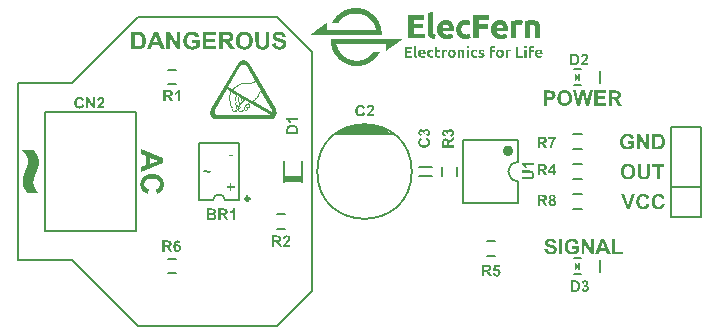
<source format=gto>
G04*
G04 #@! TF.GenerationSoftware,Altium Limited,Altium Designer,21.2.1 (34)*
G04*
G04 Layer_Color=65535*
%FSTAX24Y24*%
%MOIN*%
G70*
G04*
G04 #@! TF.SameCoordinates,4D214268-C68C-41DA-8F6C-8B02532A8417*
G04*
G04*
G04 #@! TF.FilePolarity,Positive*
G04*
G01*
G75*
%ADD10C,0.0079*%
%ADD11C,0.0197*%
%ADD12C,0.0118*%
%ADD13C,0.0070*%
%ADD14C,0.0059*%
%ADD15R,0.0630X0.0190*%
%ADD16R,0.1920X0.0060*%
G36*
X044482Y044405D02*
X044534D01*
Y044397D01*
X044568D01*
Y044388D01*
X044576D01*
Y044371D01*
X044568D01*
Y044328D01*
X044559D01*
Y044285D01*
X044551D01*
Y044251D01*
X044542D01*
Y044243D01*
X044534D01*
Y044251D01*
X044499D01*
Y04426D01*
X044371D01*
Y044251D01*
X044362D01*
Y043806D01*
X044182D01*
Y044183D01*
Y044191D01*
Y044371D01*
X044208D01*
Y04438D01*
X044234D01*
Y044388D01*
X044268D01*
Y044397D01*
X044302D01*
Y044405D01*
X044345D01*
Y044414D01*
X044482D01*
Y044405D01*
D02*
G37*
G36*
X042734D02*
X042777D01*
Y044397D01*
X042803D01*
Y044388D01*
X042829D01*
Y044354D01*
X04282D01*
Y04432D01*
X042811D01*
Y044294D01*
X042803D01*
Y04426D01*
X042794D01*
Y044243D01*
X042769D01*
Y044251D01*
X042743D01*
Y04426D01*
X0427D01*
Y044268D01*
X042649D01*
Y04426D01*
X042614D01*
Y044251D01*
X042597D01*
Y044243D01*
X04258D01*
Y044225D01*
X042572D01*
Y044217D01*
X042563D01*
Y044208D01*
X042554D01*
Y0442D01*
X042546D01*
Y044174D01*
X042537D01*
Y04414D01*
X042529D01*
Y044063D01*
X042537D01*
Y044028D01*
X042546D01*
Y044003D01*
X042554D01*
Y043994D01*
X042563D01*
Y043977D01*
X042572D01*
Y043968D01*
X042589D01*
Y04396D01*
X042597D01*
Y043951D01*
X042614D01*
Y043943D01*
X042666D01*
Y043934D01*
X0427D01*
Y043943D01*
X04276D01*
Y043951D01*
X042794D01*
Y04396D01*
X042811D01*
Y043951D01*
X04282D01*
Y0439D01*
X042829D01*
Y043857D01*
X042837D01*
Y043814D01*
X04282D01*
Y043806D01*
X042786D01*
Y043797D01*
X042751D01*
Y043788D01*
X042589D01*
Y043797D01*
X042554D01*
Y043806D01*
X04252D01*
Y043814D01*
X042503D01*
Y043823D01*
X042494D01*
Y043831D01*
X042477D01*
Y04384D01*
X04246D01*
Y043848D01*
X042452D01*
Y043857D01*
X042443D01*
Y043866D01*
X042434D01*
Y043874D01*
X042426D01*
Y043883D01*
X042417D01*
Y043891D01*
X042409D01*
Y043908D01*
X0424D01*
Y043917D01*
X042392D01*
Y043934D01*
X042383D01*
Y043943D01*
Y04396D01*
X042374D01*
Y043977D01*
X042366D01*
Y04402D01*
X042357D01*
Y044183D01*
X042366D01*
Y044217D01*
X042374D01*
Y044234D01*
X042383D01*
Y044251D01*
X042392D01*
Y044268D01*
X0424D01*
Y044285D01*
X042409D01*
Y044294D01*
X042417D01*
Y044303D01*
X042426D01*
Y04432D01*
X042434D01*
Y044328D01*
X042443D01*
Y044337D01*
X042452D01*
Y044345D01*
X04246D01*
Y044354D01*
X042477D01*
Y044362D01*
X042486D01*
Y044371D01*
X042503D01*
Y04438D01*
X04252D01*
Y044388D01*
X042537D01*
Y044397D01*
X042563D01*
Y044405D01*
X042589D01*
Y044414D01*
X042734D01*
Y044405D01*
D02*
G37*
G36*
X039127Y044808D02*
X039179D01*
Y044799D01*
X039213D01*
Y044791D01*
X039256D01*
Y044782D01*
X039281D01*
Y044774D01*
X039299D01*
Y044765D01*
X039324D01*
Y044757D01*
X039341D01*
Y044748D01*
X039359D01*
Y044739D01*
X039376D01*
Y044731D01*
X039393D01*
Y044722D01*
X03941D01*
Y044714D01*
X039427D01*
Y044705D01*
X039444D01*
Y044697D01*
X039453D01*
Y044688D01*
X03947D01*
Y044679D01*
X039487D01*
Y044671D01*
X039496D01*
Y044662D01*
X039504D01*
Y044654D01*
X039521D01*
Y044645D01*
X03953D01*
Y044637D01*
X039547D01*
Y044628D01*
X039556D01*
Y04462D01*
X039564D01*
Y044611D01*
X039573D01*
Y044602D01*
X039581D01*
Y044594D01*
X03959D01*
Y044585D01*
X039607D01*
Y044577D01*
X039616D01*
Y044568D01*
X039624D01*
Y044551D01*
X039633D01*
Y044542D01*
X039641D01*
Y044534D01*
X03965D01*
Y044525D01*
X039658D01*
Y044517D01*
X039667D01*
Y044508D01*
X039676D01*
Y0445D01*
X039684D01*
Y044482D01*
X039693D01*
Y044474D01*
X039701D01*
Y044465D01*
X03971D01*
Y044457D01*
X039718D01*
Y04444D01*
X039727D01*
Y044422D01*
X039736D01*
Y044414D01*
X039744D01*
Y044397D01*
X039753D01*
Y04438D01*
X039761D01*
Y044371D01*
X03977D01*
Y044354D01*
X039778D01*
Y044337D01*
X039787D01*
Y04432D01*
X039796D01*
Y044303D01*
X039804D01*
Y044285D01*
X039813D01*
Y04426D01*
X039821D01*
Y044243D01*
X03983D01*
Y044217D01*
X039838D01*
Y044183D01*
X039847D01*
Y044157D01*
X039856D01*
Y044105D01*
X039864D01*
Y044054D01*
X039873D01*
Y043917D01*
X037482D01*
Y043926D01*
X037499D01*
Y043934D01*
X037508D01*
Y043943D01*
X037517D01*
Y043951D01*
X037534D01*
Y04396D01*
X037542D01*
Y043968D01*
X037551D01*
Y043977D01*
X037568D01*
Y043986D01*
X037577D01*
Y043994D01*
X037594D01*
Y044003D01*
X037602D01*
Y044011D01*
X037611D01*
Y04402D01*
X037628D01*
Y044028D01*
X037636D01*
Y044037D01*
X037645D01*
Y044045D01*
X037662D01*
Y044054D01*
X037671D01*
Y044063D01*
X037679D01*
Y044071D01*
X037696D01*
Y04408D01*
X037705D01*
Y044088D01*
X037722D01*
Y044097D01*
X037731D01*
Y044105D01*
X037739D01*
Y044114D01*
X037756D01*
Y044123D01*
X037765D01*
Y044131D01*
X037774D01*
Y04414D01*
X037791D01*
Y044148D01*
X037799D01*
Y044157D01*
X037816D01*
Y044165D01*
X037825D01*
Y044174D01*
X037834D01*
Y044183D01*
X037851D01*
Y044191D01*
X037859D01*
Y0442D01*
X037868D01*
Y044208D01*
X037885D01*
Y044217D01*
X037894D01*
Y044225D01*
X037902D01*
Y044234D01*
X037919D01*
Y044243D01*
X037928D01*
Y044251D01*
X037945D01*
Y04426D01*
X037953D01*
Y044268D01*
X037962D01*
Y044277D01*
X037979D01*
Y044285D01*
X037988D01*
Y044294D01*
X037996D01*
Y044303D01*
X038013D01*
Y044311D01*
X038022D01*
Y04432D01*
X038039D01*
Y044328D01*
X038048D01*
Y044088D01*
X039676D01*
Y044123D01*
X039667D01*
Y044157D01*
X039658D01*
Y044183D01*
X03965D01*
Y044208D01*
X039641D01*
Y044225D01*
X039633D01*
Y044243D01*
X039624D01*
Y04426D01*
X039616D01*
Y044277D01*
X039607D01*
Y044294D01*
X039599D01*
Y044311D01*
X03959D01*
Y04432D01*
X039581D01*
Y044337D01*
X039573D01*
Y044345D01*
X039564D01*
Y044354D01*
X039556D01*
Y044371D01*
X039547D01*
Y04438D01*
X039539D01*
Y044388D01*
X03953D01*
Y044397D01*
X039521D01*
Y044405D01*
X039513D01*
Y044422D01*
X039504D01*
Y044431D01*
X039496D01*
Y04444D01*
X039487D01*
Y044448D01*
X039479D01*
Y044457D01*
X03947D01*
Y044465D01*
X039461D01*
Y044474D01*
X039444D01*
Y044482D01*
X039436D01*
Y044491D01*
X039427D01*
Y0445D01*
X039419D01*
Y044508D01*
X039401D01*
Y044517D01*
X039393D01*
Y044525D01*
X039376D01*
Y044534D01*
X039367D01*
Y044542D01*
X03935D01*
Y044551D01*
X039341D01*
Y04456D01*
X039324D01*
Y044568D01*
X039307D01*
Y044577D01*
X03929D01*
Y044585D01*
X039264D01*
Y044594D01*
X039239D01*
Y044602D01*
X039213D01*
Y044611D01*
X039187D01*
Y04462D01*
X039153D01*
Y044628D01*
X03911D01*
Y044637D01*
X038896D01*
Y044628D01*
X038862D01*
Y04462D01*
X038827D01*
Y044611D01*
X038793D01*
Y044602D01*
X038767D01*
Y044594D01*
X038742D01*
Y044585D01*
X038725D01*
Y044577D01*
X038707D01*
Y044568D01*
X03869D01*
Y04456D01*
X038673D01*
Y044551D01*
X038665D01*
Y044542D01*
X038647D01*
Y044534D01*
X03863D01*
Y044525D01*
X038622D01*
Y044517D01*
X038605D01*
Y044508D01*
X038596D01*
Y0445D01*
X038588D01*
Y044491D01*
X03857D01*
Y044482D01*
X038562D01*
Y044474D01*
X038553D01*
Y044465D01*
X038545D01*
Y044457D01*
X038536D01*
Y044448D01*
X038528D01*
Y04444D01*
X038519D01*
Y044431D01*
X03851D01*
Y044422D01*
X038502D01*
Y044414D01*
X038493D01*
Y044405D01*
X038485D01*
Y044397D01*
X038476D01*
Y044388D01*
X038468D01*
Y044371D01*
X038459D01*
Y044362D01*
X03845D01*
Y044345D01*
X038442D01*
Y044337D01*
X038228D01*
Y044345D01*
X038236D01*
Y044362D01*
X038245D01*
Y04438D01*
X038253D01*
Y044397D01*
X038262D01*
Y044405D01*
X03827D01*
Y044422D01*
X038279D01*
Y044431D01*
X038288D01*
Y044448D01*
X038296D01*
Y044457D01*
X038305D01*
Y044465D01*
X038313D01*
Y044482D01*
X038322D01*
Y044491D01*
X03833D01*
Y0445D01*
X038339D01*
Y044508D01*
X038348D01*
Y044525D01*
X038356D01*
Y044534D01*
X038365D01*
Y044542D01*
X038373D01*
Y044551D01*
X038382D01*
Y04456D01*
X03839D01*
Y044577D01*
X038399D01*
Y044585D01*
X038416D01*
Y044594D01*
X038425D01*
Y044602D01*
X038433D01*
Y044611D01*
X038442D01*
Y04462D01*
X038459D01*
Y044628D01*
X038468D01*
Y044637D01*
X038476D01*
Y044645D01*
X038493D01*
Y044654D01*
X038502D01*
Y044662D01*
X038519D01*
Y044671D01*
X038528D01*
Y044679D01*
X038545D01*
Y044688D01*
X038553D01*
Y044697D01*
X03857D01*
Y044705D01*
X038588D01*
Y044714D01*
X038605D01*
Y044722D01*
X038622D01*
Y044731D01*
X03863D01*
Y044739D01*
X038647D01*
Y044748D01*
X038665D01*
Y044757D01*
X03869D01*
Y044765D01*
X038707D01*
Y044774D01*
X038742D01*
Y044782D01*
X038767D01*
Y044791D01*
X038802D01*
Y044799D01*
X038845D01*
Y044808D01*
X038896D01*
Y044817D01*
X039127D01*
Y044808D01*
D02*
G37*
G36*
X044962Y044405D02*
X044996D01*
Y044397D01*
X045022D01*
Y044388D01*
X045048D01*
Y04438D01*
X045065D01*
Y044371D01*
X045073D01*
Y044362D01*
X045082D01*
Y044354D01*
X04509D01*
Y044345D01*
X045099D01*
Y044337D01*
X045108D01*
Y04432D01*
X045116D01*
Y044311D01*
X045125D01*
Y044294D01*
X045133D01*
Y044268D01*
X045142D01*
Y044225D01*
X04515D01*
Y043806D01*
X044979D01*
Y044174D01*
X044971D01*
Y044208D01*
X044962D01*
Y044225D01*
X044953D01*
Y044234D01*
X044945D01*
Y044243D01*
X044936D01*
Y044251D01*
X044928D01*
Y04426D01*
X044816D01*
Y044251D01*
X044808D01*
Y043806D01*
X044636D01*
Y044354D01*
Y044362D01*
Y04438D01*
X044654D01*
Y044388D01*
X044696D01*
Y044397D01*
X044739D01*
Y044405D01*
X044799D01*
Y044414D01*
X044962D01*
Y044405D01*
D02*
G37*
G36*
X043463Y044431D02*
X04312D01*
Y044277D01*
X043428D01*
Y044131D01*
X04342D01*
Y044123D01*
X04312D01*
Y043806D01*
X042931D01*
Y044585D01*
X043463D01*
Y044431D01*
D02*
G37*
G36*
X041295D02*
X040944D01*
Y044294D01*
X040952D01*
Y044285D01*
X041261D01*
Y04414D01*
X040944D01*
Y04396D01*
X041321D01*
Y043806D01*
X040764D01*
Y044585D01*
X041295D01*
Y044431D01*
D02*
G37*
G36*
X043874Y044405D02*
X043908D01*
Y044397D01*
X043934D01*
Y044388D01*
X043951D01*
Y04438D01*
X043968D01*
Y044371D01*
X043977D01*
Y044362D01*
X043985D01*
Y044354D01*
X043994D01*
Y044345D01*
X044002D01*
Y044337D01*
X044011D01*
Y044328D01*
X044019D01*
Y04432D01*
X044028D01*
Y044303D01*
X044037D01*
Y044294D01*
X044045D01*
Y044277D01*
X044054D01*
Y04426D01*
X044062D01*
Y044225D01*
X044071D01*
Y044191D01*
X044079D01*
Y044045D01*
X043702D01*
Y04402D01*
X043711D01*
Y044003D01*
X04372D01*
Y043994D01*
X043728D01*
Y043986D01*
X043737D01*
Y043977D01*
X043745D01*
Y043968D01*
X043754D01*
Y04396D01*
X043771D01*
Y043951D01*
X043788D01*
Y043943D01*
X043822D01*
Y043934D01*
X0439D01*
Y043943D01*
X043951D01*
Y043951D01*
X043985D01*
Y04396D01*
X044011D01*
Y043968D01*
X044019D01*
Y04396D01*
X044028D01*
Y043926D01*
X044037D01*
Y043874D01*
X044045D01*
Y043823D01*
X044037D01*
Y043814D01*
X044011D01*
Y043806D01*
X043977D01*
Y043797D01*
X043925D01*
Y043788D01*
X043754D01*
Y043797D01*
X04372D01*
Y043806D01*
X043694D01*
Y043814D01*
X043668D01*
Y043823D01*
X04366D01*
Y043831D01*
X043643D01*
Y04384D01*
X043634D01*
Y043848D01*
X043625D01*
Y043857D01*
X043608D01*
Y043866D01*
X0436D01*
Y043874D01*
X043591D01*
Y043883D01*
X043583D01*
Y0439D01*
X043574D01*
Y043908D01*
X043565D01*
Y043926D01*
X043557D01*
Y043943D01*
X043548D01*
Y04396D01*
X04354D01*
Y043986D01*
X043531D01*
Y04402D01*
X043523D01*
Y044183D01*
X043531D01*
Y044208D01*
X04354D01*
Y044234D01*
X043548D01*
Y044251D01*
X043557D01*
Y044268D01*
X043565D01*
Y044285D01*
X043574D01*
Y044303D01*
X043583D01*
Y044311D01*
X043591D01*
Y04432D01*
X0436D01*
Y044337D01*
X043617D01*
Y044345D01*
X043625D01*
Y044354D01*
X043634D01*
Y044362D01*
X043643D01*
Y044371D01*
X04366D01*
Y04438D01*
X043677D01*
Y044388D01*
X043694D01*
Y044397D01*
X04372D01*
Y044405D01*
X043745D01*
Y044414D01*
X043874D01*
Y044405D01*
D02*
G37*
G36*
X042075D02*
X042109D01*
Y044397D01*
X042126D01*
Y044388D01*
X042143D01*
Y04438D01*
X04216D01*
Y044371D01*
X042169D01*
Y044362D01*
X042177D01*
Y044354D01*
X042195D01*
Y044345D01*
X042203D01*
Y044337D01*
X042212D01*
Y044328D01*
X04222D01*
Y044311D01*
X042229D01*
Y044303D01*
X042237D01*
Y044285D01*
X042246D01*
Y044268D01*
X042255D01*
Y044251D01*
X042263D01*
Y044217D01*
X042272D01*
Y044174D01*
X04228D01*
Y044045D01*
X041903D01*
Y044011D01*
X041912D01*
Y043994D01*
X04192D01*
Y043986D01*
X041929D01*
Y043977D01*
X041938D01*
Y043968D01*
X041946D01*
Y04396D01*
X041972D01*
Y043951D01*
X041989D01*
Y043943D01*
X042023D01*
Y043934D01*
X042075D01*
Y043943D01*
X042152D01*
Y043951D01*
X042177D01*
Y04396D01*
X042212D01*
Y043968D01*
X04222D01*
Y04396D01*
X042229D01*
Y043908D01*
X042237D01*
Y043848D01*
X042246D01*
Y043823D01*
X042237D01*
Y043814D01*
X042212D01*
Y043806D01*
X042169D01*
Y043797D01*
X042126D01*
Y043788D01*
X041955D01*
Y043797D01*
X04192D01*
Y043806D01*
X041895D01*
Y043814D01*
X041869D01*
Y043823D01*
X041852D01*
Y043831D01*
X041843D01*
Y04384D01*
X041826D01*
Y043848D01*
X041818D01*
Y043857D01*
X041809D01*
Y043866D01*
X0418D01*
Y043874D01*
X041792D01*
Y043883D01*
X041783D01*
Y043891D01*
X041775D01*
Y043908D01*
X041766D01*
Y043917D01*
X041758D01*
Y043934D01*
X041749D01*
Y043951D01*
X04174D01*
Y043977D01*
X041732D01*
Y044011D01*
X041723D01*
Y04408D01*
X041715D01*
Y044114D01*
X041723D01*
Y044191D01*
X041732D01*
Y044217D01*
X04174D01*
Y044243D01*
X041749D01*
Y04426D01*
X041758D01*
Y044277D01*
X041766D01*
Y044294D01*
X041775D01*
Y044303D01*
X041783D01*
Y044311D01*
X041792D01*
Y044328D01*
X0418D01*
Y044337D01*
X041809D01*
Y044345D01*
X041826D01*
Y044354D01*
X041835D01*
Y044362D01*
X041843D01*
Y044371D01*
X041852D01*
Y04438D01*
X041869D01*
Y044388D01*
X041895D01*
Y044397D01*
X041912D01*
Y044405D01*
X041938D01*
Y044414D01*
X042075D01*
Y044405D01*
D02*
G37*
G36*
X041586Y043986D02*
X041595D01*
Y043968D01*
X041603D01*
Y04396D01*
X041612D01*
Y043951D01*
X041629D01*
Y043943D01*
X041655D01*
Y043934D01*
X04168D01*
Y043926D01*
X041672D01*
Y043874D01*
X041663D01*
Y043823D01*
X041655D01*
Y043788D01*
X041612D01*
Y043797D01*
X041552D01*
Y043806D01*
X041518D01*
Y043814D01*
X041501D01*
Y043823D01*
X041483D01*
Y043831D01*
X041475D01*
Y04384D01*
X041458D01*
Y043848D01*
X041449D01*
Y043857D01*
X041441D01*
Y043874D01*
X041432D01*
Y043891D01*
X041423D01*
Y043917D01*
X041415D01*
Y044654D01*
X041423D01*
Y044662D01*
X041483D01*
Y044671D01*
X041535D01*
Y044679D01*
X041586D01*
Y043986D01*
D02*
G37*
G36*
X044953Y043549D02*
X044962D01*
Y043531D01*
X044953D01*
Y043497D01*
X044945D01*
Y043489D01*
X044928D01*
Y043497D01*
X044876D01*
Y043489D01*
X044868D01*
Y04348D01*
X044859D01*
Y043454D01*
X044851D01*
Y043437D01*
X044945D01*
Y043411D01*
Y043403D01*
Y043369D01*
X044851D01*
Y043163D01*
X044782D01*
Y043497D01*
X044791D01*
Y043514D01*
X044799D01*
Y043523D01*
X044808D01*
Y043531D01*
X044816D01*
Y04354D01*
X044825D01*
Y043549D01*
X044833D01*
Y043557D01*
X044953D01*
Y043549D01*
D02*
G37*
G36*
X043651D02*
X04366D01*
Y043523D01*
X043651D01*
Y043489D01*
X043625D01*
Y043497D01*
X043583D01*
Y043489D01*
X043565D01*
Y043471D01*
X043557D01*
Y043437D01*
X043651D01*
Y043369D01*
X043557D01*
Y043232D01*
Y043223D01*
Y043163D01*
X04348D01*
Y043489D01*
X043488D01*
Y043506D01*
X043497D01*
Y043523D01*
X043505D01*
Y043531D01*
X043514D01*
Y04354D01*
X043523D01*
Y043549D01*
X04354D01*
Y043557D01*
X043651D01*
Y043549D01*
D02*
G37*
G36*
X044688D02*
X044696D01*
Y04354D01*
X044705D01*
Y043531D01*
X044713D01*
Y043523D01*
Y043497D01*
X044705D01*
Y04348D01*
X044696D01*
Y043471D01*
X044645D01*
Y04348D01*
X044636D01*
Y043489D01*
X044628D01*
Y04354D01*
X044636D01*
Y043549D01*
X044645D01*
Y043557D01*
X044688D01*
Y043549D01*
D02*
G37*
G36*
X04276D02*
X042777D01*
Y043531D01*
X042786D01*
Y043489D01*
X042777D01*
Y04348D01*
X042769D01*
Y043471D01*
X042717D01*
Y04348D01*
X042709D01*
Y043489D01*
X0427D01*
Y04354D01*
X042709D01*
Y043549D01*
X042726D01*
Y043557D01*
X04276D01*
Y043549D01*
D02*
G37*
G36*
X040567Y04378D02*
X04055D01*
Y043771D01*
X040541D01*
Y043763D01*
X040532D01*
Y043754D01*
X040515D01*
Y043746D01*
X040507D01*
Y043737D01*
X040498D01*
Y043728D01*
X040481D01*
Y04372D01*
X040472D01*
Y043711D01*
X040464D01*
Y043703D01*
X040447D01*
Y043694D01*
X040438D01*
Y043686D01*
X040421D01*
Y043677D01*
X040412D01*
Y043668D01*
X040404D01*
Y04366D01*
X040387D01*
Y043651D01*
X040378D01*
Y043643D01*
X04037D01*
Y043634D01*
X040352D01*
Y043626D01*
X040344D01*
Y043617D01*
X040335D01*
Y043609D01*
X040318D01*
Y0436D01*
X04031D01*
Y043591D01*
X040293D01*
Y043583D01*
X040284D01*
Y043574D01*
X040275D01*
Y043566D01*
X040258D01*
Y043557D01*
X04025D01*
Y043549D01*
X040241D01*
Y04354D01*
X040224D01*
Y043531D01*
X040215D01*
Y043523D01*
X040198D01*
Y043514D01*
X04019D01*
Y043506D01*
X040181D01*
Y043497D01*
X040164D01*
Y043489D01*
X040155D01*
Y04348D01*
X040147D01*
Y043471D01*
X04013D01*
Y043463D01*
X040121D01*
Y043454D01*
X040113D01*
Y043446D01*
X040095D01*
Y043437D01*
X040087D01*
Y043429D01*
X04007D01*
Y04342D01*
X040061D01*
Y043411D01*
X040053D01*
Y043403D01*
X040035D01*
Y043394D01*
X040027D01*
Y043386D01*
X040018D01*
Y043377D01*
X040001D01*
Y043617D01*
X038365D01*
Y0436D01*
X038373D01*
Y043566D01*
X038382D01*
Y04354D01*
X03839D01*
Y043514D01*
X038399D01*
Y043489D01*
X038408D01*
Y043471D01*
X038416D01*
Y043454D01*
X038425D01*
Y043437D01*
X038433D01*
Y04342D01*
X038442D01*
Y043403D01*
X03845D01*
Y043394D01*
X038459D01*
Y043377D01*
X038468D01*
Y043369D01*
X038476D01*
Y043351D01*
X038485D01*
Y043343D01*
X038493D01*
Y043334D01*
X038502D01*
Y043317D01*
X03851D01*
Y043309D01*
X038519D01*
Y0433D01*
X038528D01*
Y043292D01*
X038536D01*
Y043283D01*
X038545D01*
Y043274D01*
X038553D01*
Y043266D01*
X038562D01*
Y043257D01*
X03857D01*
Y043249D01*
X038579D01*
Y04324D01*
X038588D01*
Y043232D01*
X038596D01*
Y043223D01*
X038605D01*
Y043214D01*
X038622D01*
Y043206D01*
X03863D01*
Y043197D01*
X038639D01*
Y043189D01*
X038656D01*
Y04318D01*
X038665D01*
Y043172D01*
X038682D01*
Y043163D01*
X03869D01*
Y043154D01*
X038707D01*
Y043146D01*
X038725D01*
Y043137D01*
X038742D01*
Y043129D01*
X038759D01*
Y04312D01*
X038776D01*
Y043112D01*
X038802D01*
Y043103D01*
X038827D01*
Y043094D01*
X038862D01*
Y043086D01*
X038896D01*
Y043077D01*
X038939D01*
Y043069D01*
X039136D01*
Y043077D01*
X039187D01*
Y043086D01*
X039222D01*
Y043094D01*
X039247D01*
Y043103D01*
X039273D01*
Y043112D01*
X039299D01*
Y04312D01*
X039316D01*
Y043129D01*
X039333D01*
Y043137D01*
X03935D01*
Y043146D01*
X039376D01*
Y043154D01*
X039384D01*
Y043163D01*
X039401D01*
Y043172D01*
X03941D01*
Y04318D01*
X039427D01*
Y043189D01*
X039436D01*
Y043197D01*
X039444D01*
Y043206D01*
X039461D01*
Y043214D01*
X03947D01*
Y043223D01*
X039479D01*
Y043232D01*
X039496D01*
Y04324D01*
X039504D01*
Y043249D01*
X039513D01*
Y043257D01*
X039521D01*
Y043266D01*
X03953D01*
Y043274D01*
X039539D01*
Y043283D01*
X039547D01*
Y0433D01*
X039556D01*
Y043309D01*
X039564D01*
Y043317D01*
X039573D01*
Y043326D01*
X039581D01*
Y043334D01*
X03959D01*
Y043351D01*
X039599D01*
Y04336D01*
X039607D01*
Y043369D01*
X039821D01*
Y04336D01*
X039813D01*
Y043351D01*
X039804D01*
Y043334D01*
X039796D01*
Y043317D01*
X039787D01*
Y043309D01*
X039778D01*
Y043292D01*
X03977D01*
Y043274D01*
X039761D01*
Y043266D01*
X039753D01*
Y043257D01*
X039744D01*
Y04324D01*
X039736D01*
Y043232D01*
X039727D01*
Y043223D01*
X039718D01*
Y043206D01*
X03971D01*
Y043197D01*
X039701D01*
Y043189D01*
X039693D01*
Y043172D01*
X039684D01*
Y043163D01*
X039676D01*
Y043154D01*
X039667D01*
Y043146D01*
X039658D01*
Y043137D01*
X03965D01*
Y043129D01*
X039633D01*
Y04312D01*
X039624D01*
Y043112D01*
X039616D01*
Y043103D01*
X039607D01*
Y043094D01*
X039599D01*
Y043086D01*
X03959D01*
Y043077D01*
X039581D01*
Y043069D01*
X039564D01*
Y04306D01*
X039556D01*
Y043052D01*
X039547D01*
Y043043D01*
X03953D01*
Y043034D01*
X039521D01*
Y043026D01*
X039504D01*
Y043017D01*
X039496D01*
Y043009D01*
X039479D01*
Y043D01*
X039461D01*
Y042992D01*
X039444D01*
Y042983D01*
X039427D01*
Y042975D01*
X03941D01*
Y042966D01*
X039393D01*
Y042957D01*
X039376D01*
Y042949D01*
X03935D01*
Y04294D01*
X039333D01*
Y042932D01*
X039307D01*
Y042923D01*
X03929D01*
Y042915D01*
X039256D01*
Y042906D01*
X039213D01*
Y042897D01*
X03917D01*
Y042889D01*
X038922D01*
Y042897D01*
X038862D01*
Y042906D01*
X038836D01*
Y042915D01*
X038802D01*
Y042923D01*
X038776D01*
Y042932D01*
X03875D01*
Y04294D01*
X038725D01*
Y042949D01*
X038707D01*
Y042957D01*
X03869D01*
Y042966D01*
X038673D01*
Y042975D01*
X038656D01*
Y042983D01*
X038639D01*
Y042992D01*
X038622D01*
Y043D01*
X038605D01*
Y043009D01*
X038588D01*
Y043017D01*
X038579D01*
Y043026D01*
X038562D01*
Y043034D01*
X038553D01*
Y043043D01*
X038536D01*
Y043052D01*
X038528D01*
Y04306D01*
X03851D01*
Y043069D01*
X038502D01*
Y043077D01*
X038493D01*
Y043086D01*
X038485D01*
Y043094D01*
X038468D01*
Y043103D01*
X038459D01*
Y043112D01*
X03845D01*
Y04312D01*
X038442D01*
Y043129D01*
X038433D01*
Y043137D01*
X038425D01*
Y043146D01*
X038416D01*
Y043154D01*
X038408D01*
Y043163D01*
X038399D01*
Y043172D01*
X03839D01*
Y04318D01*
X038382D01*
Y043189D01*
X038373D01*
Y043206D01*
X038365D01*
Y043214D01*
X038356D01*
Y043223D01*
X038348D01*
Y04324D01*
X038339D01*
Y043249D01*
X03833D01*
Y043257D01*
X038322D01*
Y043274D01*
X038313D01*
Y043283D01*
X038305D01*
Y0433D01*
X038296D01*
Y043317D01*
X038288D01*
Y043326D01*
X038279D01*
Y043343D01*
X03827D01*
Y04336D01*
X038262D01*
Y043377D01*
X038253D01*
Y043394D01*
X038245D01*
Y043411D01*
X038236D01*
Y043437D01*
X038228D01*
Y043454D01*
X038219D01*
Y04348D01*
X038211D01*
Y043514D01*
X038202D01*
Y04354D01*
X038193D01*
Y043583D01*
X038185D01*
Y043626D01*
X038176D01*
Y043711D01*
X038168D01*
Y043788D01*
X040567D01*
Y04378D01*
D02*
G37*
G36*
X044165Y043429D02*
X044182D01*
Y04342D01*
X044174D01*
Y043377D01*
X044165D01*
Y043369D01*
X044139D01*
Y043377D01*
X044097D01*
Y043369D01*
X044079D01*
Y043334D01*
Y043326D01*
Y043163D01*
X044002D01*
Y04342D01*
X044028D01*
Y043429D01*
X044071D01*
Y043437D01*
X044165D01*
Y043429D01*
D02*
G37*
G36*
X043266D02*
X043291D01*
Y04342D01*
X043283D01*
Y043377D01*
X043274D01*
Y043369D01*
X043257D01*
Y043377D01*
X04318D01*
Y043343D01*
X043188D01*
Y043334D01*
X043214D01*
Y043326D01*
X043231D01*
Y043317D01*
X043248D01*
Y043309D01*
X043266D01*
Y0433D01*
X043274D01*
Y043292D01*
X043283D01*
Y043283D01*
X043291D01*
Y043266D01*
X0433D01*
Y043214D01*
X043291D01*
Y043197D01*
X043283D01*
Y043189D01*
X043274D01*
Y04318D01*
X043266D01*
Y043172D01*
X04324D01*
Y043163D01*
X043111D01*
Y043172D01*
X043094D01*
Y043206D01*
X043103D01*
Y043232D01*
X043128D01*
Y043223D01*
X043171D01*
Y043214D01*
X043197D01*
Y043223D01*
X043223D01*
Y043249D01*
X043214D01*
Y043257D01*
X043197D01*
Y043266D01*
X04318D01*
Y043274D01*
X043163D01*
Y043283D01*
X043146D01*
Y043292D01*
X043128D01*
Y0433D01*
X04312D01*
Y043309D01*
X043111D01*
Y043326D01*
X043103D01*
Y043394D01*
X043111D01*
Y043411D01*
X043128D01*
Y04342D01*
X043137D01*
Y043429D01*
X043154D01*
Y043437D01*
X043266D01*
Y043429D01*
D02*
G37*
G36*
X043026D02*
X043051D01*
Y043403D01*
X043043D01*
Y043377D01*
X043034D01*
Y043369D01*
X043008D01*
Y043377D01*
X042957D01*
Y043369D01*
X042949D01*
Y04336D01*
X042931D01*
Y043343D01*
X042923D01*
Y043317D01*
X042914D01*
Y043283D01*
Y043274D01*
X042923D01*
Y043257D01*
X042931D01*
Y04324D01*
X04294D01*
Y043232D01*
X042957D01*
Y043223D01*
X043026D01*
Y043232D01*
X043051D01*
Y04318D01*
X04306D01*
Y043172D01*
X043051D01*
Y043163D01*
X042923D01*
Y043172D01*
X042906D01*
Y04318D01*
X042889D01*
Y043189D01*
X04288D01*
Y043197D01*
X042871D01*
Y043206D01*
X042863D01*
Y043223D01*
X042854D01*
Y04324D01*
X042846D01*
Y043283D01*
X042837D01*
Y043317D01*
X042846D01*
Y043351D01*
X042854D01*
Y043377D01*
X042863D01*
Y043386D01*
X042871D01*
Y043394D01*
X04288D01*
Y043403D01*
X042889D01*
Y043411D01*
X042897D01*
Y04342D01*
X042906D01*
Y043429D01*
X042931D01*
Y043437D01*
X043026D01*
Y043429D01*
D02*
G37*
G36*
X04204D02*
X042049D01*
Y043386D01*
X04204D01*
Y043369D01*
X042015D01*
Y043377D01*
X041972D01*
Y043369D01*
X041955D01*
Y043163D01*
X041878D01*
Y043369D01*
Y043377D01*
Y04342D01*
X041903D01*
Y043429D01*
X041946D01*
Y043437D01*
X04204D01*
Y043429D01*
D02*
G37*
G36*
X041569D02*
X041595D01*
Y043403D01*
X041586D01*
Y043377D01*
X041578D01*
Y043369D01*
X041552D01*
Y043377D01*
X041501D01*
Y043369D01*
X041492D01*
Y04336D01*
X041475D01*
Y043343D01*
X041466D01*
Y043317D01*
X041458D01*
Y043274D01*
X041466D01*
Y043257D01*
X041475D01*
Y04324D01*
X041483D01*
Y043232D01*
X041501D01*
Y043223D01*
X041569D01*
Y043232D01*
X041595D01*
Y04318D01*
X041603D01*
Y043172D01*
X041595D01*
Y043163D01*
X041466D01*
Y043172D01*
X041449D01*
Y04318D01*
X041432D01*
Y043189D01*
X041423D01*
Y043197D01*
X041415D01*
Y043206D01*
X041406D01*
Y043214D01*
X041398D01*
Y04324D01*
X041389D01*
Y043283D01*
X041381D01*
Y043309D01*
X041389D01*
Y04336D01*
X041398D01*
Y043377D01*
X041406D01*
Y043386D01*
X041415D01*
Y043403D01*
X041423D01*
Y043411D01*
X041432D01*
Y04342D01*
X041449D01*
Y043429D01*
X041475D01*
Y043437D01*
X041569D01*
Y043429D01*
D02*
G37*
G36*
X045159D02*
X045176D01*
Y04342D01*
X045193D01*
Y043411D01*
X045202D01*
Y043403D01*
X04521D01*
Y043386D01*
X045219D01*
Y043369D01*
X045228D01*
Y043326D01*
X045236D01*
Y043274D01*
X045065D01*
Y043249D01*
X045073D01*
Y04324D01*
X045082D01*
Y043232D01*
X045099D01*
Y043223D01*
X045176D01*
Y043232D01*
X04521D01*
Y043197D01*
X045219D01*
Y043172D01*
X045193D01*
Y043163D01*
X045065D01*
Y043172D01*
X045048D01*
Y04318D01*
X04503D01*
Y043189D01*
X045022D01*
Y043197D01*
X045013D01*
Y043206D01*
X045005D01*
Y043223D01*
X044996D01*
Y04324D01*
X044988D01*
Y043283D01*
X044979D01*
Y043317D01*
X044988D01*
Y04336D01*
X044996D01*
Y043377D01*
X045005D01*
Y043394D01*
X045013D01*
Y043403D01*
X045022D01*
Y043411D01*
X04503D01*
Y04342D01*
X045048D01*
Y043429D01*
X045073D01*
Y043437D01*
X045159D01*
Y043429D01*
D02*
G37*
G36*
X044705Y04342D02*
Y043411D01*
Y043163D01*
X044628D01*
Y043437D01*
X044705D01*
Y04342D01*
D02*
G37*
G36*
X044422Y04324D02*
X044431D01*
Y043232D01*
X044585D01*
Y043163D01*
X044345D01*
Y043523D01*
X044422D01*
Y04324D01*
D02*
G37*
G36*
X043857Y043429D02*
X043882D01*
Y04342D01*
X043891D01*
Y043411D01*
X043908D01*
Y043403D01*
X043917D01*
Y043386D01*
X043925D01*
Y043377D01*
X043934D01*
Y04336D01*
X043942D01*
Y043292D01*
Y043283D01*
Y04324D01*
X043934D01*
Y043223D01*
X043925D01*
Y043214D01*
X043917D01*
Y043197D01*
X043908D01*
Y043189D01*
X043891D01*
Y04318D01*
X043882D01*
Y043172D01*
X043874D01*
Y043163D01*
X043762D01*
Y043172D01*
X043745D01*
Y04318D01*
X043737D01*
Y043189D01*
X04372D01*
Y043206D01*
X043711D01*
Y043214D01*
X043702D01*
Y043232D01*
X043694D01*
Y043249D01*
X043685D01*
Y043351D01*
X043694D01*
Y043369D01*
X043702D01*
Y043386D01*
X043711D01*
Y043394D01*
X04372D01*
Y043403D01*
X043728D01*
Y043411D01*
X043737D01*
Y04342D01*
X043745D01*
Y043429D01*
X043771D01*
Y043437D01*
X043857D01*
Y043429D01*
D02*
G37*
G36*
X042777Y043163D02*
X042709D01*
Y043437D01*
X042777D01*
Y043163D01*
D02*
G37*
G36*
X042572Y043429D02*
X042589D01*
Y04342D01*
X042597D01*
Y043411D01*
X042614D01*
Y043394D01*
X042623D01*
Y043377D01*
X042632D01*
Y043163D01*
X042563D01*
Y043326D01*
X042554D01*
Y04336D01*
X042546D01*
Y043369D01*
X042529D01*
Y043377D01*
X042486D01*
Y043369D01*
X042477D01*
Y043163D01*
X042409D01*
Y043429D01*
X042452D01*
Y043437D01*
X042572D01*
Y043429D01*
D02*
G37*
G36*
X042255D02*
X04228D01*
Y04342D01*
X042289D01*
Y043411D01*
X042306D01*
Y043403D01*
X042315D01*
Y043394D01*
X042323D01*
Y043377D01*
X042332D01*
Y04336D01*
X04234D01*
Y043334D01*
Y043326D01*
Y043309D01*
X042349D01*
Y043283D01*
X04234D01*
Y04324D01*
X042332D01*
Y043223D01*
X042323D01*
Y043206D01*
X042315D01*
Y043197D01*
X042306D01*
Y043189D01*
X042297D01*
Y04318D01*
X04228D01*
Y043172D01*
X042272D01*
Y043163D01*
X04216D01*
Y043172D01*
X042143D01*
Y04318D01*
X042135D01*
Y043189D01*
X042126D01*
Y043197D01*
X042117D01*
Y043206D01*
X042109D01*
Y043214D01*
X0421D01*
Y043232D01*
X042092D01*
Y043249D01*
X042083D01*
Y043343D01*
X042092D01*
Y043369D01*
X0421D01*
Y043386D01*
X042109D01*
Y043394D01*
X042117D01*
Y043403D01*
X042126D01*
Y043411D01*
X042135D01*
Y04342D01*
X042152D01*
Y043429D01*
X042169D01*
Y043437D01*
X042255D01*
Y043429D01*
D02*
G37*
G36*
X041723Y043497D02*
Y043489D01*
Y043437D01*
X041818D01*
Y043369D01*
X041723D01*
Y043257D01*
X041732D01*
Y043232D01*
X041749D01*
Y043223D01*
X041809D01*
Y043232D01*
X041818D01*
Y043206D01*
X041826D01*
Y043172D01*
X041818D01*
Y043163D01*
X041706D01*
Y043172D01*
X041689D01*
Y04318D01*
X04168D01*
Y043189D01*
X041672D01*
Y043197D01*
X041663D01*
Y043214D01*
X041655D01*
Y043266D01*
X041646D01*
Y043497D01*
X041655D01*
Y043506D01*
X041706D01*
Y043514D01*
X041723D01*
Y043497D01*
D02*
G37*
G36*
X041261Y043429D02*
X041278D01*
Y04342D01*
X041295D01*
Y043411D01*
X041304D01*
Y043403D01*
X041312D01*
Y043386D01*
X041321D01*
Y043369D01*
X041329D01*
Y043343D01*
X041338D01*
Y043274D01*
X041166D01*
Y043249D01*
X041175D01*
Y04324D01*
X041184D01*
Y043232D01*
X041201D01*
Y043223D01*
X041286D01*
Y043232D01*
X041312D01*
Y043197D01*
X041321D01*
Y043172D01*
X041304D01*
Y043163D01*
X041166D01*
Y043172D01*
X041149D01*
Y04318D01*
X041132D01*
Y043189D01*
X041124D01*
Y043197D01*
X041115D01*
Y043206D01*
X041106D01*
Y043223D01*
X041098D01*
Y04324D01*
X041089D01*
Y043283D01*
X041081D01*
Y043317D01*
X041089D01*
Y04336D01*
X041098D01*
Y043377D01*
X041106D01*
Y043386D01*
X041115D01*
Y043403D01*
X041124D01*
Y043411D01*
X041132D01*
Y04342D01*
X041149D01*
Y043429D01*
X041166D01*
Y043437D01*
X041261D01*
Y043429D01*
D02*
G37*
G36*
X041012Y04324D02*
X041021D01*
Y043232D01*
X041029D01*
Y043223D01*
X041055D01*
Y043197D01*
X041046D01*
Y043163D01*
X040986D01*
Y043172D01*
X040969D01*
Y04318D01*
X040961D01*
Y043189D01*
X040952D01*
Y043197D01*
X040944D01*
Y043223D01*
X040935D01*
Y043489D01*
Y043497D01*
Y043549D01*
X040961D01*
Y043557D01*
X041012D01*
Y04324D01*
D02*
G37*
G36*
X040867Y043454D02*
X040712D01*
Y043386D01*
X040849D01*
Y043317D01*
X040712D01*
Y043232D01*
X040884D01*
Y043163D01*
X040635D01*
Y043497D01*
Y043506D01*
Y043523D01*
X040867D01*
Y043454D01*
D02*
G37*
G36*
X046456Y04252D02*
X046318Y042382D01*
Y042657D01*
X046456Y04252D01*
D02*
G37*
G36*
X039488Y04092D02*
X039648D01*
X039688Y04088D01*
X039788D01*
X039838Y04083D01*
X039918D01*
X039968Y04078D01*
X040028D01*
X040138Y04067D01*
X040228D01*
X040258Y04064D01*
X040228Y04061D01*
X038318D01*
X038697Y04083D01*
X038788D01*
X038868Y04091D01*
X039148D01*
X039178Y04094D01*
X039468D01*
X039488Y04092D01*
D02*
G37*
G36*
X046456Y03622D02*
X046318Y036083D01*
Y036358D01*
X046456Y03622D01*
D02*
G37*
G36*
X028258Y040098D02*
X028264Y040092D01*
X028273Y040083D01*
X028284Y040068D01*
X028299Y040054D01*
X028313Y040033D01*
X028331Y04001D01*
X028348Y039984D01*
X028383Y039926D01*
X028413Y039856D01*
X028424Y039821D01*
X028433Y03978D01*
X028439Y039739D01*
X028442Y039695D01*
Y039663D01*
X028439Y039643D01*
Y039616D01*
X028436Y03959D01*
X028424Y039535D01*
Y039532D01*
X028421Y03952D01*
X028416Y039503D01*
X028407Y039474D01*
X028395Y039439D01*
X028378Y039392D01*
X028357Y039337D01*
X028331Y039272D01*
Y039269D01*
X028328Y039264D01*
X028325Y039255D01*
X028319Y03924D01*
X028308Y039208D01*
X028296Y03917D01*
X028281Y039127D01*
X02827Y039083D01*
X028261Y039045D01*
X028258Y039016D01*
Y039001D01*
X028261Y038987D01*
X028264Y038966D01*
X02827Y03894D01*
X028276Y038911D01*
X028287Y038876D01*
X028302Y038841D01*
X028305Y038835D01*
X028311Y038823D01*
X028322Y038803D01*
X028337Y038777D01*
X02836Y038748D01*
X028383Y038713D01*
X028416Y038678D01*
X028451Y03864D01*
X02808D01*
X028077Y038643D01*
X028068Y038651D01*
X028057Y038666D01*
X028039Y038686D01*
X028019Y038713D01*
X027999Y038742D01*
X027978Y038777D01*
X027955Y038817D01*
X027952Y038823D01*
X027946Y038838D01*
X027937Y038861D01*
X027929Y03889D01*
X027917Y038925D01*
X027908Y038966D01*
X027902Y039007D01*
X027899Y039054D01*
Y039077D01*
X027902Y039095D01*
Y039115D01*
X027905Y039138D01*
X027914Y039188D01*
Y039191D01*
X027917Y039199D01*
X027923Y039217D01*
X027931Y039237D01*
X02794Y039267D01*
X027955Y039302D01*
X027969Y039345D01*
X02799Y039395D01*
Y039398D01*
X027993Y039404D01*
X027999Y039415D01*
X028004Y03943D01*
X02801Y039447D01*
X028019Y039468D01*
X028036Y039514D01*
X028054Y039567D01*
X028068Y039622D01*
X02808Y039678D01*
X028083Y039727D01*
Y039745D01*
X02808Y039759D01*
X028077Y039777D01*
X028074Y039797D01*
X02806Y039847D01*
X028036Y039902D01*
X028022Y039934D01*
X028004Y039966D01*
X027984Y039998D01*
X027958Y040033D01*
X027929Y040066D01*
X027896Y040101D01*
X028255D01*
X028258Y040098D01*
D02*
G37*
G36*
X035297Y043081D02*
X035318Y043075D01*
X035341Y04307D01*
X035367Y043058D01*
X03539Y043043D01*
X035417Y043023D01*
X03542Y04302D01*
X035425Y043014D01*
X03544Y043D01*
X035443Y042997D01*
X035446Y042991D01*
X035458Y042973D01*
X036338Y041448D01*
X036341Y041445D01*
X036344Y041437D01*
X03635Y041419D01*
X036359Y041399D01*
X036364Y041375D01*
X036367Y041346D01*
Y041317D01*
X036364Y041285D01*
Y041282D01*
X036362Y041276D01*
X036359Y041265D01*
X036356Y041253D01*
Y04125D01*
X036353Y041244D01*
X036347Y041235D01*
X036341Y041221D01*
X036338D01*
X036335Y041218D01*
X036329Y041209D01*
X036321Y041195D01*
X036306Y04118D01*
X036289Y041163D01*
X036268Y041145D01*
X036242Y041131D01*
X036213Y041119D01*
X03621D01*
X036201Y041116D01*
X036189Y041113D01*
X036178D01*
X036175Y04111D01*
X036163D01*
X036149Y041107D01*
X034373D01*
X034355Y04111D01*
X034335Y041116D01*
X034309Y041122D01*
X034282Y041133D01*
X034256Y041148D01*
X03423Y041168D01*
X034227Y041171D01*
X034221Y041177D01*
X034207Y041192D01*
X034204Y041195D01*
X034201Y0412D01*
X034189Y041221D01*
X034186Y041224D01*
X034183Y041233D01*
X034177Y041247D01*
X034169Y041268D01*
X034163Y041291D01*
X03416Y041317D01*
Y041346D01*
X034163Y041378D01*
Y041381D01*
X034166Y04139D01*
X034169Y041402D01*
X034172Y04141D01*
Y041413D01*
X034175Y041419D01*
X03418Y041428D01*
X034186Y04144D01*
Y041443D01*
Y041445D01*
X034189D01*
X035067Y042968D01*
Y042971D01*
X035073Y042976D01*
X035084Y042994D01*
X035108Y04302D01*
X035134Y043043D01*
X03514Y043046D01*
X035151Y043052D01*
X035154Y043055D01*
X03516Y043058D01*
X035172Y043064D01*
X035183Y04307D01*
X035201Y043075D01*
X035221Y043078D01*
X035242Y043084D01*
X03528D01*
X035297Y043081D01*
D02*
G37*
G36*
X046789Y041568D02*
X046679D01*
X04658Y041945D01*
X046479Y041568D01*
X046369D01*
X046249Y042072D01*
X046353D01*
X046429Y041725D01*
X046521Y042072D01*
X046643D01*
X046731Y041719D01*
X046808Y042072D01*
X046911D01*
X046789Y041568D01*
D02*
G37*
G36*
X047668Y042072D02*
X047676D01*
X047684Y042071D01*
X047694D01*
X047713Y042069D01*
X047732Y042066D01*
X047751Y042063D01*
X047759Y042061D01*
X047766Y042058D01*
X047767D01*
X047767Y042058D01*
X047772Y042056D01*
X047778Y042052D01*
X047787Y042048D01*
X047797Y04204D01*
X047806Y042032D01*
X047816Y042022D01*
X047824Y04201D01*
Y042009D01*
X047825Y042008D01*
X047827Y042006D01*
X047828Y042004D01*
X047832Y041996D01*
X047836Y041987D01*
X04784Y041975D01*
X047843Y041962D01*
X047846Y041947D01*
X047847Y041931D01*
Y04193D01*
Y041929D01*
Y041925D01*
X047846Y041921D01*
Y041916D01*
X047845Y041911D01*
X047843Y041898D01*
X047839Y041883D01*
X047833Y041867D01*
X047824Y041851D01*
X047819Y041844D01*
X047813Y041837D01*
X047813Y041836D01*
X047812Y041835D01*
X04781Y041833D01*
X047807Y041831D01*
X047804Y041828D01*
X0478Y041824D01*
X047794Y041821D01*
X047789Y041817D01*
X047782Y041813D01*
X047774Y041809D01*
X047766Y041806D01*
X047757Y041802D01*
X047747Y041798D01*
X047737Y041795D01*
X047726Y041792D01*
X047714Y04179D01*
X047714D01*
X047715Y041789D01*
X047719Y041787D01*
X047725Y041783D01*
X047732Y041778D01*
X047741Y041771D01*
X04775Y041765D01*
X047759Y041757D01*
X047767Y041748D01*
X047768Y041747D01*
X047772Y041744D01*
X047776Y041738D01*
X047783Y041729D01*
X047792Y041718D01*
X047796Y041711D01*
X047801Y041703D01*
X047807Y041695D01*
X047813Y041687D01*
X047819Y041676D01*
X047826Y041666D01*
X047888Y041568D01*
X047765D01*
X047692Y041677D01*
X047692Y041678D01*
X047691Y04168D01*
X047689Y041683D01*
X047686Y041687D01*
X047683Y041691D01*
X047679Y041697D01*
X047671Y041709D01*
X047662Y041722D01*
X047653Y041733D01*
X047645Y041744D01*
X047641Y041748D01*
X047638Y041752D01*
X047638Y041752D01*
X047636Y041754D01*
X047633Y041757D01*
X04763Y04176D01*
X047625Y041763D01*
X047619Y041767D01*
X047614Y04177D01*
X047608Y041773D01*
X047607D01*
X047605Y041773D01*
X047601Y041775D01*
X047595Y041776D01*
X047588Y041777D01*
X047579Y041778D01*
X047569Y041779D01*
X047536D01*
Y041568D01*
X047434D01*
Y042072D01*
X047662D01*
X047668Y042072D01*
D02*
G37*
G36*
X047338Y041987D02*
X047066D01*
Y041875D01*
X047319D01*
Y04179D01*
X047066D01*
Y041653D01*
X047348D01*
Y041568D01*
X046964D01*
Y042072D01*
X047338D01*
Y041987D01*
D02*
G37*
G36*
X045474Y042072D02*
X045493D01*
X045513Y04207D01*
X045534Y042069D01*
X045543Y042068D01*
X045551Y042067D01*
X045559Y042066D01*
X045564Y042064D01*
X045565D01*
X045567Y042064D01*
X045569Y042063D01*
X045572Y042062D01*
X04558Y042058D01*
X04559Y042054D01*
X045601Y042048D01*
X045613Y042039D01*
X045625Y042028D01*
X045637Y042015D01*
Y042014D01*
X045638Y042013D01*
X04564Y042011D01*
X045641Y042008D01*
X045644Y042004D01*
X045646Y041999D01*
X045649Y041994D01*
X045652Y041988D01*
X045657Y041974D01*
X045662Y041958D01*
X045665Y041938D01*
X045666Y041917D01*
Y041916D01*
Y041915D01*
Y041913D01*
Y041909D01*
X045666Y041905D01*
Y0419D01*
X045664Y04189D01*
X045662Y041878D01*
X045659Y041864D01*
X045655Y041851D01*
X045649Y041838D01*
X045648Y041837D01*
X045646Y041833D01*
X045642Y041827D01*
X045637Y04182D01*
X045631Y041813D01*
X045623Y041804D01*
X045615Y041796D01*
X045606Y041789D01*
X045605Y041788D01*
X045602Y041786D01*
X045596Y041783D01*
X04559Y041779D01*
X045582Y041775D01*
X045573Y041771D01*
X045564Y041768D01*
X045553Y041765D01*
X045552D01*
X04555Y041764D01*
X045547D01*
X045543Y041763D01*
X045538Y041762D01*
X045533Y041762D01*
X045527D01*
X04552Y041761D01*
X045512Y04176D01*
X045503Y04176D01*
X045494Y041759D01*
X045484D01*
X045473Y041758D01*
X045382D01*
Y041568D01*
X04528D01*
Y042072D01*
X045466D01*
X045474Y042072D01*
D02*
G37*
G36*
X045984Y042081D02*
X045991D01*
X046Y04208D01*
X046011Y042078D01*
X046024Y042076D01*
X046037Y042073D01*
X046051Y042069D01*
X046065Y042065D01*
X04608Y042059D01*
X046095Y042053D01*
X04611Y042045D01*
X046124Y042035D01*
X046138Y042024D01*
X046151Y042012D01*
X046152Y042011D01*
X046154Y042009D01*
X046158Y042005D01*
X046161Y041999D01*
X046167Y041992D01*
X046172Y041983D01*
X046178Y041973D01*
X046185Y041961D01*
X046191Y041949D01*
X046197Y041935D01*
X046203Y041918D01*
X046208Y041902D01*
X046213Y041883D01*
X046215Y041863D01*
X046218Y041842D01*
X046218Y041819D01*
Y041818D01*
Y041814D01*
X046218Y041808D01*
Y041799D01*
X046216Y041789D01*
X046215Y041777D01*
X046213Y041763D01*
X04621Y041749D01*
X046207Y041734D01*
X046202Y041718D01*
X046196Y041702D01*
X04619Y041686D01*
X046183Y041671D01*
X046173Y041655D01*
X046163Y041641D01*
X046151Y041627D01*
X046151Y041626D01*
X046148Y041624D01*
X046145Y04162D01*
X046139Y041616D01*
X046132Y041611D01*
X046124Y041605D01*
X046115Y041599D01*
X046105Y041593D01*
X046092Y041586D01*
X046079Y04158D01*
X046065Y041574D01*
X046048Y041569D01*
X046032Y041565D01*
X046013Y041561D01*
X045995Y041559D01*
X045974Y041558D01*
X045969D01*
X045963Y041559D01*
X045956Y04156D01*
X045946Y041561D01*
X045935Y041562D01*
X045923Y041564D01*
X04591Y041567D01*
X045895Y041571D01*
X045882Y041575D01*
X045866Y041581D01*
X045852Y041588D01*
X045836Y041595D01*
X045822Y041604D01*
X045809Y041614D01*
X045796Y041627D01*
X045795Y041628D01*
X045793Y04163D01*
X04579Y041634D01*
X045785Y041639D01*
X04578Y041647D01*
X045774Y041655D01*
X045769Y041665D01*
X045763Y041676D01*
X045756Y041689D01*
X04575Y041703D01*
X045744Y041719D01*
X045739Y041736D01*
X045735Y041754D01*
X045732Y041773D01*
X04573Y041795D01*
X045729Y041816D01*
Y041817D01*
Y04182D01*
Y041824D01*
X04573Y04183D01*
Y041836D01*
X045731Y041843D01*
X045731Y041852D01*
X045732Y041862D01*
X045735Y041882D01*
X045739Y041904D01*
X045744Y041926D01*
X045752Y041946D01*
Y041947D01*
X045753Y041948D01*
X045754Y04195D01*
X045755Y041953D01*
X045759Y04196D01*
X045764Y04197D01*
X045771Y04198D01*
X045779Y041991D01*
X045788Y042004D01*
X045798Y042015D01*
X045799Y042016D01*
X0458Y042017D01*
X045804Y042021D01*
X04581Y042026D01*
X045818Y042033D01*
X045828Y04204D01*
X045839Y042048D01*
X045851Y042056D01*
X045864Y042061D01*
X045865D01*
X045866Y042062D01*
X045869Y042064D01*
X045873Y042064D01*
X045877Y042066D01*
X045882Y042068D01*
X045889Y042069D01*
X045895Y042072D01*
X045911Y042075D01*
X04593Y042079D01*
X045951Y042081D01*
X045973Y042082D01*
X045978D01*
X045984Y042081D01*
D02*
G37*
G36*
X032597Y039813D02*
Y039651D01*
X03184Y039347D01*
Y039512D01*
X032012Y039578D01*
Y039882D01*
X03184Y039944D01*
Y040106D01*
X032597Y039813D01*
D02*
G37*
G36*
X032231Y039291D02*
X032244D01*
X032259Y039289D01*
X032278Y039287D01*
X032297Y039285D01*
X03232Y03928D01*
X032343Y039275D01*
X032367Y039268D01*
X032391Y039261D01*
X032416Y039251D01*
X03244Y03924D01*
X032463Y039227D01*
X032485Y039213D01*
X032506Y039195D01*
X032507Y039194D01*
X03251Y039191D01*
X032516Y039185D01*
X032522Y039178D01*
X03253Y039168D01*
X032539Y039156D01*
X032549Y039143D01*
X032558Y039126D01*
X032568Y039109D01*
X032578Y03909D01*
X032587Y039068D01*
X032594Y039047D01*
X032601Y039021D01*
X032607Y038996D01*
X03261Y038968D01*
X032611Y038939D01*
Y038926D01*
X03261Y038916D01*
X032609Y038904D01*
X032607Y038891D01*
X032604Y038876D01*
X032601Y03886D01*
X032597Y038842D01*
X032591Y038824D01*
X032585Y038805D01*
X032576Y038785D01*
X032567Y038767D01*
X032556Y038749D01*
X032543Y038731D01*
X032529Y038714D01*
Y038713D01*
X032527Y038712D01*
X032523Y038709D01*
X03252Y038706D01*
X032515Y038701D01*
X032508Y038697D01*
X032493Y038685D01*
X032473Y038673D01*
X032449Y03866D01*
X032422Y038648D01*
X03239Y038637D01*
X032354Y038788D01*
X032355D01*
X032356Y038789D01*
X03236D01*
X032364Y038791D01*
X032374Y038794D01*
X032387Y0388D01*
X032402Y038807D01*
X032417Y038817D01*
X032433Y03883D01*
X032446Y038844D01*
X032447Y038847D01*
X032451Y038852D01*
X032457Y038861D01*
X032463Y038873D01*
X03247Y038888D01*
X032475Y038906D01*
X03248Y038925D01*
X032481Y038947D01*
Y038955D01*
X03248Y038961D01*
X032479Y038968D01*
X032478Y038977D01*
X032473Y038995D01*
X032466Y039017D01*
X032455Y03904D01*
X032448Y039052D01*
X03244Y039063D01*
X032431Y039074D01*
X03242Y039084D01*
X032419D01*
X032416Y039086D01*
X032413Y039088D01*
X032408Y039091D01*
X032401Y039096D01*
X032393Y0391D01*
X032384Y039104D01*
X032373Y039109D01*
X03236Y039114D01*
X032345Y039119D01*
X032329Y039123D01*
X032311Y039127D01*
X032292Y039131D01*
X032271Y039133D01*
X032248Y039134D01*
X032223Y039135D01*
X032222D01*
X032216D01*
X032209D01*
X0322Y039134D01*
X032188D01*
X032174Y039132D01*
X032159Y039131D01*
X032143Y039129D01*
X032109Y039122D01*
X032075Y039113D01*
X032059Y039108D01*
X032044Y0391D01*
X032029Y039092D01*
X032017Y039084D01*
X032016Y039083D01*
X032015Y039082D01*
X032012Y039078D01*
X032008Y039074D01*
X031999Y039063D01*
X031988Y039048D01*
X031976Y039029D01*
X031967Y039006D01*
X031959Y03898D01*
X031958Y038966D01*
X031957Y03895D01*
Y038945D01*
X031958Y038941D01*
X031959Y038929D01*
X031962Y038914D01*
X031967Y038899D01*
X031974Y038882D01*
X031982Y038864D01*
X031996Y038847D01*
X031998Y038844D01*
X032003Y038839D01*
X032012Y038831D01*
X032025Y038822D01*
X032043Y038812D01*
X032063Y038802D01*
X032088Y038792D01*
X032118Y038783D01*
X032072Y038634D01*
X032071D01*
X032067Y038636D01*
X03206Y038638D01*
X032051Y038641D01*
X032041Y038645D01*
X032029Y03865D01*
X032016Y038655D01*
X032002Y038662D01*
X031973Y038677D01*
X031942Y038697D01*
X031912Y038721D01*
X031899Y038734D01*
X031887Y038748D01*
X031886Y038749D01*
X031885Y038751D01*
X031882Y038756D01*
X031877Y038762D01*
X031873Y03877D01*
X031869Y03878D01*
X031863Y038791D01*
X031858Y038803D01*
X031851Y038817D01*
X031846Y038832D01*
X031841Y038849D01*
X031837Y038866D01*
X031833Y038885D01*
X031829Y038906D01*
X031828Y038926D01*
X031827Y038949D01*
Y038956D01*
X031828Y038963D01*
X031829Y038974D01*
X03183Y038986D01*
X031833Y039002D01*
X031836Y039018D01*
X03184Y039037D01*
X031846Y039055D01*
X031852Y039075D01*
X031861Y039096D01*
X031871Y039116D01*
X031882Y039137D01*
X031896Y039158D01*
X031911Y039178D01*
X03193Y039196D01*
X031931Y039197D01*
X031934Y039201D01*
X031941Y039205D01*
X031949Y039212D01*
X031959Y039218D01*
X031971Y039227D01*
X031987Y039236D01*
X032004Y039244D01*
X032023Y039253D01*
X032044Y039262D01*
X032068Y039271D01*
X032093Y039277D01*
X032119Y039284D01*
X032149Y039288D01*
X032179Y039291D01*
X032212Y039292D01*
X032213D01*
X032214D01*
X032221D01*
X032231Y039291D01*
D02*
G37*
G36*
X045513Y037131D02*
X045521Y03713D01*
X045531Y03713D01*
X04554Y037128D01*
X045551Y037127D01*
X045575Y037122D01*
X045586Y037118D01*
X045598Y037114D01*
X04561Y037109D01*
X045621Y037103D01*
X045631Y037097D01*
X04564Y03709D01*
X045641Y037089D01*
X045642Y037087D01*
X045645Y037085D01*
X045647Y037082D01*
X045651Y037078D01*
X045656Y037073D01*
X04566Y037067D01*
X045665Y03706D01*
X045669Y037052D01*
X045674Y037044D01*
X045678Y037035D01*
X045682Y037025D01*
X045685Y037014D01*
X045688Y037003D01*
X04569Y036991D01*
X045691Y036978D01*
X045589Y036974D01*
Y036975D01*
Y036976D01*
X045588Y036981D01*
X045586Y036987D01*
X045583Y036995D01*
X04558Y037005D01*
X045575Y037014D01*
X045568Y037022D01*
X045561Y03703D01*
X04556Y03703D01*
X045557Y037033D01*
X045552Y037036D01*
X045545Y037038D01*
X045536Y037041D01*
X045525Y037044D01*
X045512Y037046D01*
X045497Y037047D01*
X045489D01*
X045481Y037046D01*
X045472Y037045D01*
X045461Y037043D01*
X045449Y037039D01*
X045438Y037035D01*
X045428Y037028D01*
X045427Y037028D01*
X045426Y037026D01*
X045423Y037024D01*
X04542Y03702D01*
X045417Y037016D01*
X045414Y03701D01*
X045413Y037004D01*
X045412Y036997D01*
Y036996D01*
Y036994D01*
X045413Y03699D01*
X045414Y036987D01*
X045416Y036982D01*
X045418Y036977D01*
X045422Y036971D01*
X045427Y036966D01*
X045427Y036966D01*
X045431Y036963D01*
X045433Y036962D01*
X045437Y03696D01*
X04544Y036958D01*
X045446Y036956D01*
X045451Y036954D01*
X045458Y036951D01*
X045466Y036948D01*
X045474Y036945D01*
X045484Y036942D01*
X045495Y036939D01*
X045507Y036936D01*
X04552Y036933D01*
X045521D01*
X045524Y036932D01*
X045527Y036931D01*
X045532Y03693D01*
X045538Y036928D01*
X045545Y036926D01*
X045553Y036924D01*
X045561Y036922D01*
X045579Y036916D01*
X045597Y03691D01*
X045615Y036904D01*
X045622Y0369D01*
X045629Y036896D01*
X04563D01*
X045631Y036896D01*
X045635Y036893D01*
X045642Y036888D01*
X04565Y036882D01*
X045658Y036875D01*
X045668Y036866D01*
X045677Y036856D01*
X045685Y036845D01*
X045686Y036843D01*
X045688Y036839D01*
X045692Y036832D01*
X045696Y036823D01*
X045699Y036811D01*
X045703Y036797D01*
X045705Y036782D01*
X045706Y036764D01*
Y036764D01*
Y036762D01*
Y03676D01*
Y036757D01*
X045705Y036753D01*
X045704Y036748D01*
X045703Y036738D01*
X0457Y036725D01*
X045696Y036711D01*
X045689Y036697D01*
X045681Y036683D01*
Y036682D01*
X04568Y036681D01*
X045677Y036677D01*
X045671Y03667D01*
X045664Y036662D01*
X045654Y036652D01*
X045642Y036643D01*
X045629Y036635D01*
X045612Y036627D01*
X045612D01*
X04561Y036626D01*
X045608Y036625D01*
X045604Y036624D01*
X0456Y036622D01*
X045595Y036621D01*
X045589Y036619D01*
X045583Y036618D01*
X045575Y036616D01*
X045567Y036614D01*
X045548Y036611D01*
X045526Y036609D01*
X045503Y036608D01*
X045494D01*
X045487Y036609D01*
X045479Y03661D01*
X04547Y036611D01*
X04546Y036612D01*
X045449Y036614D01*
X045425Y036619D01*
X045413Y036623D01*
X045401Y036627D01*
X045389Y036632D01*
X045377Y036638D01*
X045366Y036644D01*
X045356Y036652D01*
X045355Y036653D01*
X045354Y036654D01*
X045351Y036656D01*
X045348Y03666D01*
X045343Y036665D01*
X045339Y036671D01*
X045334Y036678D01*
X045329Y036685D01*
X045324Y036694D01*
X045319Y036703D01*
X045314Y036714D01*
X045308Y036726D01*
X045305Y036738D01*
X0453Y036752D01*
X045298Y036767D01*
X045295Y036782D01*
X045395Y036791D01*
Y036791D01*
X045395Y036789D01*
Y036786D01*
X045396Y036783D01*
X045399Y036775D01*
X045403Y036764D01*
X045407Y036751D01*
X045413Y036739D01*
X045421Y036728D01*
X04543Y036718D01*
X045432Y036717D01*
X045435Y036714D01*
X045441Y03671D01*
X04545Y036706D01*
X045461Y036702D01*
X045473Y036698D01*
X045488Y036695D01*
X045505Y036694D01*
X045513D01*
X045521Y036696D01*
X045532Y036697D01*
X045544Y036699D01*
X045556Y036703D01*
X045568Y036708D01*
X045578Y036715D01*
X04558Y036716D01*
X045583Y036718D01*
X045586Y036723D01*
X045591Y036729D01*
X045596Y036736D01*
X0456Y036745D01*
X045603Y036753D01*
X045604Y036764D01*
Y036764D01*
Y036767D01*
X045603Y03677D01*
X045602Y036775D01*
X045601Y036779D01*
X045599Y036784D01*
X045596Y036789D01*
X045593Y036794D01*
X045592Y036795D01*
X045591Y036796D01*
X045588Y036799D01*
X045585Y036802D01*
X04558Y036805D01*
X045573Y036809D01*
X045566Y036812D01*
X045556Y036816D01*
X045556D01*
X045553Y036818D01*
X045548Y036819D01*
X045544Y036821D01*
X04554Y036821D01*
X045534Y036823D01*
X045529Y036825D01*
X045522Y036826D01*
X045515Y036829D01*
X045506Y036831D01*
X045497Y036833D01*
X045486Y036836D01*
X045475Y036839D01*
X045474D01*
X045471Y036839D01*
X045467Y036841D01*
X045462Y036842D01*
X045455Y036845D01*
X045447Y036847D01*
X045439Y03685D01*
X04543Y036853D01*
X045411Y03686D01*
X045392Y036869D01*
X045383Y036873D01*
X045375Y036878D01*
X045367Y036883D01*
X04536Y036888D01*
X04536Y036889D01*
X045358Y03689D01*
X045356Y036893D01*
X045353Y036896D01*
X045349Y0369D01*
X045346Y036905D01*
X045341Y03691D01*
X045338Y036917D01*
X045329Y036932D01*
X045322Y03695D01*
X045319Y036959D01*
X045317Y036968D01*
X045315Y036979D01*
X045314Y03699D01*
Y036991D01*
Y036992D01*
Y036994D01*
Y036997D01*
X045316Y037004D01*
X045317Y037014D01*
X045319Y037025D01*
X045323Y037037D01*
X045328Y03705D01*
X045335Y037063D01*
Y037063D01*
X045336Y037064D01*
X04534Y037068D01*
X045344Y037074D01*
X045352Y037081D01*
X04536Y03709D01*
X045371Y037098D01*
X045384Y037106D01*
X045398Y037114D01*
X045399D01*
X0454Y037114D01*
X045403Y037115D01*
X045405Y037116D01*
X04541Y037118D01*
X045414Y037119D01*
X04542Y037121D01*
X045427Y037123D01*
X045441Y037126D01*
X045458Y037129D01*
X045477Y037131D01*
X045498Y037132D01*
X045507D01*
X045513Y037131D01*
D02*
G37*
G36*
X046236D02*
X046244Y03713D01*
X046253Y03713D01*
X046263Y037129D01*
X046274Y037127D01*
X046298Y037122D01*
X046322Y037115D01*
X046334Y037111D01*
X046346Y037106D01*
X046357Y0371D01*
X046367Y037092D01*
X046368Y037092D01*
X046369Y037091D01*
X046372Y037088D01*
X046376Y037085D01*
X04638Y037081D01*
X046385Y037076D01*
X04639Y037071D01*
X046395Y037064D01*
X046401Y037057D01*
X046407Y037049D01*
X046413Y03704D01*
X046418Y03703D01*
X046424Y03702D01*
X046428Y037009D01*
X046433Y036996D01*
X046436Y036984D01*
X046334Y036965D01*
Y036966D01*
X046333Y036966D01*
X046332Y036971D01*
X046329Y036977D01*
X046325Y036986D01*
X04632Y036995D01*
X046312Y037005D01*
X046304Y037014D01*
X046293Y037023D01*
X046292Y037024D01*
X046288Y037027D01*
X046282Y03703D01*
X046274Y037034D01*
X046263Y037038D01*
X04625Y037041D01*
X046237Y037044D01*
X04622Y037045D01*
X046214D01*
X04621Y037044D01*
X046204Y037044D01*
X046197Y037043D01*
X04619Y037041D01*
X046182Y03704D01*
X046165Y037035D01*
X046156Y037031D01*
X046148Y037027D01*
X046139Y037022D01*
X04613Y037017D01*
X046122Y037009D01*
X046114Y037002D01*
X046113Y037001D01*
X046113Y037D01*
X04611Y036998D01*
X046108Y036994D01*
X046105Y03699D01*
X046102Y036985D01*
X046098Y036978D01*
X046095Y036971D01*
X046091Y036962D01*
X046088Y036952D01*
X046084Y036942D01*
X046081Y036931D01*
X046079Y036919D01*
X046077Y036905D01*
X046076Y036891D01*
X046075Y036876D01*
Y036875D01*
Y036872D01*
Y036867D01*
X046076Y036861D01*
X046077Y036853D01*
X046078Y036845D01*
X046079Y036835D01*
X046081Y036825D01*
X046085Y036803D01*
X046092Y03678D01*
X046097Y036769D01*
X046102Y036759D01*
X046108Y036749D01*
X046115Y03674D01*
X046116Y03674D01*
X046117Y036738D01*
X046119Y036736D01*
X046122Y036733D01*
X046126Y03673D01*
X046131Y036726D01*
X046137Y036722D01*
X046143Y036718D01*
X04615Y036713D01*
X046158Y03671D01*
X046176Y036702D01*
X046186Y036699D01*
X046196Y036697D01*
X046208Y036696D01*
X04622Y036695D01*
X046226D01*
X046231Y036696D01*
X04624Y036697D01*
X04625Y036698D01*
X046261Y0367D01*
X046272Y036703D01*
X046284Y036708D01*
X046285D01*
X046285Y036708D01*
X046289Y03671D01*
X046296Y036713D01*
X046303Y036716D01*
X046312Y036721D01*
X046321Y036726D01*
X046331Y036732D01*
X046339Y036738D01*
Y036803D01*
X046223D01*
Y036888D01*
X046442D01*
Y036686D01*
X046441Y036684D01*
X046438Y036683D01*
X046436Y036681D01*
X046433Y036678D01*
X046429Y036675D01*
X046419Y036667D01*
X046405Y036659D01*
X046389Y03665D01*
X046371Y03664D01*
X046349Y036632D01*
X046348D01*
X046346Y036631D01*
X046343Y03663D01*
X046339Y036628D01*
X046333Y036627D01*
X046326Y036624D01*
X046319Y036622D01*
X046311Y03662D01*
X046293Y036616D01*
X046272Y036612D01*
X04625Y036609D01*
X046226Y036608D01*
X046218D01*
X046213Y036609D01*
X046206D01*
X046198Y03661D01*
X046189Y036611D01*
X046179Y036613D01*
X046158Y036616D01*
X046134Y036622D01*
X04611Y03663D01*
X046099Y036635D01*
X046088Y036641D01*
X046087Y036642D01*
X046086Y036643D01*
X046082Y036645D01*
X046078Y036648D01*
X046073Y036651D01*
X046068Y036655D01*
X046062Y03666D01*
X046055Y036666D01*
X04604Y036679D01*
X046026Y036696D01*
X046012Y036715D01*
X046Y036737D01*
Y036737D01*
X045998Y03674D01*
X045997Y036743D01*
X045995Y036748D01*
X045993Y036753D01*
X04599Y03676D01*
X045988Y036768D01*
X045985Y036777D01*
X045982Y036786D01*
X04598Y036797D01*
X045975Y03682D01*
X045972Y036845D01*
X04597Y036872D01*
Y036872D01*
Y036875D01*
Y03688D01*
X045971Y036885D01*
Y036892D01*
X045972Y0369D01*
X045973Y036909D01*
X045975Y036919D01*
X045978Y03694D01*
X045984Y036964D01*
X045992Y036988D01*
X045997Y037D01*
X046003Y037011D01*
X046004Y037012D01*
X046005Y037014D01*
X046007Y037017D01*
X046009Y037022D01*
X046013Y037027D01*
X046017Y037033D01*
X046022Y037039D01*
X046027Y037046D01*
X046034Y037054D01*
X046041Y037062D01*
X046049Y03707D01*
X046058Y037078D01*
X046067Y037085D01*
X046077Y037093D01*
X046099Y037106D01*
X0461D01*
X046102Y037108D01*
X046105Y037108D01*
X046108Y037111D01*
X046113Y037112D01*
X046118Y037114D01*
X046126Y037116D01*
X046133Y037119D01*
X046141Y037122D01*
X04615Y037124D01*
X046161Y037126D01*
X046171Y037128D01*
X046194Y037131D01*
X04622Y037132D01*
X046229D01*
X046236Y037131D01*
D02*
G37*
G36*
X046938Y036618D02*
X046836D01*
X046631Y03695D01*
Y036618D01*
X046537D01*
Y037122D01*
X046635D01*
X046844Y036783D01*
Y037122D01*
X046938D01*
Y036618D01*
D02*
G37*
G36*
X047659Y036703D02*
X047912D01*
Y036618D01*
X047557D01*
Y037119D01*
X047659D01*
Y036703D01*
D02*
G37*
G36*
X0475Y036618D02*
X04739D01*
X047346Y036732D01*
X047143D01*
X047102Y036618D01*
X046994D01*
X047189Y037122D01*
X047297D01*
X0475Y036618D01*
D02*
G37*
G36*
X045891D02*
X045789D01*
Y037122D01*
X045891D01*
Y036618D01*
D02*
G37*
G36*
X036471Y044035D02*
X03648Y044034D01*
X036491Y044033D01*
X036502Y044031D01*
X036515Y04403D01*
X036541Y044024D01*
X036555Y044019D01*
X036568Y044015D01*
X036582Y044009D01*
X036594Y044003D01*
X036606Y043995D01*
X036617Y043987D01*
X036618Y043986D01*
X036619Y043984D01*
X036622Y043982D01*
X036625Y043978D01*
X036629Y043973D01*
X036634Y043968D01*
X036639Y043961D01*
X036645Y043953D01*
X03665Y043944D01*
X036655Y043935D01*
X03666Y043924D01*
X036665Y043912D01*
X036669Y0439D01*
X036672Y043887D01*
X036675Y043874D01*
X036675Y043859D01*
X036558Y043854D01*
Y043855D01*
Y043856D01*
X036556Y043862D01*
X036555Y043869D01*
X036551Y043879D01*
X036547Y04389D01*
X036541Y0439D01*
X036534Y04391D01*
X036525Y043918D01*
X036525Y043919D01*
X036521Y043921D01*
X036515Y043925D01*
X036507Y043928D01*
X036497Y043931D01*
X036484Y043935D01*
X036469Y043937D01*
X036452Y043938D01*
X036443D01*
X036434Y043937D01*
X036423Y043936D01*
X036411Y043933D01*
X036397Y043929D01*
X036385Y043924D01*
X036373Y043916D01*
X036372Y043916D01*
X03637Y043914D01*
X036367Y043911D01*
X036364Y043907D01*
X03636Y043902D01*
X036357Y043895D01*
X036355Y043889D01*
X036354Y04388D01*
Y04388D01*
Y043877D01*
X036355Y043873D01*
X036357Y043869D01*
X036359Y043863D01*
X036361Y043857D01*
X036365Y043851D01*
X036371Y043845D01*
X036372Y043844D01*
X036376Y043842D01*
X036379Y04384D01*
X036383Y043838D01*
X036387Y043836D01*
X036393Y043833D01*
X0364Y043831D01*
X036407Y043828D01*
X036416Y043824D01*
X036426Y043821D01*
X036437Y043818D01*
X03645Y043814D01*
X036463Y043811D01*
X036479Y043807D01*
X036479D01*
X036483Y043806D01*
X036487Y043805D01*
X036493Y043803D01*
X036499Y043802D01*
X036508Y043799D01*
X036517Y043797D01*
X036526Y043794D01*
X036546Y043787D01*
X036567Y043781D01*
X036587Y043773D01*
X036596Y043769D01*
X036604Y043765D01*
X036605D01*
X036606Y043764D01*
X036611Y043761D01*
X036618Y043756D01*
X036628Y043749D01*
X036638Y04374D01*
X036649Y04373D01*
X03666Y043719D01*
X036669Y043705D01*
X03667Y043704D01*
X036672Y043699D01*
X036676Y043691D01*
X03668Y04368D01*
X036685Y043667D01*
X036689Y043651D01*
X036691Y043633D01*
X036692Y043613D01*
Y043612D01*
Y043611D01*
Y043608D01*
Y043605D01*
X036691Y0436D01*
X036691Y043595D01*
X036689Y043583D01*
X036685Y043568D01*
X03668Y043552D01*
X036673Y043536D01*
X036664Y043519D01*
Y043518D01*
X036662Y043518D01*
X036659Y043513D01*
X036652Y043504D01*
X036644Y043495D01*
X036633Y043484D01*
X036618Y043474D01*
X036603Y043464D01*
X036585Y043455D01*
X036584D01*
X036582Y043454D01*
X03658Y043453D01*
X036576Y043451D01*
X036571Y04345D01*
X036565Y043448D01*
X036558Y043446D01*
X036551Y043445D01*
X036541Y043442D01*
X036532Y04344D01*
X03651Y043437D01*
X036486Y043435D01*
X036459Y043434D01*
X036448D01*
X036441Y043435D01*
X036432Y043435D01*
X036422Y043436D01*
X03641Y043438D01*
X036397Y04344D01*
X03637Y043446D01*
X036355Y04345D01*
X036342Y043455D01*
X036328Y043461D01*
X036314Y043467D01*
X036302Y043475D01*
X03629Y043484D01*
X036289Y043485D01*
X036287Y043487D01*
X036284Y043489D01*
X036281Y043493D01*
X036276Y043499D01*
X036271Y043506D01*
X036265Y043513D01*
X036259Y043522D01*
X036253Y043532D01*
X036247Y043543D01*
X036241Y043555D01*
X036235Y043569D01*
X036231Y043583D01*
X036226Y043599D01*
X036223Y043616D01*
X03622Y043633D01*
X036334Y043644D01*
Y043643D01*
X036335Y043642D01*
Y043638D01*
X036336Y043635D01*
X036339Y043625D01*
X036344Y043612D01*
X036349Y043598D01*
X036356Y043584D01*
X036365Y043571D01*
X036375Y043559D01*
X036377Y043559D01*
X036381Y043555D01*
X036388Y043551D01*
X036398Y043546D01*
X036411Y043541D01*
X036425Y043537D01*
X036442Y043533D01*
X036461Y043533D01*
X03647D01*
X03648Y043534D01*
X036493Y043536D01*
X036506Y043538D01*
X03652Y043543D01*
X036534Y043549D01*
X036546Y043556D01*
X036547Y043557D01*
X036551Y04356D01*
X036555Y043565D01*
X036561Y043572D01*
X036566Y04358D01*
X036571Y04359D01*
X036574Y0436D01*
X036575Y043612D01*
Y043613D01*
Y043616D01*
X036574Y04362D01*
X036573Y043625D01*
X036572Y04363D01*
X03657Y043636D01*
X036566Y043642D01*
X036562Y043647D01*
X036561Y043648D01*
X03656Y04365D01*
X036557Y043652D01*
X036553Y043656D01*
X036547Y04366D01*
X03654Y043664D01*
X036531Y043668D01*
X03652Y043673D01*
X03652D01*
X036516Y043674D01*
X03651Y043676D01*
X036506Y043678D01*
X036501Y043678D01*
X036495Y04368D01*
X036489Y043683D01*
X036481Y043684D01*
X036473Y043687D01*
X036463Y043689D01*
X036452Y043692D01*
X03644Y043695D01*
X036427Y043699D01*
X036426D01*
X036422Y043699D01*
X036417Y043701D01*
X036411Y043703D01*
X036404Y043705D01*
X036395Y043708D01*
X036385Y043711D01*
X036375Y043714D01*
X036353Y043723D01*
X036332Y043733D01*
X036321Y043738D01*
X036312Y043744D01*
X036303Y04375D01*
X036295Y043756D01*
X036294Y043756D01*
X036292Y043758D01*
X03629Y043761D01*
X036287Y043764D01*
X036282Y043769D01*
X036278Y043775D01*
X036273Y043781D01*
X036269Y043788D01*
X036259Y043806D01*
X036251Y043826D01*
X036247Y043837D01*
X036245Y043848D01*
X036243Y04386D01*
X036242Y043873D01*
Y043874D01*
Y043875D01*
Y043877D01*
Y04388D01*
X036244Y043889D01*
X036246Y0439D01*
X036248Y043912D01*
X036252Y043926D01*
X036258Y043942D01*
X036266Y043956D01*
Y043957D01*
X036267Y043957D01*
X036272Y043962D01*
X036277Y043969D01*
X036285Y043978D01*
X036295Y043987D01*
X036308Y043997D01*
X036322Y044006D01*
X036339Y044014D01*
X036339D01*
X036341Y044015D01*
X036344Y044016D01*
X036347Y044018D01*
X036352Y044019D01*
X036357Y044021D01*
X036364Y044023D01*
X036371Y044025D01*
X036388Y044029D01*
X036407Y044032D01*
X036429Y044035D01*
X036453Y044035D01*
X036463D01*
X036471Y044035D01*
D02*
G37*
G36*
X033565Y044035D02*
X033574Y044034D01*
X033585Y044033D01*
X033597Y044032D01*
X033609Y04403D01*
X033636Y044025D01*
X033664Y044016D01*
X033678Y044011D01*
X033691Y044005D01*
X033704Y043999D01*
X033716Y04399D01*
X033716Y043989D01*
X033718Y043988D01*
X033721Y043985D01*
X033726Y043982D01*
X033731Y043978D01*
X033736Y043972D01*
X033742Y043965D01*
X033748Y043957D01*
X033755Y043949D01*
X033762Y04394D01*
X033768Y04393D01*
X033774Y043918D01*
X033781Y043906D01*
X033786Y043894D01*
X033791Y04388D01*
X033794Y043865D01*
X033678Y043844D01*
Y043844D01*
X033677Y043845D01*
X033675Y04385D01*
X033672Y043858D01*
X033667Y043868D01*
X033661Y043879D01*
X033653Y04389D01*
X033643Y0439D01*
X033631Y043911D01*
X033629Y043911D01*
X033625Y043915D01*
X033618Y043919D01*
X033608Y043923D01*
X033596Y043928D01*
X033582Y043931D01*
X033566Y043935D01*
X033547Y043936D01*
X03354D01*
X033535Y043935D01*
X033528Y043934D01*
X03352Y043933D01*
X033512Y043931D01*
X033503Y04393D01*
X033483Y043924D01*
X033473Y04392D01*
X033463Y043915D01*
X033453Y043909D01*
X033443Y043903D01*
X033434Y043895D01*
X033425Y043886D01*
X033424Y043885D01*
X033423Y043884D01*
X033421Y043881D01*
X033418Y043877D01*
X033415Y043872D01*
X033411Y043866D01*
X033406Y043859D01*
X033403Y04385D01*
X033399Y04384D01*
X033395Y043829D01*
X03339Y043818D01*
X033387Y043805D01*
X033385Y043791D01*
X033382Y043775D01*
X033381Y043759D01*
X03338Y043741D01*
Y04374D01*
Y043737D01*
Y043731D01*
X033381Y043725D01*
X033382Y043715D01*
X033383Y043706D01*
X033385Y043694D01*
X033386Y043683D01*
X033391Y043657D01*
X0334Y043631D01*
X033405Y043619D01*
X033411Y043607D01*
X033418Y043595D01*
X033426Y043585D01*
X033426Y043585D01*
X033428Y043583D01*
X033431Y04358D01*
X033434Y043577D01*
X033439Y043574D01*
X033444Y043569D01*
X033451Y043564D01*
X033458Y043559D01*
X033467Y043554D01*
X033475Y04355D01*
X033496Y043542D01*
X033508Y043538D01*
X03352Y043536D01*
X033533Y043534D01*
X033546Y043533D01*
X033553D01*
X03356Y043534D01*
X03357Y043535D01*
X033581Y043537D01*
X033593Y043539D01*
X033607Y043543D01*
X03362Y043548D01*
X033621D01*
X033622Y043549D01*
X033626Y04355D01*
X033633Y043554D01*
X033642Y043558D01*
X033652Y043563D01*
X033663Y043569D01*
X033674Y043575D01*
X033684Y043583D01*
Y043657D01*
X03355Y043657D01*
Y043756D01*
X033802Y043756D01*
Y043523D01*
X0338Y043521D01*
X033798Y043519D01*
X033795Y043517D01*
X033791Y043513D01*
X033787Y04351D01*
X033775Y043502D01*
X033759Y043492D01*
X033741Y043481D01*
X03372Y043471D01*
X033695Y043461D01*
X033694D01*
X033691Y04346D01*
X033688Y043458D01*
X033683Y043456D01*
X033676Y043455D01*
X033669Y043452D01*
X03366Y04345D01*
X033651Y043447D01*
X03363Y043442D01*
X033606Y043438D01*
X033581Y043435D01*
X033554Y043434D01*
X033545D01*
X033539Y043435D01*
X03353D01*
X033521Y043435D01*
X033511Y043437D01*
X033499Y043439D01*
X033475Y043443D01*
X033448Y04345D01*
X033421Y043459D01*
X033408Y043465D01*
X033395Y043471D01*
X033394Y043472D01*
X033392Y043473D01*
X033388Y043476D01*
X033384Y043479D01*
X033378Y043482D01*
X033372Y043487D01*
X033364Y043493D01*
X033357Y0435D01*
X03334Y043515D01*
X033323Y043534D01*
X033308Y043556D01*
X033293Y043581D01*
Y043582D01*
X033292Y043585D01*
X03329Y043589D01*
X033288Y043594D01*
X033286Y0436D01*
X033282Y043608D01*
X03328Y043617D01*
X033277Y043627D01*
X033273Y043638D01*
X033271Y043651D01*
X033265Y043677D01*
X033261Y043705D01*
X03326Y043736D01*
Y043737D01*
Y04374D01*
Y043745D01*
X033261Y043751D01*
Y04376D01*
X033261Y043769D01*
X033263Y043779D01*
X033265Y043791D01*
X033269Y043815D01*
X033276Y043843D01*
X033285Y04387D01*
X033291Y043884D01*
X033297Y043897D01*
X033298Y043898D01*
X033299Y0439D01*
X033302Y043904D01*
X033304Y043909D01*
X033308Y043915D01*
X033313Y043921D01*
X033319Y043929D01*
X033325Y043937D01*
X033333Y043946D01*
X033341Y043955D01*
X03335Y043964D01*
X03336Y043973D01*
X033371Y043982D01*
X033382Y043991D01*
X033408Y044006D01*
X033409D01*
X033411Y044008D01*
X033414Y044009D01*
X033418Y044011D01*
X033424Y044013D01*
X03343Y044015D01*
X033438Y044018D01*
X033447Y044021D01*
X033456Y044024D01*
X033467Y044026D01*
X033478Y044029D01*
X03349Y044031D01*
X033517Y044035D01*
X033547Y044035D01*
X033557D01*
X033565Y044035D01*
D02*
G37*
G36*
X033157Y043445D02*
X033039D01*
X032804Y043827D01*
Y043445D01*
X032696D01*
Y044025D01*
X032809D01*
X033049Y043634D01*
Y044025D01*
X033157D01*
Y043445D01*
D02*
G37*
G36*
X036127Y043719D02*
Y043718D01*
Y043714D01*
Y043709D01*
Y043702D01*
Y043693D01*
X036127Y043683D01*
Y043673D01*
Y043662D01*
X036125Y043637D01*
X036123Y043612D01*
X036122Y043601D01*
X036121Y04359D01*
X036119Y04358D01*
X036117Y043571D01*
Y04357D01*
X036116Y043569D01*
Y043567D01*
X036116Y043564D01*
X036113Y043556D01*
X03611Y043546D01*
X036105Y043534D01*
X036099Y043523D01*
X036091Y04351D01*
X036082Y043498D01*
X036081Y043497D01*
X036078Y043493D01*
X036072Y043488D01*
X036065Y043481D01*
X036054Y043474D01*
X036043Y043466D01*
X036029Y043458D01*
X036014Y043451D01*
X036013D01*
X036013Y04345D01*
X03601Y04345D01*
X036007Y043449D01*
X036003Y043447D01*
X035997Y043445D01*
X035991Y043444D01*
X035984Y043443D01*
X035968Y04344D01*
X035949Y043436D01*
X035927Y043435D01*
X035903Y043434D01*
X035889D01*
X035882Y043435D01*
X035874D01*
X035865Y043435D01*
X035856Y043436D01*
X035836Y043438D01*
X035815Y043441D01*
X035794Y043446D01*
X035785Y043449D01*
X035776Y043452D01*
X035775D01*
X035775Y043453D01*
X03577Y043456D01*
X035761Y04346D01*
X035752Y043466D01*
X035741Y043473D01*
X035729Y043481D01*
X035718Y043492D01*
X035708Y043502D01*
X035708Y043504D01*
X035704Y043507D01*
X0357Y043514D01*
X035695Y043523D01*
X03569Y043532D01*
X035684Y043543D01*
X03568Y043554D01*
X035676Y043567D01*
Y043568D01*
X035675Y043569D01*
Y043572D01*
X035674Y043576D01*
X035673Y043581D01*
X035672Y043588D01*
X035672Y043595D01*
X035671Y043604D01*
X035669Y043614D01*
X035668Y043625D01*
X035667Y043637D01*
X035666Y04365D01*
X035666Y043664D01*
Y04368D01*
X035665Y043697D01*
Y043714D01*
Y044025D01*
X035782D01*
Y043709D01*
Y043709D01*
Y043706D01*
Y043703D01*
Y043698D01*
Y043691D01*
Y043684D01*
X035783Y043669D01*
Y043652D01*
X035784Y043637D01*
X035785Y043629D01*
Y043622D01*
X035785Y043617D01*
X035786Y043612D01*
Y043611D01*
X035788Y043606D01*
X035791Y0436D01*
X035794Y043591D01*
X035798Y043582D01*
X035805Y043573D01*
X035812Y043563D01*
X035822Y043554D01*
X035823Y043554D01*
X035827Y043551D01*
X035833Y043548D01*
X035842Y043544D01*
X035853Y04354D01*
X035867Y043537D01*
X035882Y043534D01*
X035899Y043533D01*
X035908D01*
X035916Y043534D01*
X035927Y043536D01*
X03594Y043538D01*
X035951Y043542D01*
X035964Y043547D01*
X035974Y043554D01*
X035975Y043554D01*
X035978Y043557D01*
X035982Y043561D01*
X035987Y043567D01*
X035992Y043575D01*
X035997Y043583D01*
X036002Y043592D01*
X036004Y043603D01*
Y043605D01*
X036005Y043609D01*
X036006Y043616D01*
X036008Y043626D01*
Y043633D01*
X036008Y043641D01*
Y043649D01*
X036009Y043657D01*
Y043668D01*
X03601Y043678D01*
Y04369D01*
Y043703D01*
Y044025D01*
X036127D01*
Y043719D01*
D02*
G37*
G36*
X03472Y044024D02*
X03473D01*
X034739Y044023D01*
X03475D01*
X034771Y04402D01*
X034794Y044018D01*
X034815Y044014D01*
X034824Y044011D01*
X034833Y044009D01*
X034834D01*
X034834Y044008D01*
X034839Y044005D01*
X034847Y044001D01*
X034857Y043996D01*
X034868Y043988D01*
X034879Y043978D01*
X03489Y043967D01*
X0349Y043952D01*
Y043952D01*
X034901Y043951D01*
X034902Y043948D01*
X034904Y043946D01*
X034908Y043937D01*
X034913Y043926D01*
X034917Y043913D01*
X034922Y043898D01*
X034925Y04388D01*
X034926Y043862D01*
Y043861D01*
Y043859D01*
Y043855D01*
X034925Y043851D01*
Y043845D01*
X034924Y043839D01*
X034921Y043824D01*
X034916Y043807D01*
X03491Y043789D01*
X0349Y043771D01*
X034894Y043762D01*
X034887Y043754D01*
X034886Y043753D01*
X034885Y043752D01*
X034883Y04375D01*
X03488Y043747D01*
X034876Y043744D01*
X034871Y04374D01*
X034865Y043735D01*
X034859Y043731D01*
X034851Y043726D01*
X034842Y043722D01*
X034833Y043718D01*
X034823Y043714D01*
X034811Y043709D01*
X034799Y043706D01*
X034787Y043703D01*
X034772Y0437D01*
X034773D01*
X034774Y043699D01*
X034779Y043696D01*
X034786Y043692D01*
X034794Y043686D01*
X034804Y043678D01*
X034814Y043671D01*
X034825Y043662D01*
X034834Y043652D01*
X034835Y043651D01*
X034839Y043647D01*
X034844Y04364D01*
X034852Y04363D01*
X034862Y043617D01*
X034867Y043609D01*
X034873Y0436D01*
X03488Y043591D01*
X034886Y043581D01*
X034894Y043569D01*
X034901Y043558D01*
X034973Y043445D01*
X034832D01*
X034748Y04357D01*
X034747Y043571D01*
X034746Y043574D01*
X034744Y043577D01*
X03474Y043581D01*
X034737Y043586D01*
X034733Y043593D01*
X034724Y043606D01*
X034713Y043621D01*
X034703Y043635D01*
X034694Y043647D01*
X034689Y043652D01*
X034686Y043656D01*
X034685Y043657D01*
X034683Y043658D01*
X03468Y043662D01*
X034676Y043666D01*
X03467Y043669D01*
X034664Y043673D01*
X034658Y043677D01*
X034651Y04368D01*
X03465D01*
X034647Y043681D01*
X034643Y043683D01*
X034637Y043683D01*
X034628Y043685D01*
X034618Y043686D01*
X034606Y043687D01*
X034569D01*
Y043445D01*
X034451D01*
Y044025D01*
X034713D01*
X03472Y044024D01*
D02*
G37*
G36*
X034341Y043926D02*
X034028D01*
Y043798D01*
X034319D01*
Y0437D01*
X034028D01*
Y043543D01*
X034352D01*
Y043445D01*
X033911D01*
Y044025D01*
X034341D01*
Y043926D01*
D02*
G37*
G36*
X032633Y043445D02*
X032506D01*
X032456Y043576D01*
X032223D01*
X032175Y043445D01*
X032051D01*
X032276Y044025D01*
X0324D01*
X032633Y043445D01*
D02*
G37*
G36*
X031764Y044024D02*
X03178Y044023D01*
X031797Y044022D01*
X031816Y044019D01*
X031833Y044017D01*
X031849Y044013D01*
X03185D01*
X031852Y044012D01*
X031854Y044011D01*
X031858Y04401D01*
X031868Y044006D01*
X03188Y044D01*
X031893Y043993D01*
X031908Y043983D01*
X031922Y043973D01*
X031937Y043959D01*
X031937D01*
X031938Y043957D01*
X031942Y043952D01*
X031949Y043944D01*
X031957Y043933D01*
X031966Y04392D01*
X031975Y043904D01*
X031984Y043885D01*
X031992Y043865D01*
Y043864D01*
X031993Y043863D01*
X031994Y043859D01*
X031995Y043855D01*
X031996Y04385D01*
X031998Y043844D01*
X031999Y043836D01*
X032002Y043828D01*
X032004Y043818D01*
X032005Y043807D01*
X032007Y043797D01*
X032008Y043784D01*
X03201Y043758D01*
X032011Y043729D01*
Y043728D01*
Y043725D01*
Y043722D01*
Y043717D01*
X03201Y04371D01*
Y043704D01*
X032009Y043695D01*
X032009Y043686D01*
X032007Y043667D01*
X032004Y043647D01*
X031999Y043626D01*
X031993Y043606D01*
Y043605D01*
X031992Y043603D01*
X03199Y0436D01*
X031988Y043595D01*
X031987Y04359D01*
X031983Y043584D01*
X031977Y043569D01*
X031968Y043553D01*
X031957Y043535D01*
X031945Y043518D01*
X031931Y043502D01*
X031929Y043501D01*
X031925Y043497D01*
X031918Y043492D01*
X031909Y043486D01*
X031897Y043478D01*
X031884Y043471D01*
X031867Y043463D01*
X031849Y043456D01*
X031848D01*
X031847Y043456D01*
X031844D01*
X031842Y043455D01*
X031833Y043453D01*
X031821Y04345D01*
X031807Y043448D01*
X031789Y043446D01*
X031768Y043445D01*
X031745Y043445D01*
X031526D01*
Y044025D01*
X031757D01*
X031764Y044024D01*
D02*
G37*
G36*
X035304Y044035D02*
X035313D01*
X035324Y044033D01*
X035336Y044031D01*
X035351Y044029D01*
X035366Y044025D01*
X035382Y044021D01*
X035398Y044016D01*
X035415Y044009D01*
X035433Y044002D01*
X035449Y043993D01*
X035466Y043982D01*
X035482Y043969D01*
X035497Y043955D01*
X035498Y043954D01*
X035501Y043952D01*
X035505Y043947D01*
X035509Y043941D01*
X035515Y043932D01*
X035522Y043922D01*
X035528Y043911D01*
X035536Y043897D01*
X035543Y043883D01*
X03555Y043866D01*
X035557Y043848D01*
X035563Y043828D01*
X035568Y043807D01*
X035571Y043784D01*
X035573Y04376D01*
X035574Y043734D01*
Y043732D01*
Y043728D01*
X035573Y04372D01*
Y04371D01*
X035572Y043699D01*
X03557Y043685D01*
X035568Y043669D01*
X035565Y043653D01*
X035561Y043636D01*
X035556Y043617D01*
X035549Y043599D01*
X035542Y04358D01*
X035533Y043563D01*
X035522Y043545D01*
X035511Y043528D01*
X035497Y043513D01*
X035496Y043512D01*
X035494Y043509D01*
X03549Y043505D01*
X035483Y0435D01*
X035475Y043494D01*
X035466Y043487D01*
X035455Y043481D01*
X035444Y043473D01*
X035429Y043466D01*
X035414Y043459D01*
X035397Y043452D01*
X035379Y043446D01*
X03536Y043441D01*
X035339Y043437D01*
X035317Y043435D01*
X035294Y043434D01*
X035288D01*
X035281Y043435D01*
X035273Y043435D01*
X035262Y043436D01*
X035249Y043438D01*
X035235Y04344D01*
X03522Y043444D01*
X035203Y043448D01*
X035187Y043453D01*
X03517Y04346D01*
X035153Y043467D01*
X035135Y043476D01*
X035119Y043487D01*
X035103Y043498D01*
X035088Y043513D01*
X035087Y043513D01*
X035085Y043516D01*
X035082Y043521D01*
X035077Y043527D01*
X035071Y043535D01*
X035064Y043545D01*
X035057Y043556D01*
X035051Y043569D01*
X035043Y043584D01*
X035036Y0436D01*
X03503Y043618D01*
X035024Y043637D01*
X035019Y043658D01*
X035015Y043681D01*
X035013Y043705D01*
X035012Y04373D01*
Y043731D01*
Y043735D01*
Y043739D01*
X035013Y043745D01*
Y043753D01*
X035014Y043761D01*
X035015Y043771D01*
X035015Y043782D01*
X035019Y043806D01*
X035023Y043831D01*
X03503Y043856D01*
X035038Y04388D01*
Y04388D01*
X035039Y043881D01*
X03504Y043884D01*
X035041Y043887D01*
X035046Y043895D01*
X035052Y043906D01*
X03506Y043919D01*
X035069Y043931D01*
X03508Y043946D01*
X035092Y043959D01*
X035092Y04396D01*
X035093Y043961D01*
X035097Y043965D01*
X035105Y043972D01*
X035114Y043979D01*
X035125Y043988D01*
X035138Y043997D01*
X035152Y044005D01*
X035167Y044012D01*
X035168D01*
X03517Y044013D01*
X035173Y044014D01*
X035177Y044015D01*
X035182Y044018D01*
X035188Y044019D01*
X035196Y044021D01*
X035203Y044024D01*
X035222Y044028D01*
X035242Y044032D01*
X035267Y044035D01*
X035292Y044035D01*
X035298D01*
X035304Y044035D01*
D02*
G37*
G36*
X034865Y038872D02*
X034969D01*
Y038828D01*
X034865D01*
Y038723D01*
X034821D01*
Y038828D01*
X034716D01*
Y038872D01*
X034821D01*
Y038976D01*
X034865D01*
Y038872D01*
D02*
G37*
G36*
X034915Y039879D02*
X03477D01*
Y039926D01*
X034915D01*
Y039879D01*
D02*
G37*
G36*
X034189Y039359D02*
X034189Y039358D01*
X034188Y039358D01*
X034186Y039356D01*
X034184Y039354D01*
X034181Y039352D01*
X034178Y039349D01*
X034174Y039346D01*
X03417Y039343D01*
X034159Y039338D01*
X034147Y039333D01*
X034133Y039329D01*
X034125Y039328D01*
X034116Y039328D01*
X03411D01*
X034106Y039328D01*
X034101Y039329D01*
X034096Y03933D01*
X034084Y039333D01*
X034083D01*
X03408Y039334D01*
X034076Y039335D01*
X034071Y039337D01*
X034064Y03934D01*
X034055Y039342D01*
X034045Y039346D01*
X034034Y039351D01*
X034034Y039352D01*
X034032Y039352D01*
X034028Y039354D01*
X034024Y039355D01*
X034015Y039358D01*
X034011Y03936D01*
X034007Y039361D01*
X034007D01*
X034005Y039362D01*
X034004D01*
X034002Y039362D01*
X033995Y039363D01*
X033989Y039363D01*
X033986D01*
X033983Y039363D01*
X033978Y039362D01*
X033973Y039361D01*
X033967Y039359D01*
X03396Y039357D01*
X033954Y039353D01*
X033953Y039353D01*
X033951Y039352D01*
X033947Y039349D01*
X033943Y039346D01*
X033938Y039342D01*
X033932Y039338D01*
X033927Y039333D01*
X033921Y039327D01*
Y039383D01*
X033922Y039383D01*
X033924Y039386D01*
X033927Y039388D01*
X033932Y039392D01*
X033937Y039396D01*
X033943Y039399D01*
X033949Y039403D01*
X033955Y039406D01*
X033956D01*
X033958Y039407D01*
X033962Y039408D01*
X033967Y039409D01*
X033972Y039411D01*
X033979Y039412D01*
X033986Y039412D01*
X033994Y039413D01*
X034D01*
X034004Y039412D01*
X034008D01*
X034013Y039411D01*
X034024Y039409D01*
X034025D01*
X034027Y039408D01*
X03403Y039407D01*
X034035Y039406D01*
X034042Y039403D01*
X034049Y039401D01*
X034058Y039397D01*
X034069Y039392D01*
X03407D01*
X03407Y039391D01*
X034072Y039391D01*
X034074Y03939D01*
X03408Y039387D01*
X034088Y039385D01*
X034095Y039382D01*
X034104Y03938D01*
X034113Y039378D01*
X034121Y039377D01*
X034124D01*
X034127Y039378D01*
X034131Y039378D01*
X034136Y039379D01*
X034141Y03938D01*
X034147Y039382D01*
X034153Y039385D01*
X034153Y039385D01*
X034155Y039386D01*
X034159Y039388D01*
X034163Y039391D01*
X034168Y039395D01*
X034174Y039399D01*
X034181Y039406D01*
X034189Y039413D01*
Y039359D01*
D02*
G37*
G36*
X048812Y039356D02*
Y039355D01*
Y039353D01*
Y039347D01*
Y039342D01*
Y039334D01*
X048811Y039326D01*
Y039316D01*
Y039307D01*
X048809Y039286D01*
X048808Y039264D01*
X048807Y039254D01*
X048806Y039245D01*
X048804Y039236D01*
X048803Y039228D01*
Y039227D01*
X048802Y039226D01*
Y039224D01*
X048801Y039222D01*
X048799Y039215D01*
X048796Y039206D01*
X048792Y039196D01*
X048787Y039186D01*
X04878Y039175D01*
X048772Y039165D01*
X048771Y039163D01*
X048769Y03916D01*
X048763Y039156D01*
X048757Y03915D01*
X048748Y039143D01*
X048738Y039137D01*
X048726Y03913D01*
X048713Y039124D01*
X048712D01*
X048712Y039123D01*
X04871Y039122D01*
X048707Y039121D01*
X048703Y03912D01*
X048699Y039119D01*
X048693Y039117D01*
X048687Y039116D01*
X048673Y039113D01*
X048656Y039111D01*
X048637Y039109D01*
X048616Y039108D01*
X048605D01*
X048598Y039109D01*
X048591D01*
X048583Y03911D01*
X048575Y039111D01*
X048558Y039112D01*
X04854Y039115D01*
X048521Y039119D01*
X048513Y039121D01*
X048506Y039124D01*
X048505D01*
X048505Y039125D01*
X0485Y039127D01*
X048493Y039131D01*
X048485Y039136D01*
X048475Y039143D01*
X048465Y03915D01*
X048456Y039159D01*
X048447Y039168D01*
X048446Y03917D01*
X048443Y039173D01*
X04844Y039178D01*
X048435Y039186D01*
X048431Y039194D01*
X048426Y039203D01*
X048422Y039213D01*
X048419Y039224D01*
Y039225D01*
X048418Y039226D01*
Y039229D01*
X048417Y039232D01*
X048416Y039237D01*
X048416Y039242D01*
X048415Y039249D01*
X048414Y039256D01*
X048413Y039265D01*
X048412Y039275D01*
X048411Y039285D01*
X048411Y039296D01*
X04841Y039309D01*
Y039323D01*
X048409Y039337D01*
Y039353D01*
Y039622D01*
X048511D01*
Y039348D01*
Y039347D01*
Y039345D01*
Y039342D01*
Y039338D01*
Y039332D01*
Y039326D01*
X048512Y039313D01*
Y039299D01*
X048513Y039285D01*
X048513Y039278D01*
Y039272D01*
X048514Y039268D01*
X048515Y039264D01*
Y039262D01*
X048516Y039259D01*
X048519Y039253D01*
X048521Y039245D01*
X048525Y039237D01*
X048531Y039229D01*
X048537Y039221D01*
X048545Y039213D01*
X048547Y039213D01*
X04855Y03921D01*
X048556Y039208D01*
X048563Y039205D01*
X048573Y039201D01*
X048585Y039198D01*
X048598Y039196D01*
X048613Y039195D01*
X048621D01*
X048628Y039196D01*
X048637Y039197D01*
X048648Y039199D01*
X048658Y039202D01*
X048669Y039207D01*
X048678Y039213D01*
X048679Y039213D01*
X048682Y039216D01*
X048685Y039219D01*
X04869Y039224D01*
X048694Y039231D01*
X048699Y039238D01*
X048702Y039246D01*
X048704Y039256D01*
Y039257D01*
X048705Y039261D01*
X048706Y039267D01*
X048707Y039276D01*
Y039282D01*
X048708Y039288D01*
Y039296D01*
X048709Y039303D01*
Y039312D01*
X04871Y039321D01*
Y039331D01*
Y039342D01*
Y039622D01*
X048812D01*
Y039356D01*
D02*
G37*
G36*
X049284Y039537D02*
X049135D01*
Y039118D01*
X049033D01*
Y039537D01*
X048884D01*
Y039622D01*
X049284D01*
Y039537D01*
D02*
G37*
G36*
X048096Y039631D02*
X048103D01*
X048112Y03963D01*
X048123Y039628D01*
X048136Y039626D01*
X048149Y039623D01*
X048163Y039619D01*
X048177Y039615D01*
X048192Y039609D01*
X048207Y039603D01*
X048222Y039595D01*
X048236Y039585D01*
X04825Y039574D01*
X048263Y039562D01*
X048264Y039561D01*
X048266Y039559D01*
X04827Y039555D01*
X048274Y039549D01*
X048279Y039542D01*
X048285Y039533D01*
X04829Y039523D01*
X048297Y039511D01*
X048303Y039499D01*
X048309Y039485D01*
X048315Y039468D01*
X04832Y039452D01*
X048325Y039433D01*
X048328Y039413D01*
X04833Y039392D01*
X04833Y039369D01*
Y039368D01*
Y039364D01*
X04833Y039358D01*
Y039349D01*
X048328Y039339D01*
X048327Y039327D01*
X048325Y039313D01*
X048322Y039299D01*
X048319Y039284D01*
X048314Y039268D01*
X048309Y039252D01*
X048302Y039236D01*
X048295Y039221D01*
X048285Y039205D01*
X048275Y039191D01*
X048263Y039177D01*
X048263Y039176D01*
X04826Y039174D01*
X048257Y03917D01*
X048251Y039166D01*
X048244Y039161D01*
X048236Y039155D01*
X048227Y039149D01*
X048217Y039143D01*
X048204Y039136D01*
X048191Y03913D01*
X048177Y039124D01*
X048161Y039119D01*
X048144Y039115D01*
X048126Y039111D01*
X048107Y039109D01*
X048086Y039108D01*
X048081D01*
X048075Y039109D01*
X048068Y03911D01*
X048059Y039111D01*
X048048Y039112D01*
X048035Y039114D01*
X048022Y039117D01*
X048007Y039121D01*
X047994Y039125D01*
X047978Y039131D01*
X047964Y039138D01*
X047948Y039145D01*
X047935Y039154D01*
X047921Y039165D01*
X047908Y039177D01*
X047907Y039178D01*
X047905Y03918D01*
X047902Y039184D01*
X047897Y039189D01*
X047892Y039197D01*
X047886Y039205D01*
X047881Y039215D01*
X047875Y039226D01*
X047868Y039239D01*
X047862Y039253D01*
X047857Y039269D01*
X047851Y039286D01*
X047847Y039304D01*
X047844Y039323D01*
X047842Y039345D01*
X047841Y039366D01*
Y039367D01*
Y03937D01*
Y039374D01*
X047842Y03938D01*
Y039386D01*
X047843Y039393D01*
X047843Y039402D01*
X047844Y039412D01*
X047847Y039432D01*
X047851Y039454D01*
X047857Y039476D01*
X047864Y039496D01*
Y039497D01*
X047865Y039498D01*
X047866Y0395D01*
X047867Y039503D01*
X047871Y03951D01*
X047876Y03952D01*
X047883Y03953D01*
X047891Y039541D01*
X0479Y039554D01*
X047911Y039565D01*
X047911Y039566D01*
X047912Y039567D01*
X047916Y039571D01*
X047922Y039576D01*
X04793Y039583D01*
X04794Y03959D01*
X047951Y039598D01*
X047963Y039606D01*
X047976Y039611D01*
X047977D01*
X047978Y039612D01*
X047981Y039614D01*
X047985Y039614D01*
X047989Y039616D01*
X047994Y039618D01*
X048001Y039619D01*
X048007Y039622D01*
X048024Y039625D01*
X048042Y039629D01*
X048063Y039631D01*
X048085Y039632D01*
X04809D01*
X048096Y039631D01*
D02*
G37*
G36*
X049117Y038631D02*
X049125Y03863D01*
X049134Y038629D01*
X049144Y038627D01*
X049155Y038625D01*
X049167Y038622D01*
X049179Y038618D01*
X049192Y038614D01*
X049205Y038608D01*
X049217Y038602D01*
X049229Y038595D01*
X049241Y038586D01*
X049252Y038577D01*
X049253D01*
X049254Y038575D01*
X049256Y038573D01*
X049258Y038571D01*
X049261Y038567D01*
X049264Y038563D01*
X049272Y038553D01*
X04928Y03854D01*
X049289Y038524D01*
X049297Y038505D01*
X049304Y038484D01*
X049203Y03846D01*
Y038461D01*
X049203Y038462D01*
Y038464D01*
X049201Y038467D01*
X049199Y038473D01*
X049195Y038482D01*
X04919Y038492D01*
X049184Y038502D01*
X049175Y038513D01*
X049165Y038521D01*
X049164Y038522D01*
X04916Y038525D01*
X049154Y038529D01*
X049146Y038533D01*
X049136Y038537D01*
X049125Y038541D01*
X049111Y038544D01*
X049097Y038545D01*
X049092D01*
X049087Y038544D01*
X049083Y038543D01*
X049077Y038542D01*
X049065Y03854D01*
X04905Y038534D01*
X049035Y038527D01*
X049027Y038523D01*
X04902Y038518D01*
X049012Y038511D01*
X049006Y038504D01*
Y038503D01*
X049004Y038502D01*
X049003Y038499D01*
X049001Y038496D01*
X048998Y038491D01*
X048995Y038486D01*
X048992Y03848D01*
X048989Y038472D01*
X048985Y038464D01*
X048982Y038454D01*
X04898Y038443D01*
X048977Y038432D01*
X048974Y038419D01*
X048973Y038405D01*
X048972Y038389D01*
X048971Y038373D01*
Y038372D01*
Y038368D01*
Y038363D01*
X048972Y038357D01*
Y038349D01*
X048974Y03834D01*
X048974Y03833D01*
X048976Y038319D01*
X04898Y038297D01*
X048986Y038274D01*
X04899Y038263D01*
X048995Y038253D01*
X049Y038244D01*
X049006Y038236D01*
X049006Y038235D01*
X049007Y038234D01*
X049009Y038232D01*
X049012Y038229D01*
X04902Y038223D01*
X04903Y038216D01*
X049042Y038208D01*
X049058Y038202D01*
X049075Y038197D01*
X049084Y038196D01*
X049095Y038195D01*
X049098D01*
X049101Y038196D01*
X049109Y038197D01*
X049119Y038198D01*
X049129Y038202D01*
X049141Y038206D01*
X049152Y038212D01*
X049164Y038221D01*
X049165Y038222D01*
X049169Y038226D01*
X049174Y038232D01*
X04918Y038241D01*
X049187Y038252D01*
X049194Y038266D01*
X0492Y038283D01*
X049206Y038303D01*
X049305Y038272D01*
Y038271D01*
X049305Y038268D01*
X049303Y038264D01*
X049301Y038258D01*
X049298Y038252D01*
X049295Y038244D01*
X049292Y038235D01*
X049287Y038225D01*
X049277Y038206D01*
X049264Y038185D01*
X049248Y038166D01*
X049239Y038157D01*
X04923Y038149D01*
X049229Y038148D01*
X049227Y038147D01*
X049224Y038145D01*
X04922Y038142D01*
X049215Y038139D01*
X049208Y038136D01*
X049201Y038133D01*
X049193Y038129D01*
X049184Y038125D01*
X049173Y038121D01*
X049162Y038118D01*
X049151Y038115D01*
X049138Y038112D01*
X049125Y03811D01*
X049111Y038109D01*
X049095Y038109D01*
X049091D01*
X049086Y038109D01*
X049079Y03811D01*
X049071Y038111D01*
X04906Y038112D01*
X049049Y038115D01*
X049037Y038117D01*
X049025Y038121D01*
X049012Y038126D01*
X048998Y038131D01*
X048984Y038138D01*
X04897Y038145D01*
X048956Y038155D01*
X048943Y038165D01*
X048931Y038177D01*
X04893Y038178D01*
X048928Y03818D01*
X048925Y038185D01*
X04892Y03819D01*
X048916Y038197D01*
X04891Y038205D01*
X048904Y038215D01*
X048899Y038227D01*
X048893Y038239D01*
X048887Y038253D01*
X048881Y038269D01*
X048877Y038286D01*
X048872Y038303D01*
X048869Y038323D01*
X048867Y038343D01*
X048867Y038365D01*
Y038366D01*
Y038367D01*
Y038371D01*
X048867Y038378D01*
Y038386D01*
X048869Y038397D01*
X04887Y038409D01*
X048872Y038422D01*
X048875Y038438D01*
X048878Y038453D01*
X048883Y038469D01*
X048888Y038485D01*
X048894Y038502D01*
X048902Y038518D01*
X04891Y038533D01*
X04892Y038548D01*
X048931Y038561D01*
X048932Y038562D01*
X048934Y038564D01*
X048938Y038568D01*
X048943Y038572D01*
X04895Y038577D01*
X048958Y038583D01*
X048966Y03859D01*
X048977Y038596D01*
X048989Y038603D01*
X049001Y03861D01*
X049016Y038615D01*
X049031Y03862D01*
X049047Y038625D01*
X049064Y038629D01*
X049083Y038631D01*
X049102Y038631D01*
X049111D01*
X049117Y038631D01*
D02*
G37*
G36*
X048608D02*
X048616Y03863D01*
X048625Y038629D01*
X048635Y038627D01*
X048646Y038625D01*
X048658Y038622D01*
X04867Y038618D01*
X048683Y038614D01*
X048696Y038608D01*
X048708Y038602D01*
X04872Y038595D01*
X048732Y038586D01*
X048743Y038577D01*
X048744D01*
X048745Y038575D01*
X048747Y038573D01*
X048749Y038571D01*
X048752Y038567D01*
X048755Y038563D01*
X048763Y038553D01*
X048771Y03854D01*
X04878Y038524D01*
X048788Y038505D01*
X048795Y038484D01*
X048694Y03846D01*
Y038461D01*
X048694Y038462D01*
Y038464D01*
X048692Y038467D01*
X04869Y038473D01*
X048686Y038482D01*
X048681Y038492D01*
X048675Y038502D01*
X048666Y038513D01*
X048657Y038521D01*
X048655Y038522D01*
X048651Y038525D01*
X048646Y038529D01*
X048638Y038533D01*
X048627Y038537D01*
X048616Y038541D01*
X048603Y038544D01*
X048588Y038545D01*
X048583D01*
X048579Y038544D01*
X048574Y038543D01*
X048568Y038542D01*
X048556Y03854D01*
X048541Y038534D01*
X048526Y038527D01*
X048518Y038523D01*
X048511Y038518D01*
X048503Y038511D01*
X048497Y038504D01*
Y038503D01*
X048495Y038502D01*
X048494Y038499D01*
X048492Y038496D01*
X048489Y038491D01*
X048486Y038486D01*
X048483Y03848D01*
X04848Y038472D01*
X048477Y038464D01*
X048474Y038454D01*
X048471Y038443D01*
X048468Y038432D01*
X048466Y038419D01*
X048464Y038405D01*
X048463Y038389D01*
X048463Y038373D01*
Y038372D01*
Y038368D01*
Y038363D01*
X048463Y038357D01*
Y038349D01*
X048465Y03834D01*
X048466Y03833D01*
X048467Y038319D01*
X048471Y038297D01*
X048477Y038274D01*
X048481Y038263D01*
X048486Y038253D01*
X048491Y038244D01*
X048497Y038236D01*
X048498Y038235D01*
X048498Y038234D01*
X048501Y038232D01*
X048503Y038229D01*
X048511Y038223D01*
X048521Y038216D01*
X048533Y038208D01*
X048549Y038202D01*
X048566Y038197D01*
X048576Y038196D01*
X048586Y038195D01*
X04859D01*
X048592Y038196D01*
X0486Y038197D01*
X04861Y038198D01*
X04862Y038202D01*
X048632Y038206D01*
X048643Y038212D01*
X048655Y038221D01*
X048657Y038222D01*
X04866Y038226D01*
X048665Y038232D01*
X048671Y038241D01*
X048678Y038252D01*
X048685Y038266D01*
X048692Y038283D01*
X048697Y038303D01*
X048797Y038272D01*
Y038271D01*
X048796Y038268D01*
X048794Y038264D01*
X048792Y038258D01*
X048789Y038252D01*
X048786Y038244D01*
X048783Y038235D01*
X048778Y038225D01*
X048768Y038206D01*
X048755Y038185D01*
X048739Y038166D01*
X04873Y038157D01*
X048721Y038149D01*
X04872Y038148D01*
X048719Y038147D01*
X048716Y038145D01*
X048711Y038142D01*
X048706Y038139D01*
X0487Y038136D01*
X048692Y038133D01*
X048684Y038129D01*
X048675Y038125D01*
X048665Y038121D01*
X048654Y038118D01*
X048642Y038115D01*
X04863Y038112D01*
X048616Y03811D01*
X048602Y038109D01*
X048587Y038109D01*
X048582D01*
X048577Y038109D01*
X04857Y03811D01*
X048562Y038111D01*
X048552Y038112D01*
X048541Y038115D01*
X048528Y038117D01*
X048516Y038121D01*
X048503Y038126D01*
X048489Y038131D01*
X048475Y038138D01*
X048461Y038145D01*
X048447Y038155D01*
X048434Y038165D01*
X048422Y038177D01*
X048421Y038178D01*
X048419Y03818D01*
X048416Y038185D01*
X048412Y03819D01*
X048407Y038197D01*
X048401Y038205D01*
X048396Y038215D01*
X04839Y038227D01*
X048384Y038239D01*
X048378Y038253D01*
X048372Y038269D01*
X048368Y038286D01*
X048364Y038303D01*
X048361Y038323D01*
X048358Y038343D01*
X048358Y038365D01*
Y038366D01*
Y038367D01*
Y038371D01*
X048358Y038378D01*
Y038386D01*
X04836Y038397D01*
X048361Y038409D01*
X048363Y038422D01*
X048366Y038438D01*
X048369Y038453D01*
X048374Y038469D01*
X048379Y038485D01*
X048385Y038502D01*
X048393Y038518D01*
X048401Y038533D01*
X048411Y038548D01*
X048423Y038561D01*
X048423Y038562D01*
X048425Y038564D01*
X048429Y038568D01*
X048434Y038572D01*
X048441Y038577D01*
X048449Y038583D01*
X048458Y03859D01*
X048468Y038596D01*
X04848Y038603D01*
X048493Y03861D01*
X048507Y038615D01*
X048522Y03862D01*
X048538Y038625D01*
X048555Y038629D01*
X048574Y038631D01*
X048593Y038631D01*
X048602D01*
X048608Y038631D01*
D02*
G37*
G36*
X048145Y038117D02*
X048035D01*
X047854Y038622D01*
X047964D01*
X048092Y038249D01*
X048216Y038622D01*
X048324D01*
X048145Y038117D01*
D02*
G37*
G36*
X048079Y040631D02*
X048087Y04063D01*
X048097Y04063D01*
X048107Y040629D01*
X048118Y040627D01*
X048141Y040622D01*
X048165Y040615D01*
X048178Y040611D01*
X048189Y040606D01*
X0482Y0406D01*
X048211Y040592D01*
X048211Y040592D01*
X048213Y040591D01*
X048216Y040588D01*
X048219Y040585D01*
X048224Y040581D01*
X048228Y040576D01*
X048233Y040571D01*
X048239Y040564D01*
X048245Y040557D01*
X048251Y040549D01*
X048256Y04054D01*
X048262Y04053D01*
X048267Y04052D01*
X048272Y040509D01*
X048276Y040496D01*
X048279Y040484D01*
X048178Y040465D01*
Y040466D01*
X048177Y040466D01*
X048176Y040471D01*
X048173Y040477D01*
X048168Y040486D01*
X048163Y040495D01*
X048156Y040505D01*
X048147Y040514D01*
X048137Y040523D01*
X048135Y040524D01*
X048132Y040527D01*
X048125Y04053D01*
X048117Y040534D01*
X048106Y040538D01*
X048094Y040541D01*
X04808Y040544D01*
X048064Y040545D01*
X048057D01*
X048053Y040544D01*
X048047Y040544D01*
X048041Y040543D01*
X048033Y040541D01*
X048025Y04054D01*
X048009Y040535D01*
X048Y040531D01*
X047991Y040527D01*
X047982Y040522D01*
X047974Y040517D01*
X047966Y040509D01*
X047958Y040502D01*
X047957Y040501D01*
X047956Y0405D01*
X047954Y040498D01*
X047952Y040494D01*
X047949Y04049D01*
X047945Y040485D01*
X047942Y040478D01*
X047939Y040471D01*
X047935Y040462D01*
X047931Y040452D01*
X047928Y040442D01*
X047925Y040431D01*
X047923Y040419D01*
X04792Y040405D01*
X04792Y040391D01*
X047919Y040376D01*
Y040375D01*
Y040372D01*
Y040367D01*
X04792Y040361D01*
X04792Y040353D01*
X047921Y040345D01*
X047923Y040335D01*
X047924Y040325D01*
X047928Y040303D01*
X047936Y04028D01*
X04794Y040269D01*
X047945Y040259D01*
X047952Y040249D01*
X047958Y04024D01*
X047959Y04024D01*
X04796Y040238D01*
X047963Y040236D01*
X047966Y040233D01*
X04797Y04023D01*
X047974Y040226D01*
X04798Y040222D01*
X047987Y040218D01*
X047994Y040213D01*
X048001Y04021D01*
X04802Y040202D01*
X04803Y040199D01*
X04804Y040197D01*
X048052Y040196D01*
X048063Y040195D01*
X048069D01*
X048075Y040196D01*
X048084Y040197D01*
X048093Y040198D01*
X048104Y0402D01*
X048116Y040203D01*
X048127Y040208D01*
X048128D01*
X048129Y040208D01*
X048133Y04021D01*
X048139Y040213D01*
X048146Y040216D01*
X048155Y040221D01*
X048165Y040226D01*
X048174Y040232D01*
X048183Y040238D01*
Y040303D01*
X048066D01*
Y040388D01*
X048286D01*
Y040186D01*
X048284Y040184D01*
X048282Y040183D01*
X04828Y040181D01*
X048276Y040178D01*
X048272Y040175D01*
X048262Y040167D01*
X048248Y040159D01*
X048232Y04015D01*
X048214Y04014D01*
X048192Y040132D01*
X048192D01*
X048189Y040131D01*
X048186Y04013D01*
X048182Y040128D01*
X048176Y040127D01*
X04817Y040124D01*
X048162Y040122D01*
X048154Y04012D01*
X048136Y040116D01*
X048115Y040112D01*
X048093Y040109D01*
X04807Y040108D01*
X048062D01*
X048057Y040109D01*
X048049D01*
X048041Y04011D01*
X048033Y040111D01*
X048022Y040113D01*
X048001Y040116D01*
X047978Y040122D01*
X047954Y04013D01*
X047943Y040135D01*
X047931Y040141D01*
X047931Y040142D01*
X047929Y040143D01*
X047925Y040145D01*
X047922Y040148D01*
X047917Y040151D01*
X047912Y040155D01*
X047905Y04016D01*
X047899Y040166D01*
X047884Y040179D01*
X047869Y040196D01*
X047855Y040215D01*
X047843Y040237D01*
Y040237D01*
X047842Y04024D01*
X04784Y040243D01*
X047839Y040248D01*
X047837Y040253D01*
X047834Y04026D01*
X047831Y040268D01*
X047829Y040277D01*
X047826Y040286D01*
X047823Y040297D01*
X047818Y04032D01*
X047815Y040345D01*
X047814Y040372D01*
Y040372D01*
Y040375D01*
Y04038D01*
X047815Y040385D01*
Y040392D01*
X047815Y0404D01*
X047817Y040409D01*
X047818Y040419D01*
X047822Y04044D01*
X047828Y040464D01*
X047836Y040488D01*
X047841Y0405D01*
X047847Y040511D01*
X047847Y040512D01*
X047848Y040514D01*
X04785Y040517D01*
X047853Y040522D01*
X047856Y040527D01*
X047861Y040533D01*
X047866Y040539D01*
X047871Y040546D01*
X047877Y040554D01*
X047885Y040562D01*
X047893Y04057D01*
X047901Y040578D01*
X047911Y040585D01*
X04792Y040593D01*
X047943Y040606D01*
X047944D01*
X047945Y040608D01*
X047948Y040608D01*
X047952Y040611D01*
X047957Y040612D01*
X047962Y040614D01*
X047969Y040616D01*
X047976Y040619D01*
X047985Y040622D01*
X047994Y040624D01*
X048004Y040626D01*
X048014Y040628D01*
X048038Y040631D01*
X048064Y040632D01*
X048073D01*
X048079Y040631D01*
D02*
G37*
G36*
X048781Y040118D02*
X048679D01*
X048474Y04045D01*
Y040118D01*
X04838D01*
Y040622D01*
X048479D01*
X048687Y040283D01*
Y040622D01*
X048781D01*
Y040118D01*
D02*
G37*
G36*
X049096Y040622D02*
X04911Y040621D01*
X049125Y04062D01*
X049141Y040618D01*
X049157Y040616D01*
X049171Y040612D01*
X049171D01*
X049173Y040611D01*
X049175Y040611D01*
X049178Y04061D01*
X049187Y040606D01*
X049197Y040601D01*
X049209Y040595D01*
X049222Y040587D01*
X049234Y040577D01*
X049246Y040565D01*
X049247D01*
X049248Y040564D01*
X049252Y04056D01*
X049257Y040552D01*
X049264Y040543D01*
X049272Y040531D01*
X04928Y040517D01*
X049288Y040501D01*
X049295Y040484D01*
Y040483D01*
X049295Y040482D01*
X049296Y040479D01*
X049297Y040475D01*
X049298Y040471D01*
X0493Y040465D01*
X049301Y040458D01*
X049303Y040451D01*
X049305Y040443D01*
X049306Y040434D01*
X049308Y040424D01*
X049308Y040413D01*
X049311Y04039D01*
X049311Y040365D01*
Y040364D01*
Y040362D01*
Y040359D01*
Y040355D01*
X049311Y040349D01*
Y040343D01*
X04931Y040336D01*
X049309Y040328D01*
X049308Y040311D01*
X049305Y040294D01*
X0493Y040275D01*
X049295Y040258D01*
Y040257D01*
X049295Y040256D01*
X049293Y040253D01*
X049292Y040248D01*
X04929Y040244D01*
X049287Y040239D01*
X049281Y040226D01*
X049274Y040212D01*
X049265Y040197D01*
X049254Y040182D01*
X049241Y040168D01*
X04924Y040167D01*
X049236Y040164D01*
X04923Y040159D01*
X049222Y040154D01*
X049212Y040147D01*
X0492Y04014D01*
X049186Y040134D01*
X04917Y040128D01*
X049169D01*
X049168Y040127D01*
X049166D01*
X049164Y040127D01*
X049156Y040125D01*
X049146Y040123D01*
X049133Y040121D01*
X049118Y040119D01*
X0491Y040119D01*
X04908Y040118D01*
X048889D01*
Y040622D01*
X04909D01*
X049096Y040622D01*
D02*
G37*
G36*
X033074Y037073D02*
X033078D01*
X033082Y037073D01*
X033092Y03707D01*
X033103Y037068D01*
X033115Y037063D01*
X033127Y037057D01*
X033133Y037053D01*
X033138Y037049D01*
X033139D01*
X033139Y037048D01*
X033141Y037046D01*
X033143Y037045D01*
X033145Y037042D01*
X033147Y037039D01*
X033153Y037032D01*
X033159Y037021D01*
X033165Y037009D01*
X033171Y036996D01*
X033175Y036979D01*
X033105Y036972D01*
Y036973D01*
X033104Y036975D01*
X033103Y036979D01*
X033102Y036984D01*
X0331Y036988D01*
X033098Y036994D01*
X033095Y036999D01*
X033091Y037003D01*
X033091Y037004D01*
X033089Y037005D01*
X033087Y037006D01*
X033084Y037009D01*
X03308Y03701D01*
X033075Y037012D01*
X033069Y037013D01*
X033063Y037014D01*
X033062D01*
X033059Y037013D01*
X033055Y037012D01*
X033049Y037011D01*
X033043Y037009D01*
X033037Y037005D01*
X03303Y037D01*
X033024Y036993D01*
X033023Y036992D01*
X033022Y036991D01*
X033021Y036988D01*
X03302Y036986D01*
X033019Y036983D01*
X033017Y036979D01*
X033016Y036974D01*
X033014Y036969D01*
X033012Y036963D01*
X03301Y036956D01*
X033009Y036948D01*
X033007Y036939D01*
X033006Y036929D01*
X033005Y036919D01*
X033004Y036907D01*
X033004Y036908D01*
X033005Y036909D01*
X033007Y03691D01*
X033009Y036912D01*
X033011Y036915D01*
X033015Y036917D01*
X033022Y036923D01*
X033032Y036929D01*
X033044Y036934D01*
X03305Y036937D01*
X033057Y036938D01*
X033064Y036939D01*
X033072Y036939D01*
X033076D01*
X033079Y036939D01*
X033083Y036938D01*
X033087Y036938D01*
X033093Y036937D01*
X033098Y036935D01*
X03311Y036931D01*
X033117Y036928D01*
X033123Y036925D01*
X03313Y036921D01*
X033137Y036916D01*
X033143Y03691D01*
X033149Y036904D01*
X03315Y036904D01*
X033151Y036903D01*
X033152Y036901D01*
X033154Y036898D01*
X033157Y036895D01*
X033159Y036891D01*
X033162Y036886D01*
X033165Y03688D01*
X033169Y036874D01*
X033171Y036867D01*
X033174Y03686D01*
X033177Y036852D01*
X033179Y036844D01*
X03318Y036834D01*
X033181Y036825D01*
X033182Y036815D01*
Y036814D01*
Y036812D01*
Y036809D01*
X033181Y036805D01*
X033181Y0368D01*
X03318Y036795D01*
X033179Y036788D01*
X033177Y036782D01*
X033174Y036766D01*
X033171Y036759D01*
X033167Y036751D01*
X033163Y036743D01*
X033159Y036736D01*
X033153Y036728D01*
X033147Y036721D01*
X033147Y036721D01*
X033146Y03672D01*
X033144Y036718D01*
X033141Y036716D01*
X033138Y036713D01*
X033134Y036711D01*
X033129Y036707D01*
X033124Y036704D01*
X033118Y036701D01*
X033111Y036697D01*
X033104Y036695D01*
X033096Y036692D01*
X033088Y03669D01*
X033079Y036688D01*
X03307Y036687D01*
X03306Y036687D01*
X033057D01*
X033055Y036687D01*
X033051D01*
X033046Y036688D01*
X03304Y036689D01*
X033034Y03669D01*
X033027Y036692D01*
X03302Y036694D01*
X033012Y036697D01*
X033004Y036701D01*
X032996Y036705D01*
X032988Y03671D01*
X03298Y036716D01*
X032973Y036723D01*
X032966Y036731D01*
X032965Y036731D01*
X032964Y036733D01*
X032962Y036736D01*
X03296Y036739D01*
X032957Y036744D01*
X032954Y03675D01*
X032951Y036758D01*
X032948Y036766D01*
X032944Y036776D01*
X03294Y036786D01*
X032938Y036798D01*
X032935Y036812D01*
X032932Y036826D01*
X032931Y036842D01*
X03293Y036859D01*
X032929Y036877D01*
Y036878D01*
Y036878D01*
Y03688D01*
Y036881D01*
Y036887D01*
X03293Y036894D01*
X03293Y036903D01*
X032931Y036913D01*
X032932Y036923D01*
X032934Y036935D01*
X032936Y036947D01*
X032938Y03696D01*
X032942Y036972D01*
X032945Y036985D01*
X03295Y036996D01*
X032955Y037008D01*
X032961Y037018D01*
X032967Y037027D01*
X032968Y037028D01*
X032969Y037029D01*
X032971Y037032D01*
X032974Y037034D01*
X032978Y037038D01*
X032983Y037042D01*
X032988Y037046D01*
X032994Y037051D01*
X033001Y037055D01*
X033008Y037059D01*
X033017Y037063D01*
X033026Y037067D01*
X033035Y037069D01*
X033045Y037071D01*
X033056Y037073D01*
X033067Y037074D01*
X033072D01*
X033074Y037073D01*
D02*
G37*
G36*
X03274Y037071D02*
X032746D01*
X032752Y03707D01*
X032759D01*
X032773Y037069D01*
X032788Y037067D01*
X032801Y037064D01*
X032807Y037063D01*
X032813Y037061D01*
X032813D01*
X032814Y037061D01*
X032817Y037059D01*
X032822Y037056D01*
X032829Y037053D01*
X032836Y037047D01*
X032843Y037041D01*
X03285Y037034D01*
X032856Y037025D01*
Y037024D01*
X032857Y037023D01*
X032858Y037022D01*
X032859Y03702D01*
X032862Y037015D01*
X032865Y037008D01*
X032868Y036999D01*
X032871Y036989D01*
X032873Y036978D01*
X032873Y036966D01*
Y036965D01*
Y036964D01*
Y036961D01*
X032873Y036958D01*
Y036955D01*
X032872Y036951D01*
X03287Y036941D01*
X032867Y036929D01*
X032863Y036918D01*
X032856Y036906D01*
X032853Y036901D01*
X032848Y036895D01*
X032848Y036895D01*
X032847Y036894D01*
X032845Y036892D01*
X032843Y036891D01*
X032841Y036889D01*
X032838Y036886D01*
X032834Y036883D01*
X03283Y03688D01*
X032825Y036877D01*
X032819Y036874D01*
X032813Y036872D01*
X032806Y036869D01*
X032799Y036866D01*
X032791Y036864D01*
X032783Y036862D01*
X032773Y03686D01*
X032774D01*
X032775Y03686D01*
X032778Y036857D01*
X032782Y036855D01*
X032788Y036851D01*
X032794Y036846D01*
X032801Y036841D01*
X032808Y036835D01*
X032814Y036828D01*
X032814Y036828D01*
X032817Y036825D01*
X03282Y036821D01*
X032825Y036814D01*
X032832Y036806D01*
X032835Y036801D01*
X032839Y036795D01*
X032843Y036789D01*
X032848Y036783D01*
X032853Y036775D01*
X032858Y036767D01*
X032904Y036694D01*
X032812D01*
X032758Y036776D01*
X032757Y036776D01*
X032757Y036778D01*
X032755Y03678D01*
X032753Y036783D01*
X03275Y036786D01*
X032748Y03679D01*
X032742Y036799D01*
X032735Y036809D01*
X032728Y036818D01*
X032722Y036826D01*
X032719Y036828D01*
X032717Y036831D01*
X032717Y036832D01*
X032716Y036833D01*
X032713Y036835D01*
X032711Y036838D01*
X032707Y03684D01*
X032703Y036843D01*
X032699Y036845D01*
X032694Y036847D01*
X032694D01*
X032692Y036848D01*
X032689Y036849D01*
X032685Y036849D01*
X03268Y03685D01*
X032673Y036851D01*
X032665Y036851D01*
X032641D01*
Y036694D01*
X032564D01*
Y037071D01*
X032735D01*
X03274Y037071D01*
D02*
G37*
G36*
X043817Y03618D02*
X04368D01*
X043669Y036116D01*
X043669D01*
X04367Y036116D01*
X043673Y036118D01*
X043678Y036119D01*
X043684Y036122D01*
X043692Y036124D01*
X0437Y036126D01*
X043709Y036128D01*
X043718Y036128D01*
X043723D01*
X043727Y036128D01*
X04373Y036127D01*
X043735Y036126D01*
X043741Y036125D01*
X043747Y036124D01*
X043759Y036119D01*
X043766Y036117D01*
X043773Y036113D01*
X04378Y036109D01*
X043787Y036104D01*
X043794Y036099D01*
X0438Y036093D01*
X043801Y036092D01*
X043802Y036091D01*
X043803Y036089D01*
X043806Y036086D01*
X043808Y036083D01*
X043811Y036078D01*
X043814Y036073D01*
X043817Y036068D01*
X04382Y036062D01*
X043823Y036055D01*
X043826Y036047D01*
X043829Y03604D01*
X043831Y036031D01*
X043832Y036022D01*
X043834Y036012D01*
X043834Y036001D01*
Y036001D01*
Y035999D01*
Y035997D01*
X043834Y035994D01*
Y035989D01*
X043832Y035984D01*
X043832Y035979D01*
X043831Y035974D01*
X043828Y03596D01*
X043823Y035946D01*
X043819Y035939D01*
X043816Y035931D01*
X043812Y035924D01*
X043807Y035917D01*
X043806Y035917D01*
X043805Y035915D01*
X043803Y035913D01*
X0438Y03591D01*
X043796Y035906D01*
X043791Y035901D01*
X043786Y035897D01*
X04378Y035893D01*
X043773Y035888D01*
X043765Y035883D01*
X043757Y035879D01*
X043748Y035875D01*
X043738Y035872D01*
X043728Y03587D01*
X043716Y035868D01*
X043704Y035868D01*
X043699D01*
X043695Y035868D01*
X043691Y035869D01*
X043686Y035869D01*
X04368Y03587D01*
X043674Y035871D01*
X04366Y035874D01*
X043646Y03588D01*
X043639Y035882D01*
X043632Y035886D01*
X043625Y035891D01*
X043618Y035895D01*
X043618Y035896D01*
X043617Y035897D01*
X043615Y035898D01*
X043613Y0359D01*
X043611Y035904D01*
X043607Y035907D01*
X043605Y035911D01*
X043601Y035915D01*
X043598Y035921D01*
X043594Y035926D01*
X043588Y035939D01*
X043583Y035954D01*
X043581Y035962D01*
X04358Y035971D01*
X043652Y035978D01*
Y035977D01*
X043652Y035975D01*
X043653Y03597D01*
X043655Y035964D01*
X043657Y035958D01*
X04366Y035952D01*
X043665Y035946D01*
X04367Y03594D01*
X04367Y035939D01*
X043672Y035938D01*
X043676Y035935D01*
X04368Y035933D01*
X043685Y03593D01*
X043691Y035928D01*
X043698Y035926D01*
X043705Y035925D01*
X043706D01*
X043709Y035926D01*
X043713Y035927D01*
X043719Y035928D01*
X043725Y03593D01*
X043731Y035933D01*
X043738Y035938D01*
X043744Y035944D01*
X043745Y035945D01*
X043747Y035947D01*
X043749Y035952D01*
X043752Y035958D01*
X043755Y035966D01*
X043758Y035975D01*
X043759Y035987D01*
X04376Y036D01*
Y036D01*
Y036001D01*
Y036003D01*
Y036006D01*
X043759Y036012D01*
X043758Y036019D01*
X043756Y036028D01*
X043753Y036037D01*
X043749Y036045D01*
X043744Y036052D01*
X043743Y036053D01*
X043741Y036055D01*
X043737Y036058D01*
X043733Y036061D01*
X043727Y036065D01*
X04372Y036067D01*
X043712Y03607D01*
X043703Y03607D01*
X0437D01*
X043698Y03607D01*
X043692Y036069D01*
X043684Y036067D01*
X043676Y036064D01*
X043666Y036059D01*
X043662Y036055D01*
X043657Y036052D01*
X043652Y036047D01*
X043647Y036042D01*
X043588Y036051D01*
X043625Y036248D01*
X043817D01*
Y03618D01*
D02*
G37*
G36*
X043389Y036252D02*
X043395D01*
X043401Y036251D01*
X043408D01*
X043422Y03625D01*
X043437Y036248D01*
X043451Y036245D01*
X043457Y036244D01*
X043462Y036242D01*
X043463D01*
X043463Y036242D01*
X043467Y03624D01*
X043472Y036237D01*
X043478Y036234D01*
X043485Y036229D01*
X043492Y036223D01*
X043499Y036215D01*
X043506Y036206D01*
Y036205D01*
X043506Y036205D01*
X043508Y036203D01*
X043509Y036201D01*
X043511Y036196D01*
X043515Y036189D01*
X043517Y03618D01*
X04352Y03617D01*
X043522Y036159D01*
X043523Y036147D01*
Y036146D01*
Y036145D01*
Y036142D01*
X043522Y03614D01*
Y036136D01*
X043522Y036132D01*
X04352Y036122D01*
X043517Y036111D01*
X043512Y036099D01*
X043506Y036087D01*
X043502Y036082D01*
X043498Y036076D01*
X043497Y036076D01*
X043497Y036075D01*
X043495Y036073D01*
X043493Y036072D01*
X043491Y03607D01*
X043487Y036067D01*
X043484Y036064D01*
X043479Y036061D01*
X043474Y036058D01*
X043468Y036055D01*
X043462Y036053D01*
X043456Y03605D01*
X043448Y036047D01*
X04344Y036045D01*
X043432Y036043D01*
X043423Y036041D01*
X043423D01*
X043424Y036041D01*
X043427Y036039D01*
X043432Y036036D01*
X043437Y036032D01*
X043444Y036027D01*
X04345Y036022D01*
X043457Y036016D01*
X043463Y03601D01*
X043464Y036009D01*
X043467Y036006D01*
X04347Y036002D01*
X043475Y035995D01*
X043481Y035987D01*
X043485Y035982D01*
X043488Y035976D01*
X043493Y03597D01*
X043497Y035964D01*
X043502Y035956D01*
X043507Y035948D01*
X043553Y035875D01*
X043462D01*
X043407Y035957D01*
X043407Y035957D01*
X043406Y035959D01*
X043404Y035961D01*
X043402Y035964D01*
X0434Y035967D01*
X043397Y035971D01*
X043391Y03598D01*
X043384Y03599D01*
X043378Y035999D01*
X043372Y036007D01*
X043369Y03601D01*
X043367Y036012D01*
X043366Y036013D01*
X043365Y036014D01*
X043363Y036016D01*
X04336Y036019D01*
X043356Y036021D01*
X043352Y036024D01*
X043348Y036026D01*
X043344Y036028D01*
X043343D01*
X043342Y036029D01*
X043339Y03603D01*
X043334Y03603D01*
X043329Y036031D01*
X043322Y036032D01*
X043315Y036033D01*
X04329D01*
Y035875D01*
X043214D01*
Y036253D01*
X043384D01*
X043389Y036252D01*
D02*
G37*
G36*
X045243Y038601D02*
X045249D01*
X045255Y0386D01*
X045262D01*
X045276Y038599D01*
X045291Y038597D01*
X045305Y038594D01*
X045311Y038593D01*
X045316Y038591D01*
X045317D01*
X045317Y038591D01*
X04532Y038589D01*
X045325Y038586D01*
X045332Y038583D01*
X045339Y038577D01*
X045346Y038571D01*
X045353Y038564D01*
X04536Y038554D01*
Y038554D01*
X04536Y038553D01*
X045361Y038552D01*
X045362Y03855D01*
X045365Y038545D01*
X045368Y038538D01*
X045371Y038529D01*
X045374Y038519D01*
X045376Y038508D01*
X045377Y038496D01*
Y038495D01*
Y038494D01*
Y038491D01*
X045376Y038488D01*
Y038485D01*
X045376Y038481D01*
X045373Y038471D01*
X045371Y038459D01*
X045366Y038448D01*
X04536Y038436D01*
X045356Y038431D01*
X045352Y038425D01*
X045351Y038425D01*
X04535Y038424D01*
X045349Y038422D01*
X045347Y038421D01*
X045344Y038419D01*
X045341Y038416D01*
X045337Y038413D01*
X045333Y03841D01*
X045328Y038407D01*
X045322Y038404D01*
X045316Y038402D01*
X04531Y038399D01*
X045302Y038396D01*
X045294Y038394D01*
X045286Y038392D01*
X045277Y03839D01*
X045277D01*
X045278Y03839D01*
X045281Y038387D01*
X045285Y038385D01*
X045291Y038381D01*
X045297Y038376D01*
X045304Y038371D01*
X045311Y038365D01*
X045317Y038358D01*
X045318Y038358D01*
X04532Y038355D01*
X045324Y038351D01*
X045329Y038344D01*
X045335Y038336D01*
X045338Y038331D01*
X045342Y038325D01*
X045347Y038319D01*
X045351Y038313D01*
X045356Y038305D01*
X045361Y038297D01*
X045407Y038224D01*
X045316D01*
X045261Y038306D01*
X04526Y038306D01*
X04526Y038308D01*
X045258Y03831D01*
X045256Y038313D01*
X045254Y038316D01*
X045251Y03832D01*
X045245Y038329D01*
X045238Y038339D01*
X045231Y038348D01*
X045225Y038356D01*
X045223Y038358D01*
X045221Y038361D01*
X04522Y038362D01*
X045219Y038363D01*
X045217Y038365D01*
X045214Y038368D01*
X04521Y03837D01*
X045206Y038373D01*
X045202Y038375D01*
X045198Y038377D01*
X045197D01*
X045195Y038378D01*
X045193Y038379D01*
X045188Y038379D01*
X045183Y03838D01*
X045176Y038381D01*
X045169Y038381D01*
X045144D01*
Y038224D01*
X045068D01*
Y038601D01*
X045238D01*
X045243Y038601D01*
D02*
G37*
G36*
X045563Y038603D02*
X045568Y038603D01*
X045573Y038602D01*
X045579Y038601D01*
X045585Y0386D01*
X045598Y038597D01*
X045613Y038592D01*
X045619Y038589D01*
X045626Y038585D01*
X045632Y038581D01*
X045638Y038576D01*
X045639Y038575D01*
X045639Y038575D01*
X045641Y038573D01*
X045643Y038571D01*
X045645Y038568D01*
X045647Y038565D01*
X045653Y038557D01*
X045659Y038546D01*
X045663Y038535D01*
X045667Y038521D01*
X045668Y038514D01*
X045668Y038506D01*
Y038505D01*
Y038505D01*
Y038502D01*
X045668Y038497D01*
X045667Y03849D01*
X045665Y038483D01*
X045662Y038475D01*
X045659Y038467D01*
X045654Y038459D01*
X045653Y038458D01*
X045651Y038456D01*
X045649Y038452D01*
X045644Y038447D01*
X045639Y038442D01*
X045632Y038437D01*
X045625Y038432D01*
X045616Y038428D01*
X045616D01*
X045617Y038427D01*
X045619Y038427D01*
X045621Y038426D01*
X045627Y038422D01*
X045634Y038418D01*
X045641Y038413D01*
X04565Y038407D01*
X045657Y038399D01*
X045664Y03839D01*
X045664Y038389D01*
X045667Y038386D01*
X045669Y038381D01*
X045672Y038374D01*
X045675Y038366D01*
X045678Y038356D01*
X04568Y038346D01*
X04568Y038334D01*
Y038334D01*
Y038332D01*
Y03833D01*
X04568Y038326D01*
X045679Y038321D01*
X045679Y038316D01*
X045678Y03831D01*
X045676Y038304D01*
X045672Y038291D01*
X045669Y038284D01*
X045666Y038277D01*
X045662Y038269D01*
X045657Y038262D01*
X045652Y038256D01*
X045646Y038249D01*
X045646Y038249D01*
X045645Y038248D01*
X045643Y038246D01*
X04564Y038244D01*
X045637Y038242D01*
X045633Y038239D01*
X045628Y038236D01*
X045623Y038233D01*
X045617Y03823D01*
X04561Y038227D01*
X045603Y038224D01*
X045595Y038221D01*
X045586Y03822D01*
X045577Y038218D01*
X045568Y038217D01*
X045557Y038217D01*
X045552D01*
X045549Y038217D01*
X045544Y038218D01*
X045539Y038218D01*
X045534Y038219D01*
X045527Y03822D01*
X045514Y038223D01*
X0455Y038228D01*
X045492Y038231D01*
X045485Y038235D01*
X045478Y038238D01*
X045472Y038243D01*
X045471Y038244D01*
X04547Y038245D01*
X045468Y038247D01*
X045465Y038249D01*
X045462Y038253D01*
X045459Y038256D01*
X045455Y038261D01*
X045451Y038266D01*
X045448Y038272D01*
X045444Y038279D01*
X045441Y038286D01*
X045438Y038294D01*
X045435Y038302D01*
X045433Y038312D01*
X045432Y038321D01*
X045431Y038331D01*
Y038332D01*
Y038333D01*
Y038334D01*
Y038337D01*
X045432Y038343D01*
X045433Y03835D01*
X045435Y038358D01*
X045437Y038368D01*
X045441Y038378D01*
X045446Y038388D01*
Y038389D01*
X045447Y038389D01*
X045449Y038392D01*
X045453Y038397D01*
X045458Y038403D01*
X045465Y038409D01*
X045473Y038416D01*
X045483Y038422D01*
X045494Y038428D01*
X045494D01*
X045493Y038428D01*
X04549Y03843D01*
X045485Y038433D01*
X045479Y038436D01*
X045472Y038441D01*
X045465Y038446D01*
X045459Y038453D01*
X045453Y03846D01*
X045453Y038461D01*
X045451Y038464D01*
X045449Y038468D01*
X045447Y038474D01*
X045444Y03848D01*
X045443Y038488D01*
X045441Y038497D01*
X045441Y038506D01*
Y038506D01*
Y038508D01*
Y03851D01*
X045441Y038513D01*
X045442Y038516D01*
X045442Y038521D01*
X045444Y03853D01*
X045448Y038541D01*
X045453Y038553D01*
X045456Y038559D01*
X04546Y038565D01*
X045465Y03857D01*
X04547Y038576D01*
X045471Y038576D01*
X045472Y038577D01*
X045473Y038579D01*
X045475Y03858D01*
X045479Y038582D01*
X045482Y038585D01*
X045486Y038587D01*
X045492Y03859D01*
X045497Y038592D01*
X045503Y038595D01*
X04551Y038597D01*
X045518Y038599D01*
X045526Y038601D01*
X045535Y038603D01*
X045544Y038603D01*
X045554Y038604D01*
X04556D01*
X045563Y038603D01*
D02*
G37*
G36*
X04568Y040472D02*
X04568Y040471D01*
X045679Y04047D01*
X045677Y040468D01*
X045675Y040466D01*
X045672Y040463D01*
X045669Y040459D01*
X045665Y040455D01*
X045661Y040449D01*
X045656Y040443D01*
X045651Y040437D01*
X045646Y04043D01*
X04564Y040422D01*
X045635Y040413D01*
X045629Y040405D01*
X045623Y040395D01*
X045617Y040384D01*
X045617Y040384D01*
X045616Y040382D01*
X045614Y040379D01*
X045612Y040374D01*
X04561Y04037D01*
X045607Y040363D01*
X045603Y040356D01*
X045599Y040348D01*
X045596Y04034D01*
X045592Y04033D01*
X045587Y04032D01*
X045584Y04031D01*
X045576Y040288D01*
X045569Y040264D01*
Y040264D01*
X045568Y040261D01*
X045567Y040258D01*
X045566Y040253D01*
X045565Y040248D01*
X045564Y040242D01*
X045562Y040234D01*
X045561Y040227D01*
X045559Y040218D01*
X045558Y040209D01*
X045555Y04019D01*
X045554Y04017D01*
X045553Y040151D01*
X045483D01*
Y040152D01*
Y040154D01*
X045484Y040159D01*
Y040165D01*
X045484Y040172D01*
X045485Y04018D01*
X045486Y04019D01*
X045488Y0402D01*
X04549Y040212D01*
X045492Y040224D01*
X045495Y040237D01*
X045497Y040252D01*
X045501Y040266D01*
X045505Y040281D01*
X04551Y040295D01*
X045515Y040311D01*
X045516Y040312D01*
X045517Y040314D01*
X045519Y040319D01*
X045521Y040324D01*
X045524Y040331D01*
X045528Y04034D01*
X045532Y040349D01*
X045537Y04036D01*
X045543Y040371D01*
X045549Y040382D01*
X045555Y040395D01*
X045563Y040407D01*
X045579Y040432D01*
X045597Y040457D01*
X045432D01*
Y040524D01*
X04568D01*
Y040472D01*
D02*
G37*
G36*
X045243Y040528D02*
X045249D01*
X045255Y040528D01*
X045262D01*
X045276Y040526D01*
X045291Y040525D01*
X045305Y040522D01*
X045311Y04052D01*
X045316Y040519D01*
X045317D01*
X045317Y040518D01*
X04532Y040516D01*
X045325Y040514D01*
X045332Y04051D01*
X045339Y040505D01*
X045346Y040499D01*
X045353Y040491D01*
X04536Y040482D01*
Y040481D01*
X04536Y040481D01*
X045361Y040479D01*
X045362Y040478D01*
X045365Y040472D01*
X045368Y040465D01*
X045371Y040456D01*
X045374Y040447D01*
X045376Y040435D01*
X045377Y040423D01*
Y040423D01*
Y040421D01*
Y040419D01*
X045376Y040416D01*
Y040412D01*
X045376Y040408D01*
X045373Y040399D01*
X045371Y040387D01*
X045366Y040376D01*
X04536Y040364D01*
X045356Y040358D01*
X045352Y040353D01*
X045351Y040352D01*
X04535Y040352D01*
X045349Y04035D01*
X045347Y040348D01*
X045344Y040346D01*
X045341Y040343D01*
X045337Y040341D01*
X045333Y040338D01*
X045328Y040335D01*
X045322Y040332D01*
X045316Y040329D01*
X04531Y040326D01*
X045302Y040324D01*
X045294Y040322D01*
X045286Y040319D01*
X045277Y040318D01*
X045277D01*
X045278Y040317D01*
X045281Y040315D01*
X045285Y040312D01*
X045291Y040308D01*
X045297Y040304D01*
X045304Y040299D01*
X045311Y040293D01*
X045317Y040286D01*
X045318Y040285D01*
X04532Y040283D01*
X045324Y040278D01*
X045329Y040272D01*
X045335Y040264D01*
X045338Y040258D01*
X045342Y040253D01*
X045347Y040247D01*
X045351Y04024D01*
X045356Y040233D01*
X045361Y040225D01*
X045407Y040151D01*
X045316D01*
X045261Y040233D01*
X04526Y040234D01*
X04526Y040235D01*
X045258Y040237D01*
X045256Y04024D01*
X045254Y040243D01*
X045251Y040248D01*
X045245Y040257D01*
X045238Y040266D01*
X045231Y040275D01*
X045225Y040283D01*
X045223Y040286D01*
X045221Y040289D01*
X04522Y040289D01*
X045219Y04029D01*
X045217Y040293D01*
X045214Y040295D01*
X04521Y040297D01*
X045206Y0403D01*
X045202Y040302D01*
X045198Y040305D01*
X045197D01*
X045195Y040305D01*
X045193Y040306D01*
X045188Y040307D01*
X045183Y040308D01*
X045176Y040308D01*
X045169Y040309D01*
X045144D01*
Y040151D01*
X045068D01*
Y040529D01*
X045238D01*
X045243Y040528D01*
D02*
G37*
G36*
X045645Y03938D02*
X045692D01*
Y039316D01*
X045645D01*
Y03924D01*
X045575D01*
Y039316D01*
X04542D01*
Y039379D01*
X045584Y03962D01*
X045645D01*
Y03938D01*
D02*
G37*
G36*
X045243Y039618D02*
X045249D01*
X045255Y039617D01*
X045262D01*
X045276Y039615D01*
X045291Y039614D01*
X045305Y039611D01*
X045311Y039609D01*
X045316Y039608D01*
X045317D01*
X045317Y039607D01*
X04532Y039606D01*
X045325Y039603D01*
X045332Y0396D01*
X045339Y039594D01*
X045346Y039588D01*
X045353Y039581D01*
X04536Y039571D01*
Y039571D01*
X04536Y03957D01*
X045361Y039568D01*
X045362Y039567D01*
X045365Y039561D01*
X045368Y039554D01*
X045371Y039546D01*
X045374Y039536D01*
X045376Y039524D01*
X045377Y039512D01*
Y039512D01*
Y039511D01*
Y039508D01*
X045376Y039505D01*
Y039501D01*
X045376Y039498D01*
X045373Y039488D01*
X045371Y039476D01*
X045366Y039465D01*
X04536Y039453D01*
X045356Y039447D01*
X045352Y039442D01*
X045351Y039441D01*
X04535Y039441D01*
X045349Y039439D01*
X045347Y039437D01*
X045344Y039435D01*
X045341Y039433D01*
X045337Y03943D01*
X045333Y039427D01*
X045328Y039424D01*
X045322Y039421D01*
X045316Y039418D01*
X04531Y039416D01*
X045302Y039413D01*
X045294Y039411D01*
X045286Y039409D01*
X045277Y039407D01*
X045277D01*
X045278Y039406D01*
X045281Y039404D01*
X045285Y039401D01*
X045291Y039398D01*
X045297Y039393D01*
X045304Y039388D01*
X045311Y039382D01*
X045317Y039375D01*
X045318Y039375D01*
X04532Y039372D01*
X045324Y039368D01*
X045329Y039361D01*
X045335Y039353D01*
X045338Y039347D01*
X045342Y039342D01*
X045347Y039336D01*
X045351Y039329D01*
X045356Y039322D01*
X045361Y039314D01*
X045407Y03924D01*
X045316D01*
X045261Y039322D01*
X04526Y039323D01*
X04526Y039324D01*
X045258Y039327D01*
X045256Y039329D01*
X045254Y039333D01*
X045251Y039337D01*
X045245Y039346D01*
X045238Y039356D01*
X045231Y039364D01*
X045225Y039372D01*
X045223Y039375D01*
X045221Y039378D01*
X04522Y039378D01*
X045219Y03938D01*
X045217Y039382D01*
X045214Y039384D01*
X04521Y039387D01*
X045206Y039389D01*
X045202Y039392D01*
X045198Y039394D01*
X045197D01*
X045195Y039394D01*
X045193Y039395D01*
X045188Y039396D01*
X045183Y039397D01*
X045176Y039398D01*
X045169Y039398D01*
X045144D01*
Y03924D01*
X045068D01*
Y039618D01*
X045238D01*
X045243Y039618D01*
D02*
G37*
G36*
X042165Y040779D02*
X042169Y040779D01*
X042174Y040778D01*
X04218Y040777D01*
X042186Y040775D01*
X042199Y040771D01*
X042206Y040768D01*
X042214Y040765D01*
X042221Y04076D01*
X042228Y040755D01*
X042235Y04075D01*
X042242Y040743D01*
X042242Y040743D01*
X042243Y040742D01*
X042245Y040739D01*
X042247Y040737D01*
X04225Y040733D01*
X042253Y040729D01*
X042256Y040724D01*
X042259Y040718D01*
X042262Y040712D01*
X042266Y040705D01*
X042268Y040697D01*
X042271Y04069D01*
X042273Y040681D01*
X042275Y040672D01*
X042276Y040662D01*
X042277Y040653D01*
Y040648D01*
X042276Y040644D01*
X042276Y04064D01*
X042275Y040635D01*
X042274Y040629D01*
X042273Y040623D01*
X04227Y040609D01*
X042264Y040595D01*
X042261Y040588D01*
X042257Y040581D01*
X042252Y040574D01*
X042247Y040567D01*
X042247Y040567D01*
X042246Y040566D01*
X042244Y040564D01*
X042242Y040562D01*
X042239Y040559D01*
X042235Y040557D01*
X042231Y040553D01*
X042226Y04055D01*
X042221Y040547D01*
X042215Y040543D01*
X042202Y040537D01*
X042187Y040532D01*
X042179Y04053D01*
X04217Y040529D01*
X042161Y040599D01*
X042162D01*
X042163D01*
X042166Y040599D01*
X042171Y0406D01*
X042177Y040602D01*
X042183Y040605D01*
X04219Y040607D01*
X042197Y040612D01*
X042203Y040617D01*
X042203Y040617D01*
X042205Y040619D01*
X042207Y040623D01*
X042209Y040626D01*
X042212Y040632D01*
X042214Y040638D01*
X042216Y040644D01*
X042217Y040652D01*
Y040653D01*
X042216Y040656D01*
X042215Y04066D01*
X042214Y040665D01*
X042212Y040671D01*
X042209Y040677D01*
X042205Y040684D01*
X0422Y04069D01*
X042199Y04069D01*
X042196Y040692D01*
X042193Y040695D01*
X042188Y040698D01*
X042181Y040701D01*
X042173Y040703D01*
X042164Y040705D01*
X042153Y040706D01*
X042153D01*
X042152D01*
X042149D01*
X042144Y040705D01*
X042137Y040704D01*
X04213Y040702D01*
X042123Y040699D01*
X042116Y040695D01*
X04211Y04069D01*
X042109Y04069D01*
X042107Y040688D01*
X042104Y040684D01*
X042101Y04068D01*
X042098Y040675D01*
X042096Y040669D01*
X042094Y040662D01*
X042093Y040655D01*
Y040649D01*
X042094Y040646D01*
X042094Y040641D01*
X042095Y040635D01*
X042097Y040629D01*
X042099Y040621D01*
X04204Y040629D01*
Y040634D01*
X04204Y04064D01*
X042039Y040646D01*
X042037Y040653D01*
X042035Y040661D01*
X042032Y040668D01*
X042028Y040674D01*
X042027Y040675D01*
X042025Y040677D01*
X042022Y040679D01*
X042018Y040683D01*
X042013Y040685D01*
X042007Y040688D01*
X042Y04069D01*
X041992Y04069D01*
X041991D01*
X041988D01*
X041985Y04069D01*
X041981Y040689D01*
X041976Y040688D01*
X041971Y040685D01*
X041965Y040683D01*
X041961Y040679D01*
X04196Y040678D01*
X041959Y040677D01*
X041957Y040674D01*
X041955Y040671D01*
X041953Y040666D01*
X041951Y040661D01*
X04195Y040655D01*
X04195Y040648D01*
Y040645D01*
X04195Y040642D01*
X041951Y040637D01*
X041953Y040632D01*
X041955Y040627D01*
X041958Y040621D01*
X041963Y040617D01*
X041963Y040616D01*
X041965Y040614D01*
X041968Y040612D01*
X041973Y040609D01*
X041977Y040607D01*
X041984Y040605D01*
X041992Y040602D01*
X042Y040601D01*
X041989Y040534D01*
X041989D01*
X041988Y040535D01*
X041986D01*
X041983Y040535D01*
X041977Y040537D01*
X041969Y040539D01*
X04196Y040542D01*
X041951Y040546D01*
X041942Y04055D01*
X041934Y040555D01*
X041933Y040555D01*
X041931Y040558D01*
X041927Y040561D01*
X041922Y040565D01*
X041917Y040571D01*
X041912Y040577D01*
X041906Y040585D01*
X041902Y040594D01*
Y040595D01*
X041901Y040595D01*
X0419Y040599D01*
X041898Y040604D01*
X041896Y040611D01*
X041893Y040619D01*
X041891Y040629D01*
X04189Y040639D01*
X04189Y04065D01*
Y040655D01*
X04189Y040659D01*
X041891Y040664D01*
X041891Y040669D01*
X041892Y040675D01*
X041894Y040681D01*
X041898Y040695D01*
X0419Y040702D01*
X041904Y040709D01*
X041908Y040717D01*
X041912Y040723D01*
X041918Y04073D01*
X041924Y040736D01*
X041924Y040737D01*
X041925Y040737D01*
X041927Y040739D01*
X041929Y040741D01*
X041934Y040745D01*
X041942Y04075D01*
X041951Y040755D01*
X041962Y040759D01*
X041974Y040762D01*
X04198Y040762D01*
X041987Y040763D01*
X041987D01*
X041989D01*
X041992Y040762D01*
X041995Y040762D01*
X041999Y040761D01*
X042004Y04076D01*
X04201Y040759D01*
X042016Y040756D01*
X042022Y040753D01*
X042028Y04075D01*
X042035Y040745D01*
X042041Y04074D01*
X042048Y040733D01*
X042054Y040726D01*
X04206Y040718D01*
X042066Y040708D01*
Y040709D01*
X042067Y04071D01*
Y040712D01*
X042068Y040714D01*
X04207Y04072D01*
X042073Y040727D01*
X042077Y040735D01*
X042083Y040744D01*
X04209Y040753D01*
X042098Y04076D01*
X042099Y040761D01*
X042102Y040763D01*
X042107Y040766D01*
X042114Y04077D01*
X042123Y040774D01*
X042133Y040777D01*
X042144Y040779D01*
X042157Y04078D01*
X042157D01*
X042159D01*
X042161D01*
X042165Y040779D01*
D02*
G37*
G36*
X04227Y040415D02*
X042188Y04036D01*
X042187Y040359D01*
X042185Y040359D01*
X042183Y040357D01*
X042181Y040355D01*
X042177Y040353D01*
X042173Y04035D01*
X042164Y040344D01*
X042154Y040337D01*
X042146Y04033D01*
X042137Y040324D01*
X042135Y040322D01*
X042132Y04032D01*
X042131Y040319D01*
X04213Y040318D01*
X042128Y040316D01*
X042125Y040313D01*
X042123Y040309D01*
X04212Y040305D01*
X042118Y040301D01*
X042116Y040297D01*
Y040296D01*
X042116Y040294D01*
X042114Y040292D01*
X042114Y040287D01*
X042113Y040282D01*
X042112Y040275D01*
X042112Y040268D01*
Y040243D01*
X04227D01*
Y040167D01*
X041892D01*
Y040337D01*
X041892Y040342D01*
Y040348D01*
X041893Y040354D01*
Y040361D01*
X041894Y040375D01*
X041896Y04039D01*
X041899Y040404D01*
X0419Y04041D01*
X041902Y040415D01*
Y040416D01*
X041903Y040416D01*
X041904Y040419D01*
X041907Y040424D01*
X04191Y040431D01*
X041916Y040438D01*
X041922Y040445D01*
X041929Y040452D01*
X041939Y040459D01*
X041939D01*
X04194Y040459D01*
X041941Y04046D01*
X041943Y040462D01*
X041948Y040464D01*
X041956Y040468D01*
X041964Y04047D01*
X041974Y040473D01*
X041986Y040475D01*
X041998Y040476D01*
X041998D01*
X041999D01*
X042002D01*
X042005Y040475D01*
X042009D01*
X042012Y040475D01*
X042022Y040472D01*
X042034Y04047D01*
X042045Y040465D01*
X042057Y040459D01*
X042063Y040455D01*
X042068Y040451D01*
X042069Y04045D01*
X042069Y04045D01*
X042071Y040448D01*
X042072Y040446D01*
X042075Y040444D01*
X042077Y04044D01*
X04208Y040436D01*
X042083Y040432D01*
X042086Y040427D01*
X042089Y040421D01*
X042092Y040415D01*
X042094Y040409D01*
X042097Y040401D01*
X042099Y040393D01*
X042101Y040385D01*
X042103Y040376D01*
Y040376D01*
X042104Y040377D01*
X042106Y04038D01*
X042108Y040385D01*
X042112Y04039D01*
X042117Y040397D01*
X042122Y040403D01*
X042128Y04041D01*
X042135Y040416D01*
X042135Y040417D01*
X042138Y040419D01*
X042142Y040423D01*
X042149Y040428D01*
X042157Y040434D01*
X042163Y040437D01*
X042168Y040441D01*
X042174Y040446D01*
X042181Y04045D01*
X042188Y040455D01*
X042196Y04046D01*
X04227Y040506D01*
Y040415D01*
D02*
G37*
G36*
X036717Y03724D02*
X036722Y037239D01*
X036727Y037238D01*
X036733Y037237D01*
X03674Y037236D01*
X036754Y037232D01*
X036768Y037227D01*
X036776Y037224D01*
X036782Y03722D01*
X03679Y037215D01*
X036796Y03721D01*
X036796Y037209D01*
X036797Y037208D01*
X036798Y037206D01*
X0368Y037204D01*
X036803Y037201D01*
X036806Y037197D01*
X036809Y037194D01*
X036812Y037189D01*
X036817Y037178D01*
X036823Y037165D01*
X036825Y037158D01*
X036826Y037151D01*
X036827Y037142D01*
X036828Y037134D01*
Y037133D01*
Y03713D01*
X036827Y037125D01*
X036827Y037119D01*
X036826Y037111D01*
X036824Y037103D01*
X036822Y037094D01*
X036818Y037086D01*
X036818Y037084D01*
X036817Y037082D01*
X036815Y037077D01*
X036811Y037071D01*
X036808Y037064D01*
X036803Y037056D01*
X036797Y037047D01*
X03679Y037038D01*
X036789Y037037D01*
X036787Y037034D01*
X036784Y03703D01*
X036779Y037025D01*
X036772Y037018D01*
X036764Y03701D01*
X036754Y037D01*
X036742Y036989D01*
X036741Y036988D01*
X03674Y036988D01*
X036739Y036986D01*
X036737Y036984D01*
X036731Y036979D01*
X036723Y036972D01*
X036716Y036965D01*
X036709Y036958D01*
X036703Y036952D01*
X036701Y036949D01*
X036698Y036947D01*
X036698Y036946D01*
X036697Y036945D01*
X036695Y036943D01*
X036693Y03694D01*
X036688Y036934D01*
X036684Y036927D01*
X036828D01*
Y03686D01*
X036574D01*
Y036861D01*
Y036862D01*
X036574Y036864D01*
X036575Y036867D01*
X036575Y03687D01*
X036576Y036874D01*
X036578Y036884D01*
X036581Y036894D01*
X036586Y036906D01*
X036591Y03692D01*
X036598Y036932D01*
Y036933D01*
X0366Y036934D01*
X036601Y036936D01*
X036603Y036938D01*
X036605Y036942D01*
X036608Y036946D01*
X036612Y036951D01*
X036616Y036956D01*
X036621Y036963D01*
X036627Y036969D01*
X036634Y036977D01*
X036642Y036985D01*
X03665Y036993D01*
X036659Y037003D01*
X036669Y037012D01*
X03668Y037023D01*
X03668Y037023D01*
X036682Y037025D01*
X036684Y037027D01*
X036687Y03703D01*
X036692Y037034D01*
X036696Y037038D01*
X036706Y037048D01*
X036716Y037058D01*
X036726Y037069D01*
X03673Y037073D01*
X036734Y037078D01*
X036738Y037082D01*
X03674Y037085D01*
X03674Y037086D01*
X036742Y037089D01*
X036745Y037093D01*
X036747Y037099D01*
X03675Y037106D01*
X036753Y037113D01*
X036755Y037121D01*
X036755Y037129D01*
Y03713D01*
Y03713D01*
Y037133D01*
X036755Y037138D01*
X036753Y037143D01*
X036752Y037149D01*
X03675Y037155D01*
X036746Y037161D01*
X036742Y037167D01*
X036741Y037167D01*
X03674Y037169D01*
X036737Y037171D01*
X036733Y037173D01*
X036727Y037176D01*
X036721Y037178D01*
X036714Y037179D01*
X036706Y03718D01*
X036702D01*
X036698Y037179D01*
X036693Y037178D01*
X036687Y037177D01*
X036681Y037174D01*
X036675Y037171D01*
X036669Y037166D01*
X036669Y037166D01*
X036667Y037164D01*
X036665Y03716D01*
X036663Y037155D01*
X03666Y037149D01*
X036658Y037141D01*
X036656Y037132D01*
X036655Y037121D01*
X036583Y037128D01*
Y037129D01*
X036583Y037131D01*
Y037134D01*
X036584Y037138D01*
X036585Y037143D01*
X036586Y037148D01*
X036588Y037154D01*
X03659Y037161D01*
X036595Y037175D01*
X036602Y037189D01*
X036606Y037196D01*
X036611Y037203D01*
X036616Y037208D01*
X036622Y037214D01*
X036623Y037214D01*
X036624Y037215D01*
X036626Y037216D01*
X036628Y037218D01*
X036632Y03722D01*
X036636Y037222D01*
X03664Y037225D01*
X036646Y037227D01*
X036652Y03723D01*
X036658Y037232D01*
X036673Y037236D01*
X03669Y037239D01*
X036698Y03724D01*
X036708Y03724D01*
X036713D01*
X036717Y03724D01*
D02*
G37*
G36*
X036394Y037237D02*
X0364D01*
X036406Y037237D01*
X036413D01*
X036427Y037235D01*
X036442Y037234D01*
X036455Y037231D01*
X036461Y037229D01*
X036467Y037228D01*
X036467D01*
X036468Y037227D01*
X036471Y037225D01*
X036476Y037223D01*
X036483Y037219D01*
X03649Y037214D01*
X036497Y037208D01*
X036504Y0372D01*
X036511Y037191D01*
Y03719D01*
X036511Y03719D01*
X036512Y037188D01*
X036513Y037187D01*
X036516Y037181D01*
X036519Y037174D01*
X036522Y037165D01*
X036525Y037155D01*
X036527Y037144D01*
X036527Y037132D01*
Y037131D01*
Y03713D01*
Y037128D01*
X036527Y037125D01*
Y037121D01*
X036526Y037117D01*
X036524Y037107D01*
X036521Y037096D01*
X036517Y037084D01*
X036511Y037072D01*
X036507Y037067D01*
X036502Y037062D01*
X036502Y037061D01*
X036501Y03706D01*
X0365Y037059D01*
X036497Y037057D01*
X036495Y037055D01*
X036492Y037052D01*
X036488Y03705D01*
X036484Y037047D01*
X036479Y037044D01*
X036473Y037041D01*
X036467Y037038D01*
X03646Y037035D01*
X036453Y037033D01*
X036445Y03703D01*
X036437Y037028D01*
X036428Y037027D01*
X036428D01*
X036429Y037026D01*
X036432Y037024D01*
X036436Y037021D01*
X036442Y037017D01*
X036448Y037012D01*
X036455Y037007D01*
X036462Y037001D01*
X036468Y036995D01*
X036468Y036994D01*
X036471Y036992D01*
X036474Y036987D01*
X036479Y036981D01*
X036486Y036973D01*
X036489Y036967D01*
X036493Y036962D01*
X036497Y036956D01*
X036502Y036949D01*
X036507Y036941D01*
X036512Y036934D01*
X036558Y03686D01*
X036466D01*
X036412Y036942D01*
X036411Y036943D01*
X036411Y036944D01*
X036409Y036946D01*
X036407Y036949D01*
X036405Y036952D01*
X036402Y036957D01*
X036396Y036965D01*
X036389Y036975D01*
X036382Y036984D01*
X036376Y036992D01*
X036373Y036995D01*
X036371Y036998D01*
X036371Y036998D01*
X03637Y036999D01*
X036367Y037001D01*
X036365Y037004D01*
X036361Y037006D01*
X036357Y037009D01*
X036353Y037011D01*
X036348Y037013D01*
X036348D01*
X036346Y037014D01*
X036343Y037015D01*
X036339Y037016D01*
X036334Y037017D01*
X036327Y037017D01*
X036319Y037018D01*
X036295D01*
Y03686D01*
X036218D01*
Y037238D01*
X036389D01*
X036394Y037237D01*
D02*
G37*
G36*
X033148Y04171D02*
X033075D01*
Y041984D01*
X033075Y041983D01*
X033074Y041982D01*
X033072Y04198D01*
X033068Y041978D01*
X033064Y041974D01*
X03306Y041971D01*
X033055Y041967D01*
X033049Y041963D01*
X033042Y041958D01*
X033035Y041954D01*
X033027Y041949D01*
X033019Y041945D01*
X033002Y041937D01*
X032982Y041929D01*
Y041995D01*
X032983D01*
X032983Y041995D01*
X032985Y041996D01*
X032987Y041996D01*
X032992Y041999D01*
X033Y042002D01*
X033009Y042007D01*
X03302Y042013D01*
X033031Y04202D01*
X033043Y042029D01*
X033044Y042029D01*
X033045Y04203D01*
X033046Y042032D01*
X033049Y042034D01*
X033055Y042039D01*
X033061Y042046D01*
X033069Y042055D01*
X033076Y042066D01*
X033084Y042078D01*
X033089Y04209D01*
X033148D01*
Y04171D01*
D02*
G37*
G36*
X032773Y042087D02*
X032779D01*
X032785Y042087D01*
X032793D01*
X032807Y042085D01*
X032821Y042084D01*
X032835Y042081D01*
X032841Y042079D01*
X032847Y042078D01*
X032847D01*
X032848Y042077D01*
X032851Y042075D01*
X032856Y042073D01*
X032862Y042069D01*
X03287Y042064D01*
X032877Y042058D01*
X032884Y04205D01*
X03289Y042041D01*
Y04204D01*
X032891Y04204D01*
X032892Y042038D01*
X032893Y042037D01*
X032896Y042031D01*
X032899Y042024D01*
X032902Y042015D01*
X032904Y042005D01*
X032907Y041994D01*
X032907Y041982D01*
Y041981D01*
Y04198D01*
Y041978D01*
X032907Y041975D01*
Y041971D01*
X032906Y041967D01*
X032904Y041957D01*
X032901Y041946D01*
X032897Y041934D01*
X03289Y041922D01*
X032886Y041917D01*
X032882Y041912D01*
X032882Y041911D01*
X032881Y04191D01*
X032879Y041909D01*
X032877Y041907D01*
X032875Y041905D01*
X032872Y041902D01*
X032868Y0419D01*
X032864Y041897D01*
X032859Y041894D01*
X032853Y041891D01*
X032847Y041888D01*
X03284Y041885D01*
X032832Y041883D01*
X032825Y04188D01*
X032817Y041878D01*
X032807Y041877D01*
X032808D01*
X032808Y041876D01*
X032812Y041874D01*
X032816Y041871D01*
X032821Y041867D01*
X032828Y041862D01*
X032835Y041857D01*
X032842Y041851D01*
X032848Y041845D01*
X032848Y041844D01*
X032851Y041842D01*
X032854Y041837D01*
X032859Y041831D01*
X032866Y041823D01*
X032869Y041817D01*
X032873Y041812D01*
X032877Y041806D01*
X032882Y041799D01*
X032886Y041791D01*
X032891Y041784D01*
X032938Y04171D01*
X032846D01*
X032791Y041792D01*
X032791Y041793D01*
X03279Y041794D01*
X032789Y041796D01*
X032787Y041799D01*
X032784Y041802D01*
X032782Y041807D01*
X032776Y041815D01*
X032769Y041825D01*
X032762Y041834D01*
X032756Y041842D01*
X032753Y041845D01*
X032751Y041848D01*
X03275Y041848D01*
X032749Y041849D01*
X032747Y041851D01*
X032744Y041854D01*
X032741Y041856D01*
X032737Y041859D01*
X032732Y041861D01*
X032728Y041863D01*
X032728D01*
X032726Y041864D01*
X032723Y041865D01*
X032719Y041866D01*
X032713Y041867D01*
X032707Y041867D01*
X032699Y041868D01*
X032675D01*
Y04171D01*
X032598D01*
Y042088D01*
X032769D01*
X032773Y042087D01*
D02*
G37*
G36*
X04494Y039583D02*
X044667D01*
X044667Y039582D01*
X044668Y039581D01*
X04467Y039579D01*
X044673Y039576D01*
X044676Y039572D01*
X044679Y039568D01*
X044683Y039562D01*
X044688Y039556D01*
X044692Y03955D01*
X044696Y039543D01*
X044701Y039535D01*
X044706Y039527D01*
X044714Y039509D01*
X044721Y03949D01*
X044656D01*
Y03949D01*
X044655Y039491D01*
X044655Y039492D01*
X044654Y039494D01*
X044652Y0395D01*
X044648Y039508D01*
X044644Y039517D01*
X044638Y039527D01*
X04463Y039539D01*
X044622Y039551D01*
X044621Y039551D01*
X04462Y039552D01*
X044619Y039554D01*
X044617Y039556D01*
X044611Y039562D01*
X044604Y039569D01*
X044595Y039576D01*
X044584Y039584D01*
X044573Y039591D01*
X04456Y039597D01*
Y039656D01*
X04494D01*
Y039583D01*
D02*
G37*
G36*
X044785Y039405D02*
X044792D01*
X044799D01*
X044815Y039404D01*
X044831Y039403D01*
X044838Y039403D01*
X044845Y039402D01*
X044852Y039401D01*
X044858Y039399D01*
X044858D01*
X044859Y039399D01*
X044861D01*
X044862Y039398D01*
X044868Y039397D01*
X044874Y039395D01*
X044882Y039391D01*
X04489Y039387D01*
X044898Y039383D01*
X044905Y039377D01*
X044907Y039376D01*
X044909Y039374D01*
X044912Y03937D01*
X044916Y039365D01*
X044921Y039359D01*
X044926Y039351D01*
X044932Y039342D01*
X044936Y039332D01*
Y039332D01*
X044937Y039331D01*
X044937Y03933D01*
X044938Y039327D01*
X044939Y039325D01*
X04494Y039321D01*
X044941Y039317D01*
X044941Y039313D01*
X044944Y039302D01*
X044946Y03929D01*
X044947Y039276D01*
X044947Y03926D01*
Y039251D01*
X044947Y039246D01*
Y039241D01*
X044946Y039235D01*
X044946Y039229D01*
X044945Y039216D01*
X044943Y039202D01*
X044939Y039189D01*
X044938Y039183D01*
X044935Y039177D01*
Y039177D01*
X044935Y039176D01*
X044933Y039173D01*
X044931Y039167D01*
X044927Y039161D01*
X044922Y039154D01*
X044916Y039147D01*
X04491Y03914D01*
X044903Y039133D01*
X044902Y039132D01*
X044899Y03913D01*
X044895Y039128D01*
X04489Y039124D01*
X044884Y039121D01*
X044877Y039117D01*
X044869Y039114D01*
X044861Y039112D01*
X04486D01*
X044859Y039111D01*
X044857D01*
X044855Y039111D01*
X044851Y03911D01*
X044847Y03911D01*
X044842Y039109D01*
X044837Y039108D01*
X04483Y039107D01*
X044823Y039107D01*
X044815Y039106D01*
X044807Y039106D01*
X044797Y039105D01*
X044787D01*
X044776Y039105D01*
X044765D01*
X044563D01*
Y039181D01*
X044768D01*
X044768D01*
X04477D01*
X044772D01*
X044776D01*
X04478D01*
X044784D01*
X044794Y039182D01*
X044805D01*
X044815Y039182D01*
X04482Y039183D01*
X044825D01*
X044828Y039183D01*
X044831Y039184D01*
X044832D01*
X044835Y039185D01*
X044839Y039187D01*
X044845Y039189D01*
X044851Y039191D01*
X044857Y039196D01*
X044863Y039201D01*
X044869Y039207D01*
X044869Y039208D01*
X044871Y03921D01*
X044873Y039214D01*
X044875Y03922D01*
X044878Y039227D01*
X04488Y039236D01*
X044882Y039246D01*
X044883Y039258D01*
Y039263D01*
X044882Y039268D01*
X044881Y039276D01*
X044879Y039284D01*
X044877Y039291D01*
X044874Y0393D01*
X044869Y039306D01*
X044869Y039307D01*
X044867Y039309D01*
X044865Y039312D01*
X044861Y039315D01*
X044856Y039318D01*
X04485Y039321D01*
X044844Y039324D01*
X044837Y039326D01*
X044836D01*
X044833Y039326D01*
X044828Y039327D01*
X044822Y039328D01*
X044818D01*
X044813Y039328D01*
X044807D01*
X044802Y039329D01*
X044795D01*
X044788Y03933D01*
X04478D01*
X044772D01*
X044563D01*
Y039406D01*
X044762D01*
X044762D01*
X044765D01*
X044768D01*
X044773D01*
X044778D01*
X044785Y039405D01*
D02*
G37*
G36*
X04666Y035743D02*
X046665Y035743D01*
X04667Y035742D01*
X046676Y035741D01*
X046682Y035739D01*
X046695Y035735D01*
X046702Y035733D01*
X04671Y035729D01*
X046717Y035725D01*
X046724Y035721D01*
X046731Y035715D01*
X046737Y035709D01*
X046737Y035709D01*
X046738Y035708D01*
X04674Y035707D01*
X046741Y035704D01*
X046746Y035699D01*
X04675Y035691D01*
X046755Y035682D01*
X046759Y035671D01*
X046762Y035659D01*
X046763Y035653D01*
X046764Y035646D01*
Y035646D01*
Y035644D01*
X046763Y035642D01*
X046762Y035638D01*
X046762Y035634D01*
X046761Y035629D01*
X046759Y035624D01*
X046757Y035618D01*
X046754Y035612D01*
X04675Y035605D01*
X046746Y035598D01*
X046741Y035592D01*
X046734Y035585D01*
X046727Y035579D01*
X046719Y035573D01*
X046709Y035567D01*
X04671D01*
X046711Y035566D01*
X046712D01*
X046714Y035565D01*
X04672Y035563D01*
X046728Y03556D01*
X046736Y035556D01*
X046744Y03555D01*
X046753Y035543D01*
X046761Y035535D01*
X046762Y035534D01*
X046764Y035531D01*
X046767Y035526D01*
X046771Y035519D01*
X046775Y03551D01*
X046777Y0355D01*
X046779Y035489D01*
X046781Y035477D01*
Y035476D01*
Y035474D01*
Y035472D01*
X04678Y035468D01*
X046779Y035464D01*
X046778Y035459D01*
X046777Y035453D01*
X046776Y035447D01*
X046772Y035434D01*
X046768Y035427D01*
X046765Y035419D01*
X046761Y035412D01*
X046756Y035405D01*
X04675Y035398D01*
X046744Y035391D01*
X046743Y035391D01*
X046742Y03539D01*
X04674Y035388D01*
X046737Y035386D01*
X046734Y035383D01*
X04673Y035381D01*
X046724Y035377D01*
X046719Y035374D01*
X046713Y035371D01*
X046706Y035367D01*
X046698Y035365D01*
X04669Y035362D01*
X046682Y03536D01*
X046673Y035358D01*
X046663Y035357D01*
X046653Y035357D01*
X046648D01*
X046645Y035357D01*
X04664Y035358D01*
X046635Y035358D01*
X04663Y035359D01*
X046623Y03536D01*
X04661Y035364D01*
X046596Y035369D01*
X046588Y035372D01*
X046582Y035376D01*
X046575Y035381D01*
X046568Y035386D01*
X046568Y035387D01*
X046566Y035388D01*
X046565Y035389D01*
X046563Y035391D01*
X04656Y035394D01*
X046557Y035398D01*
X046554Y035402D01*
X046551Y035407D01*
X046547Y035412D01*
X046544Y035418D01*
X046538Y035431D01*
X046533Y035446D01*
X04653Y035454D01*
X046529Y035463D01*
X046599Y035472D01*
Y035471D01*
Y035471D01*
X0466Y035467D01*
X046601Y035462D01*
X046603Y035456D01*
X046605Y03545D01*
X046608Y035443D01*
X046612Y035436D01*
X046617Y03543D01*
X046618Y03543D01*
X04662Y035428D01*
X046623Y035426D01*
X046627Y035424D01*
X046633Y035421D01*
X046639Y035419D01*
X046645Y035417D01*
X046653Y035417D01*
X046654D01*
X046657Y035417D01*
X04666Y035418D01*
X046666Y035419D01*
X046672Y035421D01*
X046678Y035424D01*
X046684Y035428D01*
X04669Y035434D01*
X046691Y035434D01*
X046693Y035437D01*
X046695Y035441D01*
X046699Y035446D01*
X046701Y035452D01*
X046704Y03546D01*
X046706Y03547D01*
X046706Y03548D01*
Y03548D01*
Y035481D01*
Y035484D01*
X046706Y035489D01*
X046705Y035496D01*
X046702Y035503D01*
X0467Y03551D01*
X046696Y035517D01*
X046691Y035524D01*
X04669Y035524D01*
X046688Y035526D01*
X046685Y035529D01*
X046681Y035532D01*
X046676Y035535D01*
X04667Y035537D01*
X046663Y035539D01*
X046655Y03554D01*
X04665D01*
X046646Y035539D01*
X046641Y035539D01*
X046635Y035538D01*
X046629Y035536D01*
X046622Y035535D01*
X04663Y035593D01*
X046635D01*
X04664Y035593D01*
X046647Y035594D01*
X046654Y035596D01*
X046661Y035598D01*
X046669Y035601D01*
X046675Y035605D01*
X046676Y035606D01*
X046678Y035608D01*
X04668Y035611D01*
X046683Y035615D01*
X046686Y03562D01*
X046689Y035626D01*
X04669Y035633D01*
X046691Y035642D01*
Y035643D01*
Y035645D01*
X04669Y035648D01*
X046689Y035652D01*
X046688Y035657D01*
X046686Y035662D01*
X046683Y035668D01*
X04668Y035672D01*
X046679Y035673D01*
X046677Y035674D01*
X046675Y035676D01*
X046671Y035678D01*
X046667Y03568D01*
X046662Y035682D01*
X046655Y035683D01*
X046649Y035684D01*
X046646D01*
X046642Y035683D01*
X046638Y035682D01*
X046633Y03568D01*
X046628Y035678D01*
X046622Y035675D01*
X046617Y03567D01*
X046617Y03567D01*
X046615Y035668D01*
X046613Y035665D01*
X04661Y035661D01*
X046607Y035656D01*
X046605Y035649D01*
X046603Y035642D01*
X046601Y035633D01*
X046535Y035644D01*
Y035644D01*
X046535Y035645D01*
Y035647D01*
X046536Y03565D01*
X046538Y035656D01*
X04654Y035664D01*
X046543Y035673D01*
X046546Y035682D01*
X046551Y035691D01*
X046556Y035699D01*
X046556Y0357D01*
X046558Y035702D01*
X046562Y035706D01*
X046566Y035711D01*
X046571Y035716D01*
X046578Y035721D01*
X046586Y035727D01*
X046595Y035732D01*
X046595D01*
X046596Y035732D01*
X046599Y035733D01*
X046605Y035735D01*
X046611Y035738D01*
X046619Y03574D01*
X046629Y035742D01*
X04664Y035743D01*
X046651Y035744D01*
X046656D01*
X04666Y035743D01*
D02*
G37*
G36*
X046322Y035741D02*
X046333Y03574D01*
X046344Y03574D01*
X046356Y035738D01*
X046368Y035737D01*
X046378Y035734D01*
X046379D01*
X04638Y035733D01*
X046381Y035733D01*
X046384Y035732D01*
X04639Y035729D01*
X046398Y035726D01*
X046406Y035721D01*
X046416Y035715D01*
X046426Y035708D01*
X046435Y035699D01*
X046435D01*
X046436Y035698D01*
X046439Y035694D01*
X046443Y035689D01*
X046448Y035682D01*
X046454Y035673D01*
X04646Y035663D01*
X046466Y035651D01*
X046471Y035638D01*
Y035637D01*
X046471Y035636D01*
X046472Y035634D01*
X046473Y035631D01*
X046474Y035628D01*
X046475Y035624D01*
X046476Y035619D01*
X046477Y035613D01*
X046479Y035607D01*
X04648Y0356D01*
X046481Y035593D01*
X046481Y035585D01*
X046483Y035568D01*
X046483Y035549D01*
Y035548D01*
Y035547D01*
Y035544D01*
Y035541D01*
X046483Y035537D01*
Y035532D01*
X046482Y035527D01*
X046482Y035521D01*
X046481Y035508D01*
X046479Y035495D01*
X046475Y035482D01*
X046471Y035468D01*
Y035468D01*
X046471Y035467D01*
X04647Y035465D01*
X046469Y035461D01*
X046468Y035458D01*
X046465Y035454D01*
X046461Y035444D01*
X046456Y035434D01*
X046449Y035423D01*
X04644Y035412D01*
X046431Y035401D01*
X04643Y0354D01*
X046427Y035398D01*
X046423Y035395D01*
X046417Y03539D01*
X046409Y035385D01*
X0464Y035381D01*
X04639Y035376D01*
X046378Y035371D01*
X046377D01*
X046376Y035371D01*
X046375D01*
X046373Y03537D01*
X046367Y035369D01*
X04636Y035367D01*
X04635Y035366D01*
X046339Y035365D01*
X046325Y035364D01*
X04631Y035364D01*
X046167D01*
Y035741D01*
X046318D01*
X046322Y035741D01*
D02*
G37*
G36*
X046648Y0433D02*
X046653Y043299D01*
X046658Y043298D01*
X046664Y043297D01*
X046671Y043296D01*
X046685Y043292D01*
X046699Y043287D01*
X046707Y043284D01*
X046713Y04328D01*
X04672Y043275D01*
X046726Y04327D01*
X046727Y043269D01*
X046728Y043268D01*
X046729Y043266D01*
X046731Y043264D01*
X046734Y043261D01*
X046737Y043257D01*
X046739Y043254D01*
X046743Y043249D01*
X046748Y043238D01*
X046754Y043225D01*
X046756Y043218D01*
X046757Y043211D01*
X046758Y043202D01*
X046759Y043194D01*
Y043193D01*
Y04319D01*
X046758Y043185D01*
X046758Y043179D01*
X046756Y043171D01*
X046755Y043163D01*
X046753Y043154D01*
X046749Y043146D01*
X046749Y043144D01*
X046748Y043142D01*
X046746Y043137D01*
X046742Y043131D01*
X046738Y043124D01*
X046733Y043116D01*
X046727Y043107D01*
X04672Y043098D01*
X04672Y043097D01*
X046718Y043094D01*
X046714Y04309D01*
X046709Y043085D01*
X046703Y043078D01*
X046695Y04307D01*
X046685Y04306D01*
X046673Y043049D01*
X046672Y043048D01*
X046671Y043048D01*
X04667Y043046D01*
X046667Y043044D01*
X046661Y043039D01*
X046654Y043032D01*
X046647Y043025D01*
X04664Y043018D01*
X046634Y043012D01*
X046631Y043009D01*
X046629Y043007D01*
X046629Y043006D01*
X046628Y043005D01*
X046626Y043003D01*
X046624Y043D01*
X046619Y042994D01*
X046614Y042987D01*
X046759D01*
Y04292D01*
X046505D01*
Y042921D01*
Y042922D01*
X046505Y042924D01*
X046506Y042927D01*
X046506Y04293D01*
X046507Y042934D01*
X046509Y042944D01*
X046512Y042954D01*
X046517Y042966D01*
X046522Y04298D01*
X046529Y042992D01*
Y042993D01*
X04653Y042994D01*
X046531Y042996D01*
X046534Y042998D01*
X046536Y043002D01*
X046539Y043006D01*
X046543Y043011D01*
X046547Y043016D01*
X046552Y043023D01*
X046558Y043029D01*
X046565Y043037D01*
X046572Y043045D01*
X046581Y043053D01*
X04659Y043063D01*
X0466Y043072D01*
X046611Y043083D01*
X046611Y043083D01*
X046613Y043085D01*
X046615Y043087D01*
X046618Y04309D01*
X046623Y043094D01*
X046627Y043098D01*
X046637Y043108D01*
X046647Y043118D01*
X046656Y043129D01*
X046661Y043133D01*
X046665Y043138D01*
X046669Y043142D01*
X046671Y043145D01*
X046671Y043146D01*
X046673Y043149D01*
X046676Y043153D01*
X046678Y043159D01*
X046681Y043166D01*
X046684Y043173D01*
X046685Y043181D01*
X046686Y043189D01*
Y04319D01*
Y04319D01*
Y043193D01*
X046685Y043198D01*
X046684Y043203D01*
X046683Y043209D01*
X046681Y043215D01*
X046677Y043221D01*
X046673Y043227D01*
X046672Y043227D01*
X046671Y043229D01*
X046667Y043231D01*
X046664Y043233D01*
X046658Y043236D01*
X046652Y043238D01*
X046645Y043239D01*
X046637Y04324D01*
X046633D01*
X046629Y043239D01*
X046624Y043238D01*
X046618Y043237D01*
X046612Y043234D01*
X046606Y043231D01*
X0466Y043226D01*
X0466Y043226D01*
X046598Y043224D01*
X046596Y04322D01*
X046594Y043215D01*
X046591Y043209D01*
X046589Y043201D01*
X046587Y043192D01*
X046586Y043181D01*
X046513Y043188D01*
Y043189D01*
X046514Y043191D01*
Y043194D01*
X046515Y043198D01*
X046516Y043203D01*
X046517Y043208D01*
X046519Y043214D01*
X046521Y043221D01*
X046526Y043235D01*
X046533Y043249D01*
X046537Y043256D01*
X046542Y043263D01*
X046547Y043268D01*
X046553Y043274D01*
X046554Y043274D01*
X046555Y043275D01*
X046557Y043276D01*
X046559Y043278D01*
X046563Y04328D01*
X046567Y043282D01*
X046571Y043285D01*
X046577Y043287D01*
X046583Y04329D01*
X046589Y043292D01*
X046604Y043296D01*
X04662Y043299D01*
X046629Y0433D01*
X046638Y0433D01*
X046644D01*
X046648Y0433D01*
D02*
G37*
G36*
X046304Y043297D02*
X046315Y043297D01*
X046326Y043296D01*
X046338Y043295D01*
X04635Y043293D01*
X04636Y04329D01*
X046361D01*
X046362Y04329D01*
X046363Y043289D01*
X046365Y043289D01*
X046372Y043286D01*
X04638Y043282D01*
X046388Y043277D01*
X046398Y043271D01*
X046408Y043264D01*
X046417Y043255D01*
X046417D01*
X046418Y043254D01*
X046421Y043251D01*
X046425Y043245D01*
X04643Y043238D01*
X046436Y04323D01*
X046442Y043219D01*
X046448Y043207D01*
X046453Y043194D01*
Y043194D01*
X046453Y043193D01*
X046454Y04319D01*
X046455Y043188D01*
X046456Y043184D01*
X046457Y04318D01*
X046458Y043175D01*
X046459Y04317D01*
X04646Y043164D01*
X046462Y043156D01*
X046463Y043149D01*
X046463Y043141D01*
X046465Y043124D01*
X046465Y043105D01*
Y043105D01*
Y043103D01*
Y043101D01*
Y043098D01*
X046465Y043093D01*
Y043089D01*
X046464Y043083D01*
X046464Y043077D01*
X046463Y043065D01*
X04646Y043052D01*
X046457Y043038D01*
X046453Y043025D01*
Y043024D01*
X046453Y043023D01*
X046452Y043021D01*
X046451Y043018D01*
X04645Y043015D01*
X046447Y043011D01*
X046443Y043001D01*
X046438Y04299D01*
X04643Y042979D01*
X046422Y042968D01*
X046413Y042958D01*
X046412Y042957D01*
X046409Y042954D01*
X046405Y042951D01*
X046399Y042947D01*
X046391Y042942D01*
X046382Y042937D01*
X046371Y042932D01*
X046359Y042928D01*
X046359D01*
X046358Y042927D01*
X046357D01*
X046355Y042927D01*
X046349Y042926D01*
X046341Y042924D01*
X046332Y042922D01*
X046321Y042921D01*
X046307Y042921D01*
X046292Y04292D01*
X046149D01*
Y043298D01*
X0463D01*
X046304Y043297D01*
D02*
G37*
G36*
X034979Y03776D02*
X034906D01*
Y038034D01*
X034905Y038033D01*
X034904Y038032D01*
X034902Y03803D01*
X034899Y038028D01*
X034895Y038024D01*
X034891Y038021D01*
X034885Y038017D01*
X034879Y038013D01*
X034873Y038008D01*
X034866Y038004D01*
X034858Y037999D01*
X03485Y037995D01*
X034832Y037987D01*
X034813Y037979D01*
Y038045D01*
X034813D01*
X034814Y038045D01*
X034815Y038046D01*
X034817Y038046D01*
X034823Y038049D01*
X034831Y038052D01*
X03484Y038057D01*
X03485Y038063D01*
X034862Y03807D01*
X034874Y038079D01*
X034874Y038079D01*
X034875Y03808D01*
X034877Y038082D01*
X034879Y038084D01*
X034885Y038089D01*
X034892Y038096D01*
X034899Y038105D01*
X034907Y038116D01*
X034914Y038128D01*
X03492Y03814D01*
X034979D01*
Y03776D01*
D02*
G37*
G36*
X034604Y038137D02*
X03461D01*
X034616Y038137D01*
X034623D01*
X034637Y038135D01*
X034652Y038134D01*
X034666Y038131D01*
X034672Y038129D01*
X034677Y038128D01*
X034678D01*
X034678Y038127D01*
X034682Y038125D01*
X034686Y038123D01*
X034693Y038119D01*
X0347Y038114D01*
X034707Y038108D01*
X034714Y0381D01*
X034721Y038091D01*
Y03809D01*
X034721Y03809D01*
X034722Y038088D01*
X034724Y038087D01*
X034726Y038081D01*
X03473Y038074D01*
X034732Y038065D01*
X034735Y038055D01*
X034737Y038044D01*
X034738Y038032D01*
Y038031D01*
Y03803D01*
Y038028D01*
X034737Y038025D01*
Y038021D01*
X034737Y038017D01*
X034734Y038007D01*
X034732Y037996D01*
X034727Y037984D01*
X034721Y037972D01*
X034717Y037967D01*
X034713Y037962D01*
X034712Y037961D01*
X034712Y03796D01*
X03471Y037959D01*
X034708Y037957D01*
X034706Y037955D01*
X034702Y037952D01*
X034698Y03795D01*
X034694Y037947D01*
X034689Y037944D01*
X034683Y037941D01*
X034677Y037938D01*
X034671Y037935D01*
X034663Y037933D01*
X034655Y03793D01*
X034647Y037928D01*
X034638Y037927D01*
X034638D01*
X034639Y037926D01*
X034642Y037924D01*
X034647Y037921D01*
X034652Y037917D01*
X034659Y037912D01*
X034665Y037907D01*
X034672Y037901D01*
X034678Y037895D01*
X034679Y037894D01*
X034682Y037892D01*
X034685Y037887D01*
X03469Y037881D01*
X034696Y037873D01*
X0347Y037867D01*
X034703Y037862D01*
X034708Y037856D01*
X034712Y037849D01*
X034717Y037841D01*
X034722Y037834D01*
X034768Y03776D01*
X034677D01*
X034622Y037842D01*
X034621Y037843D01*
X034621Y037844D01*
X034619Y037846D01*
X034617Y037849D01*
X034615Y037852D01*
X034612Y037857D01*
X034606Y037865D01*
X034599Y037875D01*
X034593Y037884D01*
X034587Y037892D01*
X034584Y037895D01*
X034582Y037898D01*
X034581Y037898D01*
X03458Y037899D01*
X034578Y037901D01*
X034575Y037904D01*
X034571Y037906D01*
X034567Y037909D01*
X034563Y037911D01*
X034559Y037913D01*
X034558D01*
X034556Y037914D01*
X034554Y037915D01*
X034549Y037916D01*
X034544Y037917D01*
X034537Y037917D01*
X03453Y037918D01*
X034505D01*
Y03776D01*
X034429D01*
Y038138D01*
X034599D01*
X034604Y038137D01*
D02*
G37*
G36*
X034223D02*
X034234Y038137D01*
X034245Y038136D01*
X034256Y038135D01*
X034265Y038134D01*
X034266D01*
X034269Y038134D01*
X034273Y038132D01*
X034278Y038131D01*
X034284Y038129D01*
X034291Y038126D01*
X034298Y038123D01*
X034304Y038118D01*
X034305Y038118D01*
X034307Y038116D01*
X03431Y038113D01*
X034315Y03811D01*
X034319Y038105D01*
X034324Y0381D01*
X034329Y038094D01*
X034333Y038087D01*
X034334Y038085D01*
X034335Y038083D01*
X034337Y038079D01*
X034339Y038073D01*
X034341Y038067D01*
X034344Y03806D01*
X034345Y038051D01*
X034345Y038042D01*
Y038042D01*
Y038041D01*
Y038038D01*
X034345Y038033D01*
X034344Y038027D01*
X034341Y038019D01*
X034339Y038011D01*
X034335Y038002D01*
X03433Y037994D01*
X03433Y037993D01*
X034328Y03799D01*
X034324Y037986D01*
X034321Y037981D01*
X034315Y037976D01*
X034309Y03797D01*
X034301Y037965D01*
X034292Y03796D01*
X034293D01*
X034294Y03796D01*
X034295Y037959D01*
X034298Y037959D01*
X034304Y037956D01*
X034312Y037952D01*
X03432Y037948D01*
X034329Y037942D01*
X034338Y037935D01*
X034345Y037926D01*
X034346Y037925D01*
X034348Y037922D01*
X034351Y037917D01*
X034354Y03791D01*
X034358Y037901D01*
X034361Y037892D01*
X034363Y037881D01*
X034364Y037869D01*
Y037869D01*
Y037868D01*
Y037865D01*
X034363Y03786D01*
X034362Y037853D01*
X034361Y037846D01*
X034359Y037837D01*
X034356Y037828D01*
X034352Y037819D01*
X034351Y037818D01*
X03435Y037815D01*
X034347Y037811D01*
X034343Y037805D01*
X034339Y037799D01*
X034333Y037793D01*
X034327Y037786D01*
X034319Y03778D01*
X034318Y03778D01*
X034315Y037778D01*
X034311Y037775D01*
X034305Y037773D01*
X034297Y037769D01*
X034288Y037767D01*
X034279Y037764D01*
X034268Y037762D01*
X034265D01*
X034263Y037762D01*
X034258D01*
X034254Y037761D01*
X034244D01*
X034237Y037761D01*
X034221D01*
X034211Y03776D01*
X034048D01*
Y038138D01*
X034214D01*
X034223Y038137D01*
D02*
G37*
G36*
X037073Y041092D02*
X0368D01*
X0368Y041092D01*
X036801Y041091D01*
X036803Y041089D01*
X036806Y041085D01*
X036809Y041081D01*
X036812Y041077D01*
X036816Y041072D01*
X03682Y041066D01*
X036825Y041059D01*
X036829Y041052D01*
X036834Y041044D01*
X036838Y041036D01*
X036846Y041019D01*
X036854Y040999D01*
X036789D01*
Y041D01*
X036788Y041D01*
X036788Y041002D01*
X036787Y041004D01*
X036784Y041009D01*
X036781Y041017D01*
X036777Y041026D01*
X036771Y041037D01*
X036763Y041048D01*
X036754Y04106D01*
X036754Y041061D01*
X036753Y041062D01*
X036751Y041063D01*
X036749Y041066D01*
X036744Y041072D01*
X036737Y041078D01*
X036728Y041086D01*
X036717Y041093D01*
X036706Y041101D01*
X036693Y041106D01*
Y041165D01*
X037073D01*
Y041092D01*
D02*
G37*
G36*
X0369Y040931D02*
X036904D01*
X03691Y04093D01*
X036916Y04093D01*
X036928Y040929D01*
X036941Y040926D01*
X036955Y040923D01*
X036968Y040919D01*
X036969D01*
X03697Y040919D01*
X036972Y040918D01*
X036975Y040917D01*
X036979Y040915D01*
X036982Y040913D01*
X036992Y040909D01*
X037003Y040903D01*
X037014Y040896D01*
X037025Y040888D01*
X037035Y040879D01*
X037036Y040878D01*
X037039Y040875D01*
X037042Y040871D01*
X037046Y040865D01*
X037051Y040857D01*
X037056Y040848D01*
X037061Y040837D01*
X037065Y040825D01*
Y040825D01*
X037066Y040824D01*
Y040823D01*
X037067Y040821D01*
X037068Y040815D01*
X037069Y040807D01*
X037071Y040798D01*
X037072Y040787D01*
X037073Y040773D01*
X037073Y040758D01*
Y040615D01*
X036695D01*
Y040766D01*
X036696Y04077D01*
X036696Y040781D01*
X036697Y040792D01*
X036699Y040804D01*
X0367Y040816D01*
X036703Y040826D01*
Y040826D01*
X036703Y040828D01*
X036704Y040829D01*
X036705Y040831D01*
X036707Y040838D01*
X036711Y040846D01*
X036716Y040854D01*
X036722Y040864D01*
X036729Y040873D01*
X036738Y040883D01*
Y040883D01*
X036739Y040884D01*
X036742Y040887D01*
X036748Y040891D01*
X036755Y040896D01*
X036764Y040902D01*
X036774Y040908D01*
X036786Y040914D01*
X036799Y040919D01*
X0368D01*
X036801Y040919D01*
X036803Y04092D01*
X036806Y040921D01*
X036809Y040921D01*
X036813Y040923D01*
X036818Y040924D01*
X036824Y040925D01*
X03683Y040926D01*
X036837Y040927D01*
X036844Y040929D01*
X036852Y040929D01*
X036869Y040931D01*
X036888Y040931D01*
X036889D01*
X03689D01*
X036892D01*
X036896D01*
X0369Y040931D01*
D02*
G37*
G36*
X029815Y04186D02*
X029821Y041859D01*
X029827Y041858D01*
X029835Y041857D01*
X029843Y041855D01*
X029852Y041853D01*
X029861Y04185D01*
X029871Y041847D01*
X02988Y041843D01*
X02989Y041838D01*
X029898Y041833D01*
X029908Y041826D01*
X029916Y041819D01*
X029916D01*
X029917Y041818D01*
X029919Y041817D01*
X02992Y041815D01*
X029922Y041812D01*
X029925Y041809D01*
X029931Y041801D01*
X029937Y041792D01*
X029943Y041779D01*
X029949Y041766D01*
X029955Y04175D01*
X029879Y041732D01*
Y041733D01*
X029879Y041733D01*
Y041735D01*
X029878Y041737D01*
X029876Y041742D01*
X029873Y041748D01*
X029869Y041756D01*
X029865Y041764D01*
X029858Y041771D01*
X029851Y041778D01*
X02985Y041778D01*
X029847Y041781D01*
X029843Y041783D01*
X029837Y041787D01*
X029829Y04179D01*
X02982Y041793D01*
X02981Y041795D01*
X0298Y041795D01*
X029796D01*
X029792Y041795D01*
X029789Y041794D01*
X029785Y041794D01*
X029776Y041792D01*
X029765Y041788D01*
X029753Y041782D01*
X029747Y041779D01*
X029742Y041775D01*
X029736Y04177D01*
X029731Y041765D01*
Y041764D01*
X02973Y041763D01*
X029729Y041761D01*
X029727Y041759D01*
X029725Y041755D01*
X029723Y041752D01*
X029721Y041747D01*
X029719Y041741D01*
X029716Y041735D01*
X029714Y041728D01*
X029712Y041719D01*
X029709Y041711D01*
X029708Y041701D01*
X029707Y041691D01*
X029706Y041679D01*
X029706Y041666D01*
Y041666D01*
Y041663D01*
Y041659D01*
X029706Y041655D01*
Y041649D01*
X029707Y041642D01*
X029708Y041635D01*
X029709Y041627D01*
X029712Y04161D01*
X029717Y041593D01*
X029719Y041585D01*
X029723Y041577D01*
X029727Y04157D01*
X029731Y041564D01*
X029732Y041563D01*
X029732Y041563D01*
X029734Y041561D01*
X029736Y041559D01*
X029742Y041555D01*
X029749Y041549D01*
X029759Y041543D01*
X02977Y041539D01*
X029783Y041535D01*
X02979Y041534D01*
X029798Y041534D01*
X029801D01*
X029803Y041534D01*
X029809Y041535D01*
X029816Y041536D01*
X029824Y041539D01*
X029832Y041542D01*
X029841Y041546D01*
X02985Y041553D01*
X029851Y041554D01*
X029854Y041557D01*
X029857Y041561D01*
X029862Y041568D01*
X029867Y041576D01*
X029872Y041587D01*
X029877Y041599D01*
X029881Y041614D01*
X029956Y041591D01*
Y041591D01*
X029955Y041588D01*
X029954Y041585D01*
X029952Y041581D01*
X02995Y041576D01*
X029948Y04157D01*
X029945Y041563D01*
X029942Y041556D01*
X029934Y041541D01*
X029925Y041526D01*
X029913Y041511D01*
X029906Y041505D01*
X029899Y041499D01*
X029898Y041498D01*
X029897Y041498D01*
X029895Y041496D01*
X029892Y041494D01*
X029888Y041492D01*
X029883Y04149D01*
X029878Y041487D01*
X029872Y041484D01*
X029865Y041481D01*
X029857Y041478D01*
X029849Y041476D01*
X02984Y041474D01*
X029831Y041472D01*
X02982Y04147D01*
X02981Y041469D01*
X029798Y041469D01*
X029795D01*
X029791Y041469D01*
X029786Y04147D01*
X02978Y04147D01*
X029772Y041472D01*
X029764Y041473D01*
X029755Y041475D01*
X029745Y041478D01*
X029736Y041481D01*
X029725Y041486D01*
X029715Y041491D01*
X029705Y041496D01*
X029694Y041503D01*
X029684Y041511D01*
X029675Y04152D01*
X029675Y041521D01*
X029673Y041522D01*
X029671Y041526D01*
X029667Y041529D01*
X029664Y041535D01*
X02966Y041541D01*
X029655Y041549D01*
X029651Y041557D01*
X029647Y041567D01*
X029642Y041577D01*
X029638Y041589D01*
X029635Y041602D01*
X029631Y041615D01*
X029629Y041629D01*
X029628Y041645D01*
X029627Y041661D01*
Y041662D01*
Y041662D01*
Y041665D01*
X029628Y04167D01*
Y041677D01*
X029629Y041684D01*
X02963Y041694D01*
X029631Y041704D01*
X029633Y041715D01*
X029636Y041727D01*
X029639Y041739D01*
X029643Y041751D01*
X029648Y041763D01*
X029653Y041775D01*
X02966Y041787D01*
X029667Y041798D01*
X029676Y041808D01*
X029676Y041808D01*
X029678Y04181D01*
X029681Y041813D01*
X029684Y041816D01*
X029689Y04182D01*
X029695Y041824D01*
X029702Y041829D01*
X02971Y041834D01*
X029719Y041839D01*
X029728Y041844D01*
X029739Y041848D01*
X02975Y041852D01*
X029762Y041855D01*
X029775Y041858D01*
X029789Y04186D01*
X029803Y04186D01*
X02981D01*
X029815Y04186D01*
D02*
G37*
G36*
X030322Y041475D02*
X030246D01*
X030092Y041724D01*
Y041475D01*
X030022D01*
Y041853D01*
X030095D01*
X030252Y041599D01*
Y041853D01*
X030322D01*
Y041475D01*
D02*
G37*
G36*
X03052Y041855D02*
X030525Y041854D01*
X030531Y041854D01*
X030537Y041853D01*
X030543Y041852D01*
X030557Y041848D01*
X030572Y041842D01*
X030579Y041839D01*
X030586Y041835D01*
X030593Y04183D01*
X030599Y041825D01*
X030599Y041824D01*
X030601Y041824D01*
X030602Y041822D01*
X030604Y041819D01*
X030607Y041817D01*
X030609Y041813D01*
X030612Y041809D01*
X030615Y041804D01*
X030621Y041793D01*
X030626Y041781D01*
X030628Y041773D01*
X030629Y041766D01*
X030631Y041758D01*
X030631Y041749D01*
Y041748D01*
Y041745D01*
X030631Y04174D01*
X03063Y041734D01*
X030629Y041727D01*
X030627Y041718D01*
X030625Y04171D01*
X030622Y041701D01*
X030621Y0417D01*
X03062Y041697D01*
X030618Y041692D01*
X030615Y041686D01*
X030611Y041679D01*
X030606Y041671D01*
X0306Y041662D01*
X030593Y041653D01*
X030592Y041652D01*
X03059Y04165D01*
X030587Y041646D01*
X030582Y04164D01*
X030575Y041634D01*
X030567Y041625D01*
X030557Y041616D01*
X030545Y041604D01*
X030545Y041604D01*
X030544Y041603D01*
X030542Y041602D01*
X03054Y041599D01*
X030534Y041594D01*
X030527Y041587D01*
X03052Y04158D01*
X030513Y041573D01*
X030506Y041567D01*
X030504Y041564D01*
X030502Y041562D01*
X030501Y041562D01*
X0305Y041561D01*
X030498Y041558D01*
X030496Y041556D01*
X030491Y04155D01*
X030487Y041543D01*
X030631D01*
Y041475D01*
X030377D01*
Y041476D01*
Y041477D01*
X030378Y041479D01*
X030378Y041482D01*
X030379Y041485D01*
X030379Y041489D01*
X030382Y041499D01*
X030385Y04151D01*
X030389Y041522D01*
X030395Y041535D01*
X030402Y041547D01*
Y041548D01*
X030403Y041549D01*
X030404Y041551D01*
X030406Y041553D01*
X030408Y041557D01*
X030412Y041561D01*
X030415Y041566D01*
X03042Y041571D01*
X030425Y041578D01*
X030431Y041585D01*
X030437Y041592D01*
X030445Y0416D01*
X030453Y041609D01*
X030462Y041618D01*
X030472Y041628D01*
X030483Y041638D01*
X030484Y041639D01*
X030485Y04164D01*
X030487Y041642D01*
X030491Y041646D01*
X030495Y041649D01*
X0305Y041653D01*
X030509Y041663D01*
X030519Y041674D01*
X030529Y041684D01*
X030533Y041688D01*
X030538Y041693D01*
X030541Y041697D01*
X030543Y0417D01*
X030544Y041701D01*
X030545Y041704D01*
X030548Y041709D01*
X030551Y041715D01*
X030554Y041721D01*
X030556Y041729D01*
X030558Y041736D01*
X030558Y041745D01*
Y041745D01*
Y041746D01*
Y041748D01*
X030558Y041753D01*
X030557Y041759D01*
X030555Y041765D01*
X030553Y041771D01*
X03055Y041777D01*
X030545Y041782D01*
X030545Y041783D01*
X030543Y041784D01*
X03054Y041787D01*
X030536Y041789D01*
X030531Y041791D01*
X030525Y041793D01*
X030518Y041795D01*
X030509Y041795D01*
X030506D01*
X030501Y041795D01*
X030496Y041794D01*
X03049Y041792D01*
X030484Y041789D01*
X030478Y041786D01*
X030473Y041782D01*
X030472Y041781D01*
X030471Y041779D01*
X030468Y041776D01*
X030466Y041771D01*
X030463Y041765D01*
X030461Y041757D01*
X030459Y041747D01*
X030458Y041736D01*
X030386Y041743D01*
Y041744D01*
X030386Y041746D01*
Y041749D01*
X030388Y041753D01*
X030388Y041758D01*
X03039Y041764D01*
X030391Y04177D01*
X030393Y041777D01*
X030399Y04179D01*
X030405Y041805D01*
X030409Y041812D01*
X030414Y041818D01*
X03042Y041824D01*
X030426Y041829D01*
X030426Y04183D01*
X030427Y04183D01*
X030429Y041831D01*
X030432Y041834D01*
X030435Y041835D01*
X030439Y041837D01*
X030444Y04184D01*
X030449Y041842D01*
X030455Y041845D01*
X030462Y041847D01*
X030476Y041852D01*
X030493Y041854D01*
X030502Y041855D01*
X030511Y041855D01*
X030516D01*
X03052Y041855D01*
D02*
G37*
G36*
X041367Y040793D02*
X041372Y040792D01*
X041376Y040791D01*
X041382Y04079D01*
X041388Y040789D01*
X041402Y040785D01*
X041409Y040781D01*
X041416Y040778D01*
X041423Y040774D01*
X04143Y040769D01*
X041438Y040763D01*
X041444Y040757D01*
X041445Y040756D01*
X041446Y040755D01*
X041447Y040753D01*
X04145Y04075D01*
X041452Y040747D01*
X041455Y040743D01*
X041458Y040737D01*
X041462Y040732D01*
X041465Y040726D01*
X041468Y040719D01*
X041471Y040711D01*
X041474Y040703D01*
X041476Y040695D01*
X041477Y040686D01*
X041479Y040676D01*
X041479Y040666D01*
Y040661D01*
X041479Y040658D01*
X041478Y040653D01*
X041477Y040648D01*
X041476Y040643D01*
X041475Y040636D01*
X041472Y040623D01*
X041467Y040609D01*
X041463Y040601D01*
X041459Y040595D01*
X041455Y040588D01*
X04145Y040581D01*
X041449Y040581D01*
X041448Y040579D01*
X041446Y040578D01*
X041444Y040576D01*
X041441Y040573D01*
X041438Y04057D01*
X041434Y040567D01*
X041429Y040564D01*
X041423Y04056D01*
X041418Y040557D01*
X041405Y040551D01*
X04139Y040546D01*
X041381Y040543D01*
X041373Y040542D01*
X041364Y040612D01*
X041364D01*
X041365D01*
X041368Y040613D01*
X041373Y040614D01*
X041379Y040615D01*
X041386Y040618D01*
X041393Y040621D01*
X041399Y040625D01*
X041405Y04063D01*
X041406Y040631D01*
X041408Y040633D01*
X04141Y040636D01*
X041412Y04064D01*
X041415Y040646D01*
X041417Y040652D01*
X041418Y040658D01*
X041419Y040666D01*
Y040667D01*
X041418Y04067D01*
X041418Y040673D01*
X041417Y040679D01*
X041415Y040685D01*
X041412Y040691D01*
X041408Y040697D01*
X041402Y040703D01*
X041402Y040704D01*
X041399Y040706D01*
X041395Y040708D01*
X04139Y040712D01*
X041384Y040714D01*
X041375Y040717D01*
X041366Y040719D01*
X041356Y040719D01*
X041355D01*
X041355D01*
X041351D01*
X041346Y040719D01*
X04134Y040718D01*
X041333Y040715D01*
X041326Y040713D01*
X041319Y040709D01*
X041312Y040704D01*
X041311Y040703D01*
X041309Y040701D01*
X041307Y040698D01*
X041304Y040694D01*
X041301Y040689D01*
X041298Y040683D01*
X041296Y040676D01*
X041296Y040668D01*
Y040663D01*
X041296Y040659D01*
X041297Y040654D01*
X041298Y040648D01*
X041299Y040642D01*
X041301Y040635D01*
X041243Y040643D01*
Y040648D01*
X041242Y040653D01*
X041242Y04066D01*
X04124Y040667D01*
X041238Y040674D01*
X041234Y040682D01*
X04123Y040688D01*
X04123Y040689D01*
X041227Y040691D01*
X041225Y040693D01*
X04122Y040696D01*
X041215Y040699D01*
X041209Y040702D01*
X041202Y040703D01*
X041194Y040704D01*
X041193D01*
X041191D01*
X041188Y040703D01*
X041183Y040702D01*
X041178Y040701D01*
X041173Y040699D01*
X041168Y040696D01*
X041164Y040692D01*
X041163Y040692D01*
X041162Y04069D01*
X04116Y040688D01*
X041157Y040684D01*
X041156Y04068D01*
X041154Y040675D01*
X041153Y040668D01*
X041152Y040662D01*
Y040659D01*
X041153Y040655D01*
X041154Y040651D01*
X041155Y040646D01*
X041157Y040641D01*
X041161Y040635D01*
X041165Y04063D01*
X041166Y04063D01*
X041167Y040628D01*
X041171Y040626D01*
X041175Y040623D01*
X04118Y04062D01*
X041186Y040618D01*
X041194Y040616D01*
X041203Y040614D01*
X041192Y040548D01*
X041191D01*
X04119Y040548D01*
X041189D01*
X041186Y040549D01*
X04118Y040551D01*
X041172Y040553D01*
X041163Y040556D01*
X041154Y040559D01*
X041145Y040564D01*
X041137Y040569D01*
X041136Y040569D01*
X041133Y040571D01*
X04113Y040575D01*
X041125Y040579D01*
X04112Y040584D01*
X041114Y040591D01*
X041109Y040599D01*
X041104Y040608D01*
Y040608D01*
X041103Y040609D01*
X041102Y040612D01*
X0411Y040618D01*
X041098Y040624D01*
X041096Y040632D01*
X041094Y040642D01*
X041093Y040653D01*
X041092Y040664D01*
Y040669D01*
X041093Y040673D01*
X041093Y040678D01*
X041094Y040683D01*
X041095Y040689D01*
X041096Y040695D01*
X0411Y040708D01*
X041103Y040715D01*
X041107Y040723D01*
X041111Y04073D01*
X041115Y040737D01*
X04112Y040744D01*
X041126Y04075D01*
X041127Y04075D01*
X041127Y040751D01*
X041129Y040753D01*
X041131Y040754D01*
X041137Y040759D01*
X041144Y040763D01*
X041154Y040768D01*
X041165Y040772D01*
X041177Y040775D01*
X041183Y040776D01*
X041189Y040777D01*
X04119D01*
X041191D01*
X041194Y040776D01*
X041197Y040775D01*
X041202Y040775D01*
X041207Y040774D01*
X041212Y040772D01*
X041218Y04077D01*
X041224Y040767D01*
X041231Y040763D01*
X041237Y040759D01*
X041244Y040754D01*
X04125Y040747D01*
X041257Y04074D01*
X041263Y040732D01*
X041269Y040722D01*
Y040722D01*
X041269Y040724D01*
Y040725D01*
X041271Y040727D01*
X041272Y040733D01*
X041275Y040741D01*
X04128Y040749D01*
X041285Y040757D01*
X041292Y040766D01*
X041301Y040774D01*
X041302Y040775D01*
X041305Y040777D01*
X04131Y04078D01*
X041317Y040784D01*
X041325Y040787D01*
X041335Y04079D01*
X041346Y040792D01*
X041359Y040793D01*
X04136D01*
X041361D01*
X041364D01*
X041367Y040793D01*
D02*
G37*
G36*
X041359Y040495D02*
X041362Y040494D01*
X041367Y040492D01*
X041372Y04049D01*
X041378Y040488D01*
X041384Y040485D01*
X041391Y040482D01*
X041406Y040474D01*
X041421Y040464D01*
X041436Y040452D01*
X041442Y040446D01*
X041449Y040439D01*
X041449Y040438D01*
X04145Y040437D01*
X041451Y040435D01*
X041453Y040431D01*
X041456Y040428D01*
X041458Y040423D01*
X041461Y040417D01*
X041463Y040411D01*
X041467Y040404D01*
X041469Y040397D01*
X041471Y040388D01*
X041474Y04038D01*
X041476Y04037D01*
X041477Y04036D01*
X041478Y04035D01*
X041479Y040338D01*
Y040335D01*
X041478Y040331D01*
X041477Y040326D01*
X041477Y04032D01*
X041476Y040312D01*
X041474Y040304D01*
X041472Y040294D01*
X041469Y040285D01*
X041466Y040275D01*
X041462Y040265D01*
X041457Y040255D01*
X041451Y040244D01*
X041444Y040234D01*
X041437Y040224D01*
X041427Y040215D01*
X041427Y040214D01*
X041425Y040213D01*
X041422Y04021D01*
X041418Y040207D01*
X041412Y040204D01*
X041406Y040199D01*
X041399Y040195D01*
X04139Y040191D01*
X041381Y040186D01*
X04137Y040182D01*
X041358Y040178D01*
X041346Y040174D01*
X041333Y040171D01*
X041318Y040169D01*
X041303Y040167D01*
X041286Y040167D01*
X041286D01*
X041285D01*
X041282D01*
X041277Y040167D01*
X041271D01*
X041263Y040168D01*
X041254Y040169D01*
X041244Y04017D01*
X041232Y040173D01*
X041221Y040175D01*
X041209Y040179D01*
X041197Y040183D01*
X041184Y040187D01*
X041172Y040193D01*
X041161Y040199D01*
X04115Y040207D01*
X041139Y040215D01*
X041139Y040216D01*
X041137Y040217D01*
X041135Y04022D01*
X041131Y040224D01*
X041127Y040229D01*
X041123Y040235D01*
X041118Y040241D01*
X041113Y04025D01*
X041108Y040258D01*
X041103Y040268D01*
X041099Y040279D01*
X041095Y04029D01*
X041092Y040302D01*
X041089Y040315D01*
X041088Y040329D01*
X041087Y040343D01*
Y04035D01*
X041088Y040354D01*
X041088Y04036D01*
X041089Y040367D01*
X04109Y040375D01*
X041092Y040383D01*
X041094Y040392D01*
X041097Y040401D01*
X0411Y04041D01*
X041105Y04042D01*
X041109Y040429D01*
X041114Y040438D01*
X041121Y040447D01*
X041128Y040456D01*
Y040456D01*
X041129Y040457D01*
X041131Y040458D01*
X041132Y04046D01*
X041135Y040462D01*
X041138Y040464D01*
X041146Y04047D01*
X041156Y040476D01*
X041168Y040483D01*
X041182Y040489D01*
X041197Y040494D01*
X041215Y040419D01*
X041215D01*
X041214Y040418D01*
X041213D01*
X04121Y040417D01*
X041206Y040416D01*
X041199Y040413D01*
X041191Y040409D01*
X041184Y040404D01*
X041176Y040398D01*
X04117Y040391D01*
X041169Y040389D01*
X041167Y040387D01*
X041164Y040382D01*
X041161Y040376D01*
X041157Y040369D01*
X041155Y04036D01*
X041153Y04035D01*
X041152Y040339D01*
Y040335D01*
X041153Y040332D01*
X041153Y040329D01*
X041154Y040324D01*
X041156Y040315D01*
X04116Y040304D01*
X041165Y040293D01*
X041168Y040287D01*
X041172Y040281D01*
X041177Y040276D01*
X041183Y040271D01*
X041183D01*
X041184Y04027D01*
X041186Y040269D01*
X041189Y040267D01*
X041192Y040265D01*
X041196Y040263D01*
X041201Y040261D01*
X041206Y040258D01*
X041213Y040256D01*
X04122Y040253D01*
X041228Y040251D01*
X041237Y040249D01*
X041246Y040247D01*
X041257Y040246D01*
X041268Y040246D01*
X041281Y040245D01*
X041281D01*
X041284D01*
X041288D01*
X041292Y040246D01*
X041298D01*
X041305Y040247D01*
X041313Y040247D01*
X041321Y040249D01*
X041338Y040252D01*
X041355Y040256D01*
X041363Y040259D01*
X04137Y040263D01*
X041378Y040267D01*
X041384Y040271D01*
X041384Y040272D01*
X041385Y040272D01*
X041386Y040274D01*
X041388Y040276D01*
X041393Y040281D01*
X041398Y040289D01*
X041404Y040298D01*
X041409Y04031D01*
X041412Y040323D01*
X041413Y04033D01*
X041414Y040338D01*
Y04034D01*
X041413Y040342D01*
X041412Y040348D01*
X041411Y040356D01*
X041409Y040363D01*
X041405Y040372D01*
X041401Y040381D01*
X041394Y040389D01*
X041393Y040391D01*
X041391Y040393D01*
X041386Y040397D01*
X04138Y040401D01*
X041371Y040407D01*
X041361Y040412D01*
X041348Y040417D01*
X041333Y040421D01*
X041356Y040495D01*
X041357D01*
X041359Y040495D01*
D02*
G37*
G36*
X039179Y041595D02*
X039185Y041595D01*
X039192Y041594D01*
X0392Y041593D01*
X039208Y041591D01*
X039217Y041589D01*
X039226Y041586D01*
X039235Y041583D01*
X039245Y041578D01*
X039254Y041574D01*
X039263Y041569D01*
X039272Y041562D01*
X03928Y041555D01*
X039281D01*
X039281Y041554D01*
X039283Y041552D01*
X039285Y04155D01*
X039287Y041548D01*
X039289Y041544D01*
X039295Y041537D01*
X039301Y041527D01*
X039308Y041515D01*
X039314Y041501D01*
X039319Y041486D01*
X039244Y041468D01*
Y041468D01*
X039243Y041469D01*
Y04147D01*
X039242Y041472D01*
X039241Y041477D01*
X039238Y041484D01*
X039234Y041492D01*
X039229Y041499D01*
X039223Y041507D01*
X039215Y041513D01*
X039214Y041514D01*
X039212Y041516D01*
X039207Y041519D01*
X039201Y041522D01*
X039194Y041525D01*
X039185Y041528D01*
X039175Y04153D01*
X039164Y041531D01*
X03916D01*
X039157Y04153D01*
X039154Y04153D01*
X039149Y041529D01*
X03914Y041527D01*
X039129Y041523D01*
X039118Y041518D01*
X039112Y041514D01*
X039106Y041511D01*
X039101Y041506D01*
X039096Y0415D01*
Y0415D01*
X039095Y041499D01*
X039094Y041497D01*
X039092Y041494D01*
X03909Y041491D01*
X039088Y041487D01*
X039085Y041482D01*
X039083Y041477D01*
X039081Y04147D01*
X039078Y041463D01*
X039076Y041455D01*
X039074Y041446D01*
X039072Y041436D01*
X039071Y041426D01*
X039071Y041415D01*
X03907Y041402D01*
Y041401D01*
Y041399D01*
Y041395D01*
X039071Y041391D01*
Y041385D01*
X039072Y041377D01*
X039072Y04137D01*
X039073Y041362D01*
X039077Y041345D01*
X039081Y041328D01*
X039084Y04132D01*
X039088Y041312D01*
X039091Y041305D01*
X039096Y041299D01*
X039096Y041299D01*
X039097Y041298D01*
X039099Y041297D01*
X039101Y041294D01*
X039106Y04129D01*
X039114Y041285D01*
X039123Y041279D01*
X039135Y041274D01*
X039148Y04127D01*
X039155Y04127D01*
X039162Y041269D01*
X039165D01*
X039167Y04127D01*
X039173Y04127D01*
X03918Y041272D01*
X039188Y041274D01*
X039197Y041277D01*
X039206Y041282D01*
X039214Y041288D01*
X039215Y04129D01*
X039218Y041292D01*
X039222Y041297D01*
X039226Y041303D01*
X039232Y041312D01*
X039237Y041322D01*
X039242Y041335D01*
X039246Y04135D01*
X03932Y041327D01*
Y041326D01*
X03932Y041324D01*
X039319Y041321D01*
X039317Y041316D01*
X039315Y041311D01*
X039313Y041305D01*
X03931Y041299D01*
X039307Y041292D01*
X039299Y041277D01*
X039289Y041262D01*
X039277Y041247D01*
X039271Y04124D01*
X039263Y041234D01*
X039263Y041234D01*
X039262Y041233D01*
X03926Y041232D01*
X039256Y041229D01*
X039253Y041227D01*
X039248Y041225D01*
X039242Y041222D01*
X039236Y04122D01*
X039229Y041216D01*
X039221Y041214D01*
X039213Y041211D01*
X039205Y041209D01*
X039195Y041207D01*
X039185Y041205D01*
X039174Y041205D01*
X039163Y041204D01*
X03916D01*
X039156Y041205D01*
X03915Y041205D01*
X039144Y041206D01*
X039137Y041207D01*
X039129Y041209D01*
X039119Y041211D01*
X03911Y041214D01*
X0391Y041217D01*
X03909Y041221D01*
X039079Y041226D01*
X039069Y041232D01*
X039059Y041239D01*
X039049Y041246D01*
X03904Y041256D01*
X039039Y041256D01*
X039037Y041258D01*
X039035Y041261D01*
X039032Y041265D01*
X039029Y04127D01*
X039024Y041276D01*
X03902Y041284D01*
X039016Y041293D01*
X039011Y041302D01*
X039007Y041312D01*
X039002Y041324D01*
X038999Y041337D01*
X038996Y04135D01*
X038994Y041365D01*
X038992Y04138D01*
X038992Y041397D01*
Y041397D01*
Y041398D01*
Y041401D01*
X038992Y041406D01*
Y041412D01*
X038993Y04142D01*
X038994Y041429D01*
X038995Y041439D01*
X038998Y041451D01*
X039Y041462D01*
X039004Y041474D01*
X039007Y041486D01*
X039012Y041499D01*
X039018Y041511D01*
X039024Y041522D01*
X039031Y041533D01*
X03904Y041543D01*
X039041Y041544D01*
X039042Y041546D01*
X039045Y041548D01*
X039049Y041552D01*
X039054Y041555D01*
X03906Y04156D01*
X039066Y041565D01*
X039075Y04157D01*
X039083Y041575D01*
X039093Y041579D01*
X039104Y041584D01*
X039114Y041588D01*
X039127Y041591D01*
X03914Y041594D01*
X039154Y041595D01*
X039168Y041596D01*
X039174D01*
X039179Y041595D01*
D02*
G37*
G36*
X039504Y04159D02*
X039509Y04159D01*
X039514Y041589D01*
X03952Y041588D01*
X039527Y041587D01*
X039541Y041583D01*
X039555Y041578D01*
X039563Y041575D01*
X039569Y041571D01*
X039576Y041566D01*
X039582Y04156D01*
X039583Y04156D01*
X039584Y041559D01*
X039585Y041557D01*
X039587Y041555D01*
X03959Y041552D01*
X039593Y041548D01*
X039595Y041544D01*
X039599Y04154D01*
X039604Y041529D01*
X03961Y041516D01*
X039612Y041509D01*
X039613Y041501D01*
X039614Y041493D01*
X039615Y041485D01*
Y041484D01*
Y041481D01*
X039614Y041476D01*
X039613Y04147D01*
X039612Y041462D01*
X039611Y041454D01*
X039609Y041445D01*
X039605Y041436D01*
X039605Y041435D01*
X039604Y041433D01*
X039601Y041428D01*
X039598Y041422D01*
X039594Y041415D01*
X039589Y041406D01*
X039583Y041398D01*
X039576Y041388D01*
X039576Y041388D01*
X039574Y041385D01*
X03957Y041381D01*
X039565Y041376D01*
X039559Y041369D01*
X039551Y04136D01*
X039541Y041351D01*
X039529Y04134D01*
X039528Y041339D01*
X039527Y041339D01*
X039526Y041337D01*
X039523Y041335D01*
X039517Y041329D01*
X03951Y041323D01*
X039503Y041316D01*
X039496Y041309D01*
X03949Y041303D01*
X039487Y0413D01*
X039485Y041298D01*
X039485Y041297D01*
X039484Y041296D01*
X039482Y041294D01*
X03948Y041291D01*
X039475Y041285D01*
X03947Y041278D01*
X039615D01*
Y041211D01*
X039361D01*
Y041211D01*
Y041213D01*
X039361Y041215D01*
X039362Y041217D01*
X039362Y041221D01*
X039363Y041225D01*
X039365Y041234D01*
X039368Y041245D01*
X039373Y041257D01*
X039378Y04127D01*
X039385Y041283D01*
Y041284D01*
X039386Y041285D01*
X039387Y041287D01*
X03939Y041289D01*
X039392Y041293D01*
X039395Y041297D01*
X039399Y041302D01*
X039403Y041307D01*
X039408Y041314D01*
X039414Y04132D01*
X039421Y041328D01*
X039428Y041336D01*
X039437Y041344D01*
X039446Y041353D01*
X039456Y041363D01*
X039467Y041374D01*
X039467Y041374D01*
X039469Y041376D01*
X039471Y041378D01*
X039474Y041381D01*
X039479Y041385D01*
X039483Y041389D01*
X039493Y041399D01*
X039503Y041409D01*
X039512Y041419D01*
X039517Y041424D01*
X039521Y041429D01*
X039524Y041433D01*
X039527Y041436D01*
X039527Y041437D01*
X039529Y04144D01*
X039532Y041444D01*
X039534Y04145D01*
X039537Y041457D01*
X03954Y041464D01*
X039541Y041472D01*
X039542Y04148D01*
Y041481D01*
Y041481D01*
Y041484D01*
X039541Y041489D01*
X03954Y041494D01*
X039539Y0415D01*
X039536Y041506D01*
X039533Y041512D01*
X039529Y041518D01*
X039528Y041518D01*
X039527Y04152D01*
X039523Y041522D01*
X03952Y041524D01*
X039514Y041526D01*
X039508Y041529D01*
X039501Y04153D01*
X039493Y041531D01*
X039489D01*
X039485Y04153D01*
X03948Y041529D01*
X039474Y041528D01*
X039468Y041525D01*
X039462Y041522D01*
X039456Y041517D01*
X039456Y041517D01*
X039454Y041514D01*
X039452Y041511D01*
X03945Y041506D01*
X039447Y0415D01*
X039445Y041492D01*
X039443Y041483D01*
X039441Y041472D01*
X039369Y041479D01*
Y04148D01*
X03937Y041482D01*
Y041484D01*
X039371Y041489D01*
X039372Y041494D01*
X039373Y041499D01*
X039375Y041505D01*
X039377Y041512D01*
X039382Y041526D01*
X039389Y04154D01*
X039393Y041547D01*
X039398Y041554D01*
X039403Y041559D01*
X039409Y041565D01*
X03941Y041565D01*
X039411Y041566D01*
X039413Y041567D01*
X039415Y041569D01*
X039419Y041571D01*
X039423Y041573D01*
X039427Y041576D01*
X039433Y041578D01*
X039439Y041581D01*
X039445Y041583D01*
X03946Y041587D01*
X039476Y04159D01*
X039485Y04159D01*
X039494Y041591D01*
X0395D01*
X039504Y04159D01*
D02*
G37*
%LPC*%
G36*
X043848Y044268D02*
X043771D01*
Y04426D01*
X043754D01*
Y044251D01*
X043745D01*
Y044243D01*
X043737D01*
Y044234D01*
X043728D01*
Y044225D01*
X04372D01*
Y044217D01*
X043711D01*
Y0442D01*
Y044191D01*
Y044183D01*
X043702D01*
Y044165D01*
X043908D01*
Y044208D01*
X0439D01*
Y044217D01*
X043891D01*
Y044234D01*
X043882D01*
Y044243D01*
X043874D01*
Y044251D01*
X043865D01*
Y04426D01*
X043848D01*
Y044268D01*
D02*
G37*
G36*
X04204D02*
X041972D01*
Y04426D01*
X041955D01*
Y044251D01*
X041938D01*
Y044243D01*
X041929D01*
Y044234D01*
X04192D01*
Y044217D01*
X041912D01*
Y044208D01*
Y0442D01*
X041903D01*
Y044165D01*
X042109D01*
Y0442D01*
X0421D01*
Y044217D01*
X042092D01*
Y044225D01*
X042083D01*
Y044234D01*
X042075D01*
Y044251D01*
X042066D01*
Y04426D01*
X04204D01*
Y044268D01*
D02*
G37*
G36*
X045133Y043377D02*
X04509D01*
Y043369D01*
X045073D01*
Y043351D01*
X045065D01*
Y043326D01*
X045159D01*
Y043351D01*
X04515D01*
Y04336D01*
X045142D01*
Y043369D01*
X045133D01*
Y043377D01*
D02*
G37*
G36*
X043831D02*
X043797D01*
Y043369D01*
X04378D01*
Y04336D01*
X043771D01*
Y043343D01*
X043762D01*
Y043309D01*
X043754D01*
Y043283D01*
X043762D01*
Y043257D01*
X043771D01*
Y04324D01*
X04378D01*
Y043232D01*
X043797D01*
Y043223D01*
X043831D01*
Y043232D01*
X043848D01*
Y04324D01*
X043857D01*
Y043257D01*
X043865D01*
Y043292D01*
X043874D01*
Y043309D01*
X043865D01*
Y043343D01*
X043857D01*
Y04336D01*
X043848D01*
Y043369D01*
X043831D01*
Y043377D01*
D02*
G37*
G36*
X042229D02*
X042195D01*
Y043369D01*
X042186D01*
Y04336D01*
X042177D01*
Y043351D01*
X042169D01*
Y043343D01*
X04216D01*
Y043257D01*
X042169D01*
Y04324D01*
X042177D01*
Y043232D01*
X042195D01*
Y043223D01*
X042229D01*
Y043232D01*
X042246D01*
Y04324D01*
X042255D01*
Y043249D01*
X042263D01*
Y043283D01*
X042272D01*
Y043326D01*
X042263D01*
Y043351D01*
X042255D01*
Y04336D01*
X042246D01*
Y043369D01*
X042229D01*
Y043377D01*
D02*
G37*
G36*
X041235D02*
X041192D01*
Y043369D01*
X041184D01*
Y04336D01*
X041175D01*
Y043351D01*
X041166D01*
Y043326D01*
X041261D01*
Y043351D01*
X041252D01*
Y04336D01*
X041244D01*
Y043369D01*
X041235D01*
Y043377D01*
D02*
G37*
G36*
X035265Y042936D02*
X035259D01*
X035245Y042933D01*
X035224Y04293D01*
X035201Y042918D01*
X035198Y042915D01*
X035195Y042912D01*
X035192D01*
X035189Y042909D01*
X035181Y042901D01*
X035169Y042889D01*
X035157Y042871D01*
X034764Y042189D01*
X034892Y042116D01*
X034895Y042119D01*
X034901Y042128D01*
X034915Y042139D01*
X034933Y042154D01*
X034936Y042157D01*
X034947Y042163D01*
X034962Y042174D01*
X034982Y042186D01*
X034985Y042189D01*
X034994Y042195D01*
X034997D01*
X035Y042198D01*
X035008Y042204D01*
X035011D01*
X035014Y042207D01*
X035026Y042215D01*
X035041Y042224D01*
X035049Y04223D01*
X035052Y042233D01*
X035061Y042239D01*
X035076Y042247D01*
X035096Y042259D01*
X03514Y042285D01*
X035163Y042297D01*
X035186Y042306D01*
X035189D01*
X035198Y042309D01*
X035213Y042314D01*
X03523Y042317D01*
X035251Y04232D01*
X035277Y042323D01*
X035306Y042326D01*
X035341D01*
X035355Y042323D01*
X035408D01*
X035434Y04232D01*
X035487D01*
X035498Y042323D01*
X035525Y042329D01*
X035557Y042338D01*
X035656Y042379D01*
X03537Y042874D01*
X035367D01*
X035364Y042877D01*
X035358Y042889D01*
Y042892D01*
X035353Y042895D01*
X035347Y042901D01*
X035344Y042903D01*
X035341Y042906D01*
X035323Y042918D01*
X035297Y042927D01*
X035283Y042933D01*
X035265D01*
Y042936D01*
D02*
G37*
G36*
X03567Y042349D02*
X035568Y042309D01*
X035565D01*
X03556Y042306D01*
X035551Y042303D01*
X035539Y042297D01*
X03551Y042291D01*
X035475Y042285D01*
X035443D01*
X035414Y042288D01*
X035376Y042291D01*
X035285D01*
X035242Y042285D01*
X035198Y042277D01*
X035195D01*
X035189Y042274D01*
X035178Y042268D01*
X03516Y042259D01*
X035143Y04225D01*
X035119Y042239D01*
X035096Y042221D01*
X03507Y042204D01*
X035067Y042201D01*
X035058Y042198D01*
X035046Y042189D01*
X035026Y042174D01*
X03502Y042172D01*
X035011Y042169D01*
X035Y04216D01*
X034997Y042157D01*
X034985Y042151D01*
X034971Y042139D01*
X034953Y042128D01*
X03495Y042125D01*
X034941Y042119D01*
X034933Y04211D01*
X034921Y042099D01*
X035551Y041734D01*
X035554D01*
X035563Y041737D01*
X035574Y041743D01*
X035592Y041752D01*
X035612Y041763D01*
X035635Y041781D01*
X035662Y041804D01*
X035691Y04183D01*
X035694Y041833D01*
X035697Y041836D01*
X035711Y041854D01*
X035714Y041857D01*
X035717Y04186D01*
X035729Y041874D01*
X035732Y041877D01*
X035735Y041886D01*
X035743Y041903D01*
X035755Y041929D01*
Y041932D01*
X035758Y041935D01*
X035764Y041953D01*
X03577Y04197D01*
X035778Y041991D01*
X035781Y041997D01*
X03579Y042008D01*
X035802Y042023D01*
X035816Y04204D01*
X035819Y042043D01*
X035825Y042046D01*
X03584Y042058D01*
X03567Y042349D01*
D02*
G37*
G36*
X035218Y041813D02*
Y04181D01*
Y041804D01*
X035216Y041798D01*
Y041792D01*
Y04179D01*
Y041784D01*
X035221Y041766D01*
Y041763D01*
X035224Y041757D01*
X035227Y041755D01*
X03523Y041746D01*
X035236Y041734D01*
X035242Y041725D01*
X035245D01*
X035248Y041731D01*
X035262Y04174D01*
X03528Y041755D01*
X035297Y041769D01*
X035218Y041813D01*
D02*
G37*
G36*
X035134Y041862D02*
Y04186D01*
X035128Y041857D01*
X035119Y041839D01*
Y041836D01*
Y04183D01*
X035116Y041819D01*
Y041807D01*
Y041804D01*
Y041798D01*
Y041781D01*
Y041763D01*
Y041757D01*
Y041755D01*
Y041749D01*
Y041737D01*
X035119Y041722D01*
X035122Y041708D01*
Y041705D01*
X035125Y041696D01*
X035128Y04169D01*
X035131Y041685D01*
Y041682D01*
X035137Y041673D01*
X035143Y041658D01*
X035154Y041641D01*
Y041644D01*
X035157Y041647D01*
X03516Y04165D01*
X035163Y041652D01*
X035169Y041658D01*
X035181Y04167D01*
X035198Y041687D01*
X035218Y041705D01*
X035216Y041708D01*
X035213Y041714D01*
X035204Y041728D01*
X035195Y041746D01*
X035192Y041752D01*
Y041755D01*
X035189Y041763D01*
X035186Y041775D01*
X035183Y04179D01*
Y041792D01*
Y041801D01*
X035186Y041816D01*
X035189Y04183D01*
X035134Y041862D01*
D02*
G37*
G36*
X035055Y041906D02*
Y041903D01*
X035052Y041892D01*
X035043Y041874D01*
X035029Y041851D01*
X035026Y041848D01*
X03502Y041836D01*
X035011Y041822D01*
X035008Y04181D01*
Y041807D01*
Y041795D01*
X035011Y041778D01*
X035014Y041763D01*
X03502Y041746D01*
Y041743D01*
X035023Y041737D01*
X035026Y041728D01*
X035029Y041717D01*
X035035Y04169D01*
Y041682D01*
Y041673D01*
Y041667D01*
X035032Y041655D01*
X035029Y041635D01*
Y041612D01*
Y041606D01*
X035032Y041603D01*
X035035D01*
X035038Y0416D01*
X035043Y041597D01*
X035049Y041591D01*
X035052D01*
X035055Y041588D01*
X035061Y041582D01*
X035064Y04158D01*
X03507Y041574D01*
X035081Y041568D01*
X035084D01*
X035087Y041562D01*
X035099Y041556D01*
X035102Y041562D01*
X035108Y041574D01*
X035116Y041591D01*
X035131Y041615D01*
X035128Y04162D01*
X035122Y041632D01*
X035111Y04165D01*
X035102Y04167D01*
Y041673D01*
X035099Y041679D01*
X035096Y041685D01*
X035093D01*
Y041687D01*
Y04169D01*
X03509Y041699D01*
Y041702D01*
Y041705D01*
X035087Y041714D01*
X035084Y041731D01*
Y041755D01*
Y041757D01*
Y041763D01*
Y041778D01*
Y041781D01*
Y041787D01*
Y041807D01*
Y04181D01*
Y041822D01*
Y041833D01*
X035087Y041848D01*
Y041851D01*
X035093Y04186D01*
X035105Y04188D01*
X035055Y041906D01*
D02*
G37*
G36*
X03542Y041617D02*
X035417D01*
X035414Y041615D01*
X035402Y041609D01*
X03539Y0416D01*
X035382Y041594D01*
X035379Y041591D01*
X03537Y041582D01*
X035358Y041568D01*
X035347Y04155D01*
Y041547D01*
X035344Y041545D01*
Y041542D01*
X035347D01*
X03535Y041539D01*
X035364Y04153D01*
X03537D01*
X035382Y041527D01*
X035399Y041524D01*
X035423Y041521D01*
X035437D01*
X035449Y041524D01*
X035458Y04153D01*
Y041533D01*
Y041536D01*
X03546Y041545D01*
X035463Y041553D01*
Y041559D01*
Y041562D01*
Y041565D01*
Y041571D01*
X035458Y041577D01*
Y04158D01*
X035455D01*
Y041582D01*
Y041585D01*
X035449Y041588D01*
X03544Y0416D01*
X035425Y041612D01*
X03542Y041617D01*
D02*
G37*
G36*
X035329Y041752D02*
X035323Y041749D01*
X035309Y041737D01*
X035288Y04172D01*
X035259Y041699D01*
X035256D01*
X035253Y041693D01*
X035236Y041679D01*
X035213Y041658D01*
X035189Y041632D01*
X035186Y041629D01*
X035178Y041617D01*
X035166Y041603D01*
X035154Y041582D01*
X03514Y041559D01*
X035128Y041533D01*
X035119Y041507D01*
X035117Y041484D01*
X035119Y041486D01*
X035122Y041492D01*
X035125Y041495D01*
X035128Y041498D01*
X035137Y041504D01*
X035151Y041513D01*
X035169Y041521D01*
X035172D01*
X035175Y041524D01*
X035183D01*
X035186Y041527D01*
X035189D01*
X035195Y04153D01*
X035201D01*
X035218Y041533D01*
X035259D01*
X035262Y04153D01*
X035274Y041527D01*
X035283D01*
X0353Y041521D01*
Y041524D01*
X035303Y041527D01*
X035306Y041536D01*
Y041539D01*
X035309Y041542D01*
X035312Y041553D01*
X035318Y041565D01*
Y041568D01*
X03532Y041571D01*
X035329Y041582D01*
X035344Y0416D01*
X035361Y041617D01*
X035364D01*
X03537Y041623D01*
X035382Y041632D01*
X035399Y041644D01*
X035402D01*
X035405Y041647D01*
X03542Y041658D01*
X035434Y04167D01*
X035449Y041682D01*
X035329Y041752D01*
D02*
G37*
G36*
X035117Y041484D02*
X035116Y041483D01*
Y04148D01*
X035117Y041484D01*
D02*
G37*
G36*
X035332Y04151D02*
Y041507D01*
X035329Y041495D01*
Y041492D01*
X035323Y04148D01*
X035318Y041463D01*
X035306Y041443D01*
X035309Y04144D01*
X035315Y041437D01*
X035326Y041434D01*
X035341Y041431D01*
X035353D01*
X035361Y041434D01*
X03537Y04144D01*
X035373D01*
X035376Y041443D01*
Y041448D01*
X035379Y041451D01*
Y041457D01*
Y04146D01*
Y041469D01*
Y04148D01*
X03537Y041495D01*
X035367D01*
X035364Y041498D01*
X035358D01*
X035355Y041501D01*
X035353D01*
X035347Y041504D01*
X035338Y041507D01*
X035332Y04151D01*
D02*
G37*
G36*
X03486Y042023D02*
Y04202D01*
Y042017D01*
X034854Y041999D01*
X034845Y04197D01*
X034828Y041935D01*
Y041932D01*
X034825Y041929D01*
X034816Y041912D01*
X03481Y041892D01*
X034804Y041877D01*
Y041871D01*
X034801Y041865D01*
Y041857D01*
X034804Y041842D01*
Y041827D01*
X03481Y041807D01*
X034816Y041784D01*
Y041781D01*
X034819Y041772D01*
X034822Y041763D01*
X034825Y041755D01*
Y041752D01*
Y041746D01*
X034828Y041731D01*
X034834Y041705D01*
X034839Y041667D01*
Y041664D01*
Y041661D01*
X034842Y041641D01*
X034845Y04162D01*
X034851Y041597D01*
X034854Y041591D01*
X034857Y04158D01*
X034866Y041562D01*
X034874Y041542D01*
X034877Y041539D01*
X03488Y041527D01*
X034883Y041515D01*
X034889Y041504D01*
X034895D01*
X034898Y041507D01*
X034915D01*
X034933Y041501D01*
X034944Y041495D01*
X034956Y041489D01*
X034965Y041478D01*
X034976Y041463D01*
X034979Y041457D01*
X034985Y041451D01*
X034988Y041448D01*
X034991Y041443D01*
X035Y041422D01*
Y041416D01*
Y041405D01*
Y041402D01*
Y041399D01*
Y041393D01*
Y04139D01*
X035003Y041393D01*
X035008Y041396D01*
X035011Y041399D01*
X03502Y04141D01*
X035029Y041425D01*
X035035Y041445D01*
Y041451D01*
Y041457D01*
X035032Y041466D01*
Y04148D01*
X035026Y041501D01*
X03502Y041524D01*
X035011Y041553D01*
X035008Y041556D01*
Y041562D01*
X035006Y041574D01*
X035003Y041577D01*
Y041582D01*
X035Y041591D01*
Y041594D01*
X034997Y0416D01*
Y041603D01*
Y041612D01*
Y041615D01*
Y041617D01*
Y041635D01*
Y041655D01*
X035003Y041682D01*
Y041685D01*
Y04169D01*
X035Y041708D01*
X034997Y04172D01*
X034991Y041734D01*
Y041737D01*
X034988Y041743D01*
X034985Y041755D01*
X034982Y041766D01*
X034976Y041792D01*
X034973Y041807D01*
Y041816D01*
Y041819D01*
X034979Y04183D01*
X034988Y041848D01*
X035003Y041868D01*
Y041871D01*
X035006Y041874D01*
X035014Y041889D01*
X035023Y041909D01*
X035026Y041927D01*
X03486Y042023D01*
D02*
G37*
G36*
X035256Y041518D02*
X035248D01*
X03523Y041515D01*
X035218D01*
X035204Y041513D01*
X035192Y04151D01*
X035181D01*
X035178Y041507D01*
X035172D01*
X035169Y041504D01*
X03516Y041501D01*
X035148Y041492D01*
X035137Y041483D01*
X035134Y041478D01*
X035128Y041469D01*
X035122Y041454D01*
X035119Y041451D01*
X035116Y041437D01*
Y041431D01*
X035122Y041419D01*
X035128Y041405D01*
X035137Y041393D01*
X035143Y04139D01*
X035148Y041387D01*
X03516Y041384D01*
X035195D01*
X035207Y04139D01*
X035213Y041393D01*
X035218Y041396D01*
X035227Y041402D01*
X03523Y041405D01*
X035239Y041413D01*
X035251Y041425D01*
X035268Y041448D01*
Y041451D01*
X035271Y041454D01*
X035283Y041469D01*
X035291Y041486D01*
X035297Y041504D01*
X035294Y041507D01*
X035288Y04151D01*
X035274Y041513D01*
X035256Y041518D01*
D02*
G37*
G36*
X034921Y041492D02*
X034906D01*
X034898Y041489D01*
X034895D01*
X034898Y041478D01*
Y041475D01*
X034901Y041469D01*
X034906Y041457D01*
X034909Y041445D01*
X034921Y041419D01*
X034927Y041408D01*
X034933Y041399D01*
X034936Y041396D01*
X034941Y04139D01*
X034953Y041384D01*
X034968Y041378D01*
X034979D01*
X034982Y041381D01*
Y041384D01*
Y04139D01*
Y041393D01*
X034985Y041396D01*
Y041405D01*
Y041408D01*
Y04141D01*
Y041413D01*
X034982Y041416D01*
Y041419D01*
X034979Y041425D01*
X034971Y041443D01*
Y041445D01*
X034968Y041448D01*
X034965Y041451D01*
X034962Y041457D01*
Y04146D01*
X034959Y041463D01*
X034947Y041475D01*
X03493Y041486D01*
X034921Y041492D01*
D02*
G37*
G36*
X035857Y042032D02*
X035854D01*
X035851Y042026D01*
X03584Y042017D01*
X035837Y042014D01*
X035831Y042005D01*
X035819Y041994D01*
X035807Y041973D01*
X035805Y04197D01*
X035802Y041962D01*
X035793Y041944D01*
X035784Y041918D01*
Y041915D01*
X035781Y041912D01*
X035775Y041894D01*
X035767Y041874D01*
X035755Y041857D01*
Y041854D01*
X035749Y041848D01*
X035737Y041833D01*
X035735Y04183D01*
X035729Y041825D01*
X035714Y041807D01*
X035711Y041804D01*
X035702Y041795D01*
X035688Y041784D01*
X035673Y041769D01*
X035633Y04174D01*
X035609Y041725D01*
X035589Y041714D01*
X036222Y041346D01*
Y041352D01*
Y041364D01*
Y041367D01*
Y041375D01*
Y041381D01*
X036219Y041393D01*
X036213Y041408D01*
X036204Y041425D01*
Y041428D01*
X035857Y042032D01*
D02*
G37*
G36*
X034714Y042104D02*
X03432Y041425D01*
Y041422D01*
Y041419D01*
X034317Y041416D01*
X034314Y041405D01*
X034312Y041402D01*
X034309Y041387D01*
Y041384D01*
Y041378D01*
X034306Y04137D01*
Y041358D01*
X034309Y041332D01*
X03432Y041303D01*
X034323D01*
X034326Y041297D01*
X034332Y041288D01*
X034335Y041285D01*
X034344Y041273D01*
X034347D01*
X034349Y041268D01*
X034367Y041259D01*
X034393Y041247D01*
X034411Y041244D01*
X034428Y041241D01*
X036102D01*
Y041244D01*
X036122D01*
X036128Y041247D01*
X03614D01*
X036149Y041253D01*
X036169Y041265D01*
X035478Y041664D01*
X035475Y041661D01*
X035469Y041655D01*
X035458Y041647D01*
X035446Y041635D01*
X035449Y041632D01*
X035455Y041629D01*
X035466Y041617D01*
X035481Y041603D01*
X035484Y0416D01*
X035487Y041597D01*
X035493Y041588D01*
X035495Y041574D01*
X035498Y041559D01*
Y041556D01*
X035495Y041547D01*
X035493Y041536D01*
X03549Y041521D01*
X035487Y041518D01*
X035484Y04151D01*
X035481Y041507D01*
X035469Y041501D01*
X035452Y041492D01*
X035425Y041489D01*
X035411D01*
Y041486D01*
X035414Y041478D01*
Y041463D01*
X035411Y041448D01*
Y041445D01*
Y041443D01*
X035408Y041434D01*
X035405Y041428D01*
X035399Y041422D01*
X035396Y041419D01*
X035393Y041416D01*
X03539Y041413D01*
X035379Y041405D01*
X035361Y041399D01*
X035338Y041396D01*
X035332D01*
X03532Y041399D01*
X035303Y041405D01*
X035285Y041416D01*
X035283Y041413D01*
X035274Y041402D01*
X035262Y041387D01*
X035248Y041375D01*
X035245D01*
X035242Y04137D01*
X035233Y041367D01*
X035221Y041361D01*
X035218D01*
X035213Y041358D01*
X035192Y041352D01*
X035154D01*
X035143Y041355D01*
X035128Y041361D01*
X035116Y04137D01*
Y041373D01*
X035111Y041375D01*
X035105Y041384D01*
X035099Y041393D01*
X035093Y041408D01*
X035087Y041425D01*
X035084Y041443D01*
X035081Y041466D01*
Y041469D01*
Y041472D01*
Y041475D01*
Y041478D01*
Y041489D01*
X035084Y041504D01*
X035087Y041521D01*
X035084Y041524D01*
X035078Y04153D01*
X035064Y041539D01*
X035061Y041542D01*
X035058Y041545D01*
X035046Y04155D01*
Y041547D01*
X035049Y041539D01*
X035055Y041524D01*
X035058Y041507D01*
X035064Y041472D01*
X035067Y041454D01*
Y041443D01*
Y04144D01*
Y041437D01*
X035061Y041416D01*
X035049Y041393D01*
X035041Y041381D01*
X035029Y04137D01*
X035026Y041367D01*
X03502Y041364D01*
X035Y041352D01*
X034997D01*
X034988Y041349D01*
X034976Y041346D01*
X034959D01*
X034947Y041352D01*
X034927Y041361D01*
X034909Y041378D01*
X034906Y041384D01*
X034901Y04139D01*
X
... [33464 chars truncated]
</source>
